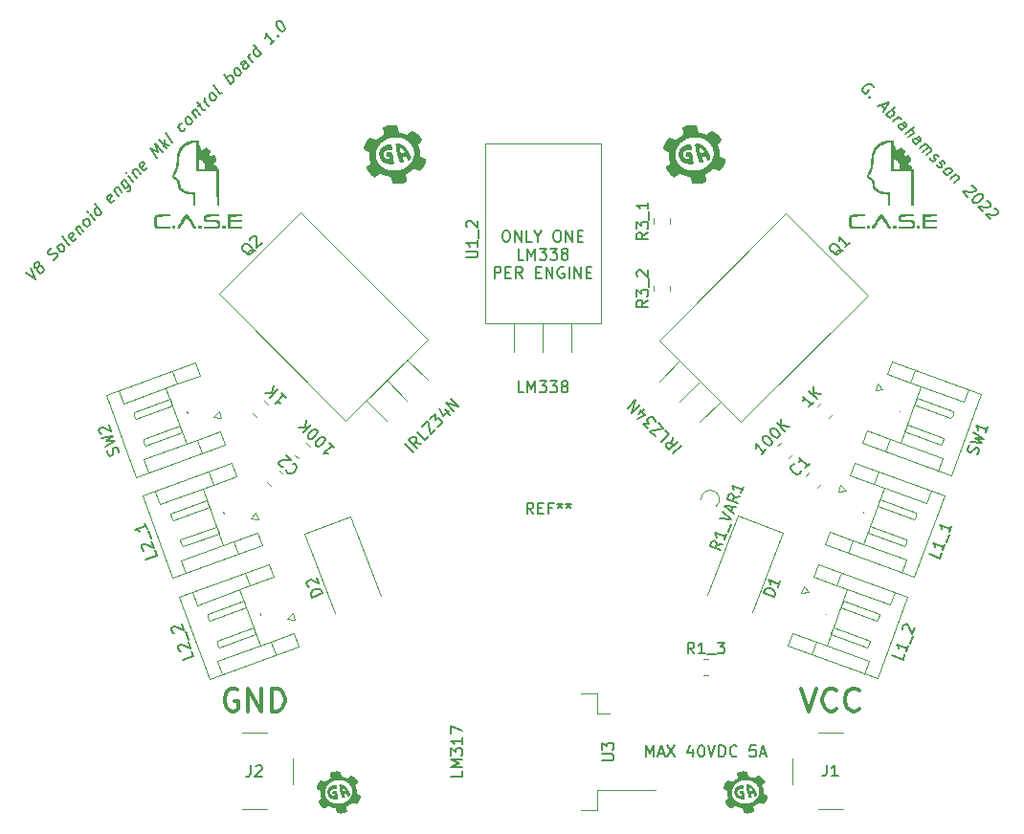
<source format=gbr>
%TF.GenerationSoftware,KiCad,Pcbnew,(6.0.4)*%
%TF.CreationDate,2022-10-09T11:32:06+02:00*%
%TF.ProjectId,V8_controller1.0,56385f63-6f6e-4747-926f-6c6c6572312e,rev?*%
%TF.SameCoordinates,Original*%
%TF.FileFunction,Legend,Top*%
%TF.FilePolarity,Positive*%
%FSLAX46Y46*%
G04 Gerber Fmt 4.6, Leading zero omitted, Abs format (unit mm)*
G04 Created by KiCad (PCBNEW (6.0.4)) date 2022-10-09 11:32:06*
%MOMM*%
%LPD*%
G01*
G04 APERTURE LIST*
%ADD10C,0.150000*%
%ADD11C,0.350000*%
%ADD12C,0.200000*%
%ADD13C,0.120000*%
G04 APERTURE END LIST*
D10*
X96666666Y-72842380D02*
X96857142Y-72842380D01*
X96952380Y-72890000D01*
X97047619Y-72985238D01*
X97095238Y-73175714D01*
X97095238Y-73509047D01*
X97047619Y-73699523D01*
X96952380Y-73794761D01*
X96857142Y-73842380D01*
X96666666Y-73842380D01*
X96571428Y-73794761D01*
X96476190Y-73699523D01*
X96428571Y-73509047D01*
X96428571Y-73175714D01*
X96476190Y-72985238D01*
X96571428Y-72890000D01*
X96666666Y-72842380D01*
X97523809Y-73842380D02*
X97523809Y-72842380D01*
X98095238Y-73842380D01*
X98095238Y-72842380D01*
X99047619Y-73842380D02*
X98571428Y-73842380D01*
X98571428Y-72842380D01*
X99571428Y-73366190D02*
X99571428Y-73842380D01*
X99238095Y-72842380D02*
X99571428Y-73366190D01*
X99904761Y-72842380D01*
X101190476Y-72842380D02*
X101380952Y-72842380D01*
X101476190Y-72890000D01*
X101571428Y-72985238D01*
X101619047Y-73175714D01*
X101619047Y-73509047D01*
X101571428Y-73699523D01*
X101476190Y-73794761D01*
X101380952Y-73842380D01*
X101190476Y-73842380D01*
X101095238Y-73794761D01*
X101000000Y-73699523D01*
X100952380Y-73509047D01*
X100952380Y-73175714D01*
X101000000Y-72985238D01*
X101095238Y-72890000D01*
X101190476Y-72842380D01*
X102047619Y-73842380D02*
X102047619Y-72842380D01*
X102619047Y-73842380D01*
X102619047Y-72842380D01*
X103095238Y-73318571D02*
X103428571Y-73318571D01*
X103571428Y-73842380D02*
X103095238Y-73842380D01*
X103095238Y-72842380D01*
X103571428Y-72842380D01*
X98309523Y-75452380D02*
X97833333Y-75452380D01*
X97833333Y-74452380D01*
X98642857Y-75452380D02*
X98642857Y-74452380D01*
X98976190Y-75166666D01*
X99309523Y-74452380D01*
X99309523Y-75452380D01*
X99690476Y-74452380D02*
X100309523Y-74452380D01*
X99976190Y-74833333D01*
X100119047Y-74833333D01*
X100214285Y-74880952D01*
X100261904Y-74928571D01*
X100309523Y-75023809D01*
X100309523Y-75261904D01*
X100261904Y-75357142D01*
X100214285Y-75404761D01*
X100119047Y-75452380D01*
X99833333Y-75452380D01*
X99738095Y-75404761D01*
X99690476Y-75357142D01*
X100642857Y-74452380D02*
X101261904Y-74452380D01*
X100928571Y-74833333D01*
X101071428Y-74833333D01*
X101166666Y-74880952D01*
X101214285Y-74928571D01*
X101261904Y-75023809D01*
X101261904Y-75261904D01*
X101214285Y-75357142D01*
X101166666Y-75404761D01*
X101071428Y-75452380D01*
X100785714Y-75452380D01*
X100690476Y-75404761D01*
X100642857Y-75357142D01*
X101833333Y-74880952D02*
X101738095Y-74833333D01*
X101690476Y-74785714D01*
X101642857Y-74690476D01*
X101642857Y-74642857D01*
X101690476Y-74547619D01*
X101738095Y-74500000D01*
X101833333Y-74452380D01*
X102023809Y-74452380D01*
X102119047Y-74500000D01*
X102166666Y-74547619D01*
X102214285Y-74642857D01*
X102214285Y-74690476D01*
X102166666Y-74785714D01*
X102119047Y-74833333D01*
X102023809Y-74880952D01*
X101833333Y-74880952D01*
X101738095Y-74928571D01*
X101690476Y-74976190D01*
X101642857Y-75071428D01*
X101642857Y-75261904D01*
X101690476Y-75357142D01*
X101738095Y-75404761D01*
X101833333Y-75452380D01*
X102023809Y-75452380D01*
X102119047Y-75404761D01*
X102166666Y-75357142D01*
X102214285Y-75261904D01*
X102214285Y-75071428D01*
X102166666Y-74976190D01*
X102119047Y-74928571D01*
X102023809Y-74880952D01*
X95714285Y-77062380D02*
X95714285Y-76062380D01*
X96095238Y-76062380D01*
X96190476Y-76110000D01*
X96238095Y-76157619D01*
X96285714Y-76252857D01*
X96285714Y-76395714D01*
X96238095Y-76490952D01*
X96190476Y-76538571D01*
X96095238Y-76586190D01*
X95714285Y-76586190D01*
X96714285Y-76538571D02*
X97047619Y-76538571D01*
X97190476Y-77062380D02*
X96714285Y-77062380D01*
X96714285Y-76062380D01*
X97190476Y-76062380D01*
X98190476Y-77062380D02*
X97857142Y-76586190D01*
X97619047Y-77062380D02*
X97619047Y-76062380D01*
X98000000Y-76062380D01*
X98095238Y-76110000D01*
X98142857Y-76157619D01*
X98190476Y-76252857D01*
X98190476Y-76395714D01*
X98142857Y-76490952D01*
X98095238Y-76538571D01*
X98000000Y-76586190D01*
X97619047Y-76586190D01*
X99380952Y-76538571D02*
X99714285Y-76538571D01*
X99857142Y-77062380D02*
X99380952Y-77062380D01*
X99380952Y-76062380D01*
X99857142Y-76062380D01*
X100285714Y-77062380D02*
X100285714Y-76062380D01*
X100857142Y-77062380D01*
X100857142Y-76062380D01*
X101857142Y-76110000D02*
X101761904Y-76062380D01*
X101619047Y-76062380D01*
X101476190Y-76110000D01*
X101380952Y-76205238D01*
X101333333Y-76300476D01*
X101285714Y-76490952D01*
X101285714Y-76633809D01*
X101333333Y-76824285D01*
X101380952Y-76919523D01*
X101476190Y-77014761D01*
X101619047Y-77062380D01*
X101714285Y-77062380D01*
X101857142Y-77014761D01*
X101904761Y-76967142D01*
X101904761Y-76633809D01*
X101714285Y-76633809D01*
X102333333Y-77062380D02*
X102333333Y-76062380D01*
X102809523Y-77062380D02*
X102809523Y-76062380D01*
X103380952Y-77062380D01*
X103380952Y-76062380D01*
X103857142Y-76538571D02*
X104190476Y-76538571D01*
X104333333Y-77062380D02*
X103857142Y-77062380D01*
X103857142Y-76062380D01*
X104333333Y-76062380D01*
D11*
X72976190Y-113500000D02*
X72785714Y-113404761D01*
X72500000Y-113404761D01*
X72214285Y-113500000D01*
X72023809Y-113690476D01*
X71928571Y-113880952D01*
X71833333Y-114261904D01*
X71833333Y-114547619D01*
X71928571Y-114928571D01*
X72023809Y-115119047D01*
X72214285Y-115309523D01*
X72500000Y-115404761D01*
X72690476Y-115404761D01*
X72976190Y-115309523D01*
X73071428Y-115214285D01*
X73071428Y-114547619D01*
X72690476Y-114547619D01*
X73928571Y-115404761D02*
X73928571Y-113404761D01*
X75071428Y-115404761D01*
X75071428Y-113404761D01*
X76023809Y-115404761D02*
X76023809Y-113404761D01*
X76500000Y-113404761D01*
X76785714Y-113500000D01*
X76976190Y-113690476D01*
X77071428Y-113880952D01*
X77166666Y-114261904D01*
X77166666Y-114547619D01*
X77071428Y-114928571D01*
X76976190Y-115119047D01*
X76785714Y-115309523D01*
X76500000Y-115404761D01*
X76023809Y-115404761D01*
D12*
X54231706Y-76616959D02*
X55086127Y-77176751D01*
X54703111Y-76145554D01*
X55304993Y-76149763D02*
X55208187Y-76179226D01*
X55145052Y-76175017D01*
X55052455Y-76132927D01*
X55022992Y-76095046D01*
X54997739Y-75985613D01*
X55001947Y-75914061D01*
X55039828Y-75808836D01*
X55174515Y-75674149D01*
X55271322Y-75644687D01*
X55334456Y-75648896D01*
X55427053Y-75690985D01*
X55456516Y-75728866D01*
X55481770Y-75838299D01*
X55477561Y-75909852D01*
X55439680Y-76015076D01*
X55304993Y-76149763D01*
X55267113Y-76254987D01*
X55262904Y-76326540D01*
X55288157Y-76435973D01*
X55406009Y-76587496D01*
X55498606Y-76629585D01*
X55561740Y-76633794D01*
X55658547Y-76604332D01*
X55793234Y-76469645D01*
X55831114Y-76364420D01*
X55835323Y-76292868D01*
X55810070Y-76183435D01*
X55692218Y-76031912D01*
X55599621Y-75989822D01*
X55536487Y-75985613D01*
X55439680Y-76015076D01*
X56706580Y-75488955D02*
X56837058Y-75425820D01*
X57005417Y-75257462D01*
X57043297Y-75152237D01*
X57047506Y-75080685D01*
X57022253Y-74971252D01*
X56963327Y-74895490D01*
X56870730Y-74853401D01*
X56807595Y-74849192D01*
X56710789Y-74878654D01*
X56546639Y-74975461D01*
X56449833Y-75004923D01*
X56386698Y-75000714D01*
X56294101Y-74958625D01*
X56235175Y-74882863D01*
X56209922Y-74773430D01*
X56214131Y-74701878D01*
X56252011Y-74596653D01*
X56420370Y-74428295D01*
X56550848Y-74365160D01*
X57544165Y-74718714D02*
X57447358Y-74748176D01*
X57384224Y-74743967D01*
X57291627Y-74701878D01*
X57114850Y-74474593D01*
X57089596Y-74365160D01*
X57093805Y-74293608D01*
X57131686Y-74188383D01*
X57232701Y-74087368D01*
X57329507Y-74057905D01*
X57392642Y-74062114D01*
X57485239Y-74104204D01*
X57662016Y-74331488D01*
X57687270Y-74440922D01*
X57683061Y-74512474D01*
X57645180Y-74617698D01*
X57544165Y-74718714D01*
X58183928Y-74078950D02*
X58087122Y-74108413D01*
X57994524Y-74066323D01*
X57464194Y-73384470D01*
X58693213Y-73502322D02*
X58655333Y-73607546D01*
X58520646Y-73742233D01*
X58423839Y-73771696D01*
X58331242Y-73729606D01*
X58095540Y-73426560D01*
X58070286Y-73317127D01*
X58108167Y-73211903D01*
X58242854Y-73077216D01*
X58339660Y-73047753D01*
X58432257Y-73089843D01*
X58491183Y-73165604D01*
X58213391Y-73578083D01*
X58646915Y-72673155D02*
X59059394Y-73203485D01*
X58705840Y-72748916D02*
X58710049Y-72677364D01*
X58747930Y-72572139D01*
X58848945Y-72471124D01*
X58945751Y-72441661D01*
X59038349Y-72483751D01*
X59362439Y-72900439D01*
X59800172Y-72462706D02*
X59703366Y-72492169D01*
X59640231Y-72487960D01*
X59547634Y-72445870D01*
X59370857Y-72218586D01*
X59345603Y-72109153D01*
X59349812Y-72037600D01*
X59387693Y-71932376D01*
X59488708Y-71831361D01*
X59585515Y-71801898D01*
X59648649Y-71806107D01*
X59741247Y-71848197D01*
X59918023Y-72075481D01*
X59943277Y-72184914D01*
X59939068Y-72256467D01*
X59901187Y-72361691D01*
X59800172Y-72462706D01*
X60338920Y-71923958D02*
X59926441Y-71393628D01*
X59720202Y-71128463D02*
X59715993Y-71200016D01*
X59779127Y-71204224D01*
X59783336Y-71132672D01*
X59720202Y-71128463D01*
X59779127Y-71204224D01*
X60978683Y-71284195D02*
X60359965Y-70488700D01*
X60949221Y-71246314D02*
X60911340Y-71351538D01*
X60776653Y-71486225D01*
X60679847Y-71515688D01*
X60616712Y-71511479D01*
X60524115Y-71469390D01*
X60347338Y-71242105D01*
X60322084Y-71132672D01*
X60326293Y-71061120D01*
X60364174Y-70955895D01*
X60498861Y-70821208D01*
X60595667Y-70791746D01*
X62094060Y-70101475D02*
X62056179Y-70206699D01*
X61921492Y-70341386D01*
X61824686Y-70370849D01*
X61732089Y-70328759D01*
X61496387Y-70025713D01*
X61471133Y-69916280D01*
X61509013Y-69811056D01*
X61643700Y-69676369D01*
X61740507Y-69646906D01*
X61833104Y-69688996D01*
X61892030Y-69764757D01*
X61614238Y-70177236D01*
X62047761Y-69272308D02*
X62460240Y-69802638D01*
X62106687Y-69348069D02*
X62110896Y-69276517D01*
X62148777Y-69171292D01*
X62249792Y-69070277D01*
X62346598Y-69040814D01*
X62439196Y-69082904D01*
X62763286Y-69499592D01*
X62990571Y-68329499D02*
X63491438Y-68973471D01*
X63516692Y-69082904D01*
X63512483Y-69154457D01*
X63474602Y-69259681D01*
X63373587Y-69360696D01*
X63276780Y-69390159D01*
X63373587Y-68821948D02*
X63335706Y-68927172D01*
X63201019Y-69061859D01*
X63104213Y-69091322D01*
X63041078Y-69087113D01*
X62948481Y-69045023D01*
X62771704Y-68817739D01*
X62746450Y-68708306D01*
X62750659Y-68636753D01*
X62788540Y-68531529D01*
X62923227Y-68396842D01*
X63020033Y-68367379D01*
X63739767Y-68523111D02*
X63327288Y-67992781D01*
X63121049Y-67727616D02*
X63116840Y-67799169D01*
X63179974Y-67803378D01*
X63184183Y-67731825D01*
X63121049Y-67727616D01*
X63179974Y-67803378D01*
X63664006Y-67656064D02*
X64076485Y-68186394D01*
X63722931Y-67731825D02*
X63727140Y-67660273D01*
X63765021Y-67555048D01*
X63866036Y-67454033D01*
X63962842Y-67424570D01*
X64055440Y-67466660D01*
X64379530Y-67883348D01*
X64956159Y-67239376D02*
X64918278Y-67344600D01*
X64783591Y-67479287D01*
X64686785Y-67508750D01*
X64594188Y-67466660D01*
X64358485Y-67163614D01*
X64333232Y-67054181D01*
X64371112Y-66948957D01*
X64505799Y-66814270D01*
X64602606Y-66784807D01*
X64695203Y-66826897D01*
X64754129Y-66902658D01*
X64476337Y-67315137D01*
X65861087Y-66401791D02*
X65242369Y-65606296D01*
X65920013Y-65938804D01*
X65713773Y-65134891D01*
X66332492Y-65930386D01*
X66669209Y-65593669D02*
X66050491Y-64798174D01*
X66500851Y-65223280D02*
X66938583Y-65324295D01*
X66526104Y-64793965D02*
X66492433Y-65366385D01*
X67241629Y-65021249D02*
X66622911Y-64225754D01*
X68390678Y-63804857D02*
X68352797Y-63910081D01*
X68218110Y-64044768D01*
X68121304Y-64074231D01*
X68058169Y-64070022D01*
X67965572Y-64027932D01*
X67788795Y-63800648D01*
X67763541Y-63691215D01*
X67767750Y-63619662D01*
X67805631Y-63514438D01*
X67940318Y-63379751D01*
X68037124Y-63350288D01*
X68824201Y-63438677D02*
X68727395Y-63468140D01*
X68664261Y-63463931D01*
X68571663Y-63421841D01*
X68394887Y-63194557D01*
X68369633Y-63085123D01*
X68373842Y-63013571D01*
X68411723Y-62908347D01*
X68512738Y-62807331D01*
X68609544Y-62777869D01*
X68672679Y-62782078D01*
X68765276Y-62824167D01*
X68942053Y-63051452D01*
X68967306Y-63160885D01*
X68963097Y-63232437D01*
X68925217Y-63337662D01*
X68824201Y-63438677D01*
X68950471Y-62369599D02*
X69362950Y-62899929D01*
X69009396Y-62445360D02*
X69013605Y-62373808D01*
X69051486Y-62268583D01*
X69152501Y-62167568D01*
X69249307Y-62138105D01*
X69341905Y-62180195D01*
X69665995Y-62596883D01*
X69489219Y-61830851D02*
X69758593Y-61561477D01*
X69383994Y-61464670D02*
X69914324Y-62146523D01*
X70006922Y-62188613D01*
X70103728Y-62159150D01*
X70171072Y-62091807D01*
X70406774Y-61856104D02*
X69994295Y-61325774D01*
X70112146Y-61477297D02*
X70086892Y-61367864D01*
X70091101Y-61296312D01*
X70128982Y-61191087D01*
X70196325Y-61123744D01*
X70945522Y-61317356D02*
X70848716Y-61346819D01*
X70785581Y-61342610D01*
X70692984Y-61300521D01*
X70516207Y-61073236D01*
X70490953Y-60963803D01*
X70495162Y-60892251D01*
X70533043Y-60787026D01*
X70634058Y-60686011D01*
X70730864Y-60656548D01*
X70793999Y-60660757D01*
X70886596Y-60702847D01*
X71063373Y-60930131D01*
X71088627Y-61039565D01*
X71084418Y-61111117D01*
X71046537Y-61216341D01*
X70945522Y-61317356D01*
X71585285Y-60677593D02*
X71488479Y-60707056D01*
X71395882Y-60664966D01*
X70865551Y-59983113D01*
X72393407Y-59869471D02*
X71774689Y-59073976D01*
X72010391Y-59377022D02*
X72048272Y-59271798D01*
X72182959Y-59137111D01*
X72279765Y-59107648D01*
X72342900Y-59111857D01*
X72435497Y-59153946D01*
X72612274Y-59381231D01*
X72637527Y-59490664D01*
X72633318Y-59562216D01*
X72595438Y-59667441D01*
X72460751Y-59802128D01*
X72363944Y-59831590D01*
X73134186Y-59128693D02*
X73037379Y-59158155D01*
X72974245Y-59153946D01*
X72881648Y-59111857D01*
X72704871Y-58884572D01*
X72679617Y-58775139D01*
X72683826Y-58703587D01*
X72721707Y-58598363D01*
X72822722Y-58497347D01*
X72919528Y-58467884D01*
X72982663Y-58472093D01*
X73075260Y-58514183D01*
X73252037Y-58741467D01*
X73277291Y-58850901D01*
X73273082Y-58922453D01*
X73235201Y-59027677D01*
X73134186Y-59128693D01*
X73975979Y-58286899D02*
X73651889Y-57870211D01*
X73559292Y-57828121D01*
X73462485Y-57857584D01*
X73327798Y-57992271D01*
X73289918Y-58097495D01*
X73946517Y-58249018D02*
X73908636Y-58354242D01*
X73740277Y-58522601D01*
X73643471Y-58552064D01*
X73550874Y-58509974D01*
X73491948Y-58434213D01*
X73466694Y-58324780D01*
X73504575Y-58219555D01*
X73672934Y-58051197D01*
X73710814Y-57945972D01*
X74312697Y-57950181D02*
X73900218Y-57419851D01*
X74018069Y-57571374D02*
X73992815Y-57461941D01*
X73997024Y-57390388D01*
X74034905Y-57285164D01*
X74102249Y-57217821D01*
X75053476Y-57209403D02*
X74434757Y-56413908D01*
X75024013Y-57171522D02*
X74986132Y-57276746D01*
X74851445Y-57411433D01*
X74754639Y-57440896D01*
X74691504Y-57436687D01*
X74598907Y-57394597D01*
X74422130Y-57167313D01*
X74396876Y-57057880D01*
X74401085Y-56986327D01*
X74438966Y-56881103D01*
X74573653Y-56746416D01*
X74670459Y-56716953D01*
X76299330Y-55963548D02*
X75895269Y-56367609D01*
X76097300Y-56165578D02*
X75478581Y-55370083D01*
X75499626Y-55551069D01*
X75491208Y-55694174D01*
X75453328Y-55799398D01*
X76543451Y-55584741D02*
X76606585Y-55588950D01*
X76602376Y-55660502D01*
X76539242Y-55656293D01*
X76543451Y-55584741D01*
X76602376Y-55660502D01*
X76455062Y-54393603D02*
X76522406Y-54326259D01*
X76619212Y-54296796D01*
X76682346Y-54301005D01*
X76774944Y-54343095D01*
X76926467Y-54460946D01*
X77073781Y-54650350D01*
X77157960Y-54835544D01*
X77183214Y-54944977D01*
X77179005Y-55016530D01*
X77141124Y-55121754D01*
X77073781Y-55189098D01*
X76976974Y-55218560D01*
X76913840Y-55214351D01*
X76821242Y-55172262D01*
X76669720Y-55054411D01*
X76522406Y-54865007D01*
X76438226Y-54679812D01*
X76412972Y-54570379D01*
X76417181Y-54498827D01*
X76455062Y-54393603D01*
D11*
X122833333Y-113404761D02*
X123500000Y-115404761D01*
X124166666Y-113404761D01*
X125976190Y-115214285D02*
X125880952Y-115309523D01*
X125595238Y-115404761D01*
X125404761Y-115404761D01*
X125119047Y-115309523D01*
X124928571Y-115119047D01*
X124833333Y-114928571D01*
X124738095Y-114547619D01*
X124738095Y-114261904D01*
X124833333Y-113880952D01*
X124928571Y-113690476D01*
X125119047Y-113500000D01*
X125404761Y-113404761D01*
X125595238Y-113404761D01*
X125880952Y-113500000D01*
X125976190Y-113595238D01*
X127976190Y-115214285D02*
X127880952Y-115309523D01*
X127595238Y-115404761D01*
X127404761Y-115404761D01*
X127119047Y-115309523D01*
X126928571Y-115119047D01*
X126833333Y-114928571D01*
X126738095Y-114547619D01*
X126738095Y-114261904D01*
X126833333Y-113880952D01*
X126928571Y-113690476D01*
X127119047Y-113500000D01*
X127404761Y-113404761D01*
X127595238Y-113404761D01*
X127880952Y-113500000D01*
X127976190Y-113595238D01*
D12*
X129273425Y-60167893D02*
X129243962Y-60071087D01*
X129142947Y-59970072D01*
X129004051Y-59898519D01*
X128860946Y-59890101D01*
X128751513Y-59915355D01*
X128566318Y-59999535D01*
X128452676Y-60087923D01*
X128334825Y-60239446D01*
X128292735Y-60332043D01*
X128284317Y-60458312D01*
X128347452Y-60588790D01*
X128414795Y-60656134D01*
X128553691Y-60727686D01*
X128625244Y-60731895D01*
X128890409Y-60525656D01*
X128755722Y-60390969D01*
X128928290Y-61034941D02*
X128924081Y-61098075D01*
X128852528Y-61093867D01*
X128856737Y-61030732D01*
X128928290Y-61034941D01*
X128852528Y-61093867D01*
X129921606Y-61758884D02*
X130258324Y-62095601D01*
X129626979Y-61868317D02*
X130658176Y-61485301D01*
X130098383Y-62339721D01*
X130334085Y-62575424D02*
X131129580Y-61956705D01*
X130826535Y-62192407D02*
X130931759Y-62230288D01*
X131066446Y-62364975D01*
X131095909Y-62461781D01*
X131091700Y-62524916D01*
X131049610Y-62617513D01*
X130822326Y-62794290D01*
X130712893Y-62819544D01*
X130641340Y-62815335D01*
X130536116Y-62777454D01*
X130401429Y-62642767D01*
X130371966Y-62545961D01*
X130973849Y-63215187D02*
X131504179Y-62802708D01*
X131352656Y-62920559D02*
X131462089Y-62895305D01*
X131533641Y-62899514D01*
X131638866Y-62937395D01*
X131706209Y-63004738D01*
X131714627Y-63955965D02*
X132131315Y-63631875D01*
X132173405Y-63539277D01*
X132143942Y-63442471D01*
X132009255Y-63307784D01*
X131904031Y-63269903D01*
X131752508Y-63926503D02*
X131647284Y-63888622D01*
X131478925Y-63720263D01*
X131449462Y-63623457D01*
X131491552Y-63530860D01*
X131567313Y-63471934D01*
X131676746Y-63446680D01*
X131781971Y-63484561D01*
X131950329Y-63652920D01*
X132055554Y-63690800D01*
X132051345Y-64292683D02*
X132846840Y-63673964D01*
X132354390Y-64595729D02*
X132771078Y-64271638D01*
X132813168Y-64179041D01*
X132783705Y-64082234D01*
X132682690Y-63981219D01*
X132577466Y-63943338D01*
X132505913Y-63939130D01*
X132994154Y-65235492D02*
X133410842Y-64911401D01*
X133452931Y-64818804D01*
X133423469Y-64721998D01*
X133288781Y-64587311D01*
X133183557Y-64549430D01*
X133032034Y-65206029D02*
X132926810Y-65168148D01*
X132758451Y-64999790D01*
X132728989Y-64902983D01*
X132771078Y-64810386D01*
X132846840Y-64751461D01*
X132956273Y-64726207D01*
X133061497Y-64764087D01*
X133229856Y-64932446D01*
X133335080Y-64970327D01*
X133330871Y-65572209D02*
X133861201Y-65159731D01*
X133785440Y-65218656D02*
X133856992Y-65222865D01*
X133962217Y-65260746D01*
X134063232Y-65361761D01*
X134092695Y-65458567D01*
X134050605Y-65551165D01*
X133633917Y-65875255D01*
X134050605Y-65551165D02*
X134160038Y-65525911D01*
X134265262Y-65563792D01*
X134366278Y-65664807D01*
X134395740Y-65761613D01*
X134353651Y-65854210D01*
X133936963Y-66178301D01*
X134277889Y-66451884D02*
X134307352Y-66548690D01*
X134442039Y-66683377D01*
X134547263Y-66721258D01*
X134656696Y-66696004D01*
X134694577Y-66666541D01*
X134736667Y-66573944D01*
X134707204Y-66477138D01*
X134606189Y-66376123D01*
X134576726Y-66279316D01*
X134618816Y-66186719D01*
X134656696Y-66157256D01*
X134766130Y-66132002D01*
X134871354Y-66169883D01*
X134972369Y-66270898D01*
X135001832Y-66367705D01*
X134850309Y-67024304D02*
X134879772Y-67121110D01*
X135014459Y-67255797D01*
X135119683Y-67293678D01*
X135229116Y-67268424D01*
X135266997Y-67238961D01*
X135309087Y-67146364D01*
X135279624Y-67049558D01*
X135178609Y-66948542D01*
X135149146Y-66851736D01*
X135191235Y-66759139D01*
X135229116Y-66729676D01*
X135338549Y-66704422D01*
X135443774Y-66742303D01*
X135544789Y-66843318D01*
X135574252Y-66940124D01*
X135519535Y-67760873D02*
X135490072Y-67664067D01*
X135494281Y-67600932D01*
X135536371Y-67508335D01*
X135763655Y-67331558D01*
X135873088Y-67306305D01*
X135944641Y-67310514D01*
X136049865Y-67348394D01*
X136150880Y-67449410D01*
X136180343Y-67546216D01*
X136176134Y-67609350D01*
X136134044Y-67701948D01*
X135906760Y-67878724D01*
X135797327Y-67903978D01*
X135725775Y-67899769D01*
X135620550Y-67861889D01*
X135519535Y-67760873D01*
X136588613Y-67887142D02*
X136058283Y-68299621D01*
X136512852Y-67946068D02*
X136584404Y-67950277D01*
X136689628Y-67988158D01*
X136790644Y-68089173D01*
X136820106Y-68185979D01*
X136778017Y-68278576D01*
X136361329Y-68602667D01*
X137922856Y-68884668D02*
X137994409Y-68888877D01*
X138099633Y-68926758D01*
X138267992Y-69095116D01*
X138297455Y-69191923D01*
X138293246Y-69255057D01*
X138251156Y-69347655D01*
X138175394Y-69406580D01*
X138028081Y-69461297D01*
X137169451Y-69410789D01*
X137607184Y-69848522D01*
X138840412Y-69667536D02*
X138907755Y-69734880D01*
X138937218Y-69831686D01*
X138933009Y-69894821D01*
X138890919Y-69987418D01*
X138773068Y-70138941D01*
X138583664Y-70286255D01*
X138398470Y-70370434D01*
X138289037Y-70395688D01*
X138217484Y-70391479D01*
X138112260Y-70353598D01*
X138044916Y-70286255D01*
X138015454Y-70189448D01*
X138019663Y-70126314D01*
X138061752Y-70033717D01*
X138179603Y-69882194D01*
X138369007Y-69734880D01*
X138554202Y-69650700D01*
X138663635Y-69625447D01*
X138735187Y-69629656D01*
X138840412Y-69667536D01*
X139269726Y-70231538D02*
X139341279Y-70235747D01*
X139446503Y-70273628D01*
X139614862Y-70441987D01*
X139644325Y-70538793D01*
X139640116Y-70601927D01*
X139598026Y-70694525D01*
X139522264Y-70753450D01*
X139374951Y-70808167D01*
X138516321Y-70757659D01*
X138954054Y-71195392D01*
X139943161Y-70904973D02*
X140014714Y-70909182D01*
X140119938Y-70947063D01*
X140288297Y-71115422D01*
X140317760Y-71212228D01*
X140313551Y-71275362D01*
X140271461Y-71367960D01*
X140195700Y-71426885D01*
X140048386Y-71481602D01*
X139189756Y-71431094D01*
X139627489Y-71868827D01*
D10*
X109109306Y-119423942D02*
X109109306Y-118423942D01*
X109442640Y-119138228D01*
X109775973Y-118423942D01*
X109775973Y-119423942D01*
X110204544Y-119138228D02*
X110680735Y-119138228D01*
X110109306Y-119423942D02*
X110442640Y-118423942D01*
X110775973Y-119423942D01*
X111014068Y-118423942D02*
X111680735Y-119423942D01*
X111680735Y-118423942D02*
X111014068Y-119423942D01*
X113252163Y-118757276D02*
X113252163Y-119423942D01*
X113014068Y-118376323D02*
X112775973Y-119090609D01*
X113395021Y-119090609D01*
X113966449Y-118423942D02*
X114061687Y-118423942D01*
X114156925Y-118471562D01*
X114204544Y-118519181D01*
X114252163Y-118614419D01*
X114299782Y-118804895D01*
X114299782Y-119042990D01*
X114252163Y-119233466D01*
X114204544Y-119328704D01*
X114156925Y-119376323D01*
X114061687Y-119423942D01*
X113966449Y-119423942D01*
X113871211Y-119376323D01*
X113823592Y-119328704D01*
X113775973Y-119233466D01*
X113728354Y-119042990D01*
X113728354Y-118804895D01*
X113775973Y-118614419D01*
X113823592Y-118519181D01*
X113871211Y-118471562D01*
X113966449Y-118423942D01*
X114585497Y-118423942D02*
X114918830Y-119423942D01*
X115252163Y-118423942D01*
X115585497Y-119423942D02*
X115585497Y-118423942D01*
X115823592Y-118423942D01*
X115966449Y-118471562D01*
X116061687Y-118566800D01*
X116109306Y-118662038D01*
X116156925Y-118852514D01*
X116156925Y-118995371D01*
X116109306Y-119185847D01*
X116061687Y-119281085D01*
X115966449Y-119376323D01*
X115823592Y-119423942D01*
X115585497Y-119423942D01*
X117156925Y-119328704D02*
X117109306Y-119376323D01*
X116966449Y-119423942D01*
X116871211Y-119423942D01*
X116728354Y-119376323D01*
X116633116Y-119281085D01*
X116585497Y-119185847D01*
X116537878Y-118995371D01*
X116537878Y-118852514D01*
X116585497Y-118662038D01*
X116633116Y-118566800D01*
X116728354Y-118471562D01*
X116871211Y-118423942D01*
X116966449Y-118423942D01*
X117109306Y-118471562D01*
X117156925Y-118519181D01*
X118823592Y-118423942D02*
X118347401Y-118423942D01*
X118299782Y-118900133D01*
X118347401Y-118852514D01*
X118442640Y-118804895D01*
X118680735Y-118804895D01*
X118775973Y-118852514D01*
X118823592Y-118900133D01*
X118871211Y-118995371D01*
X118871211Y-119233466D01*
X118823592Y-119328704D01*
X118775973Y-119376323D01*
X118680735Y-119423942D01*
X118442640Y-119423942D01*
X118347401Y-119376323D01*
X118299782Y-119328704D01*
X119252163Y-119138228D02*
X119728354Y-119138228D01*
X119156925Y-119423942D02*
X119490259Y-118423942D01*
X119823592Y-119423942D01*
%TO.C,J1*%
X125115350Y-120149464D02*
X125115350Y-120863750D01*
X125067731Y-121006607D01*
X124972493Y-121101845D01*
X124829636Y-121149464D01*
X124734398Y-121149464D01*
X126115350Y-121149464D02*
X125543922Y-121149464D01*
X125829636Y-121149464D02*
X125829636Y-120149464D01*
X125734398Y-120292322D01*
X125639160Y-120387560D01*
X125543922Y-120435179D01*
%TO.C,J2*%
X74155465Y-120206705D02*
X74155465Y-120920991D01*
X74107846Y-121063848D01*
X74012608Y-121159086D01*
X73869751Y-121206705D01*
X73774513Y-121206705D01*
X74584037Y-120301944D02*
X74631656Y-120254325D01*
X74726894Y-120206705D01*
X74964989Y-120206705D01*
X75060227Y-120254325D01*
X75107846Y-120301944D01*
X75155465Y-120397182D01*
X75155465Y-120492420D01*
X75107846Y-120635277D01*
X74536418Y-121206705D01*
X75155465Y-121206705D01*
%TO.C,R1_3*%
X113392388Y-110302809D02*
X113059055Y-109826619D01*
X112820959Y-110302809D02*
X112820959Y-109302809D01*
X113201912Y-109302809D01*
X113297150Y-109350429D01*
X113344769Y-109398048D01*
X113392388Y-109493286D01*
X113392388Y-109636143D01*
X113344769Y-109731381D01*
X113297150Y-109779000D01*
X113201912Y-109826619D01*
X112820959Y-109826619D01*
X114344769Y-110302809D02*
X113773340Y-110302809D01*
X114059055Y-110302809D02*
X114059055Y-109302809D01*
X113963817Y-109445667D01*
X113868578Y-109540905D01*
X113773340Y-109588524D01*
X114535245Y-110398048D02*
X115297150Y-110398048D01*
X115440007Y-109302809D02*
X116059055Y-109302809D01*
X115725721Y-109683762D01*
X115868578Y-109683762D01*
X115963817Y-109731381D01*
X116011436Y-109779000D01*
X116059055Y-109874238D01*
X116059055Y-110112333D01*
X116011436Y-110207571D01*
X115963817Y-110255190D01*
X115868578Y-110302809D01*
X115582864Y-110302809D01*
X115487626Y-110255190D01*
X115440007Y-110207571D01*
%TO.C,D2*%
X80512133Y-104966560D02*
X79578553Y-105324928D01*
X79493227Y-105102647D01*
X79486488Y-104952213D01*
X79541270Y-104829170D01*
X79613117Y-104750584D01*
X79773877Y-104637867D01*
X79907246Y-104586672D01*
X80102136Y-104562867D01*
X80208113Y-104573193D01*
X80331156Y-104627975D01*
X80426807Y-104744279D01*
X80512133Y-104966560D01*
X79326162Y-104401673D02*
X79264641Y-104374282D01*
X79186055Y-104302435D01*
X79100729Y-104080154D01*
X79111055Y-103974176D01*
X79138446Y-103912655D01*
X79210293Y-103834069D01*
X79299206Y-103799938D01*
X79449639Y-103793199D01*
X80187896Y-104121892D01*
X79966049Y-103543961D01*
%TO.C,Q2*%
X74563305Y-74631663D02*
X74462290Y-74665335D01*
X74327603Y-74665335D01*
X74125572Y-74665335D01*
X74024557Y-74699007D01*
X73957214Y-74766350D01*
X74159244Y-74901037D02*
X74058229Y-74934709D01*
X73923542Y-74934709D01*
X73755183Y-74833694D01*
X73519481Y-74597991D01*
X73418466Y-74429633D01*
X73418466Y-74294946D01*
X73452137Y-74193930D01*
X73586824Y-74059243D01*
X73687840Y-74025572D01*
X73822527Y-74025572D01*
X73990885Y-74126587D01*
X74226588Y-74362289D01*
X74327603Y-74530648D01*
X74327603Y-74665335D01*
X74293931Y-74766350D01*
X74159244Y-74901037D01*
X74091901Y-73688854D02*
X74091901Y-73621511D01*
X74125572Y-73520495D01*
X74293931Y-73352137D01*
X74394946Y-73318465D01*
X74462290Y-73318465D01*
X74563305Y-73352137D01*
X74630649Y-73419480D01*
X74697992Y-73554167D01*
X74697992Y-74362289D01*
X75135725Y-73924556D01*
X88509841Y-92458348D02*
X87802734Y-91751241D01*
X89250620Y-91717570D02*
X88678200Y-91616554D01*
X88846559Y-92121631D02*
X88139452Y-91414524D01*
X88408826Y-91145150D01*
X88509841Y-91111478D01*
X88577185Y-91111478D01*
X88678200Y-91145150D01*
X88779215Y-91246165D01*
X88812887Y-91347180D01*
X88812887Y-91414524D01*
X88779215Y-91515539D01*
X88509841Y-91784913D01*
X89890383Y-91077806D02*
X89553665Y-91414524D01*
X88846559Y-90707417D01*
X89351635Y-90202341D02*
X89823039Y-89730936D01*
X90058742Y-90909448D01*
X90530146Y-90438043D01*
X90025070Y-89528906D02*
X90462803Y-89091173D01*
X90496474Y-89596249D01*
X90597490Y-89495234D01*
X90698505Y-89461562D01*
X90765848Y-89461562D01*
X90866864Y-89495234D01*
X91035222Y-89663593D01*
X91068894Y-89764608D01*
X91068894Y-89831952D01*
X91035222Y-89932967D01*
X90833192Y-90134997D01*
X90732177Y-90168669D01*
X90664833Y-90168669D01*
X91304596Y-88720784D02*
X91776001Y-89192188D01*
X90866864Y-88619769D02*
X91203581Y-89293204D01*
X91641314Y-88855471D01*
X92146390Y-88821799D02*
X91439283Y-88114692D01*
X92550451Y-88417738D01*
X91843344Y-87710631D01*
%TO.C,D1*%
X120458565Y-105296294D02*
X119524984Y-104937926D01*
X119610310Y-104715645D01*
X119705962Y-104599341D01*
X119829004Y-104544559D01*
X119934982Y-104534233D01*
X120129872Y-104558037D01*
X120263241Y-104609233D01*
X120424000Y-104721950D01*
X120495848Y-104800536D01*
X120550630Y-104923579D01*
X120543891Y-105074013D01*
X120458565Y-105296294D01*
X121004649Y-103873695D02*
X120799868Y-104407169D01*
X120902258Y-104140432D02*
X119968678Y-103782064D01*
X120067916Y-103922172D01*
X120122699Y-104045215D01*
X120133024Y-104151192D01*
%TO.C,R2*%
X81137951Y-91671381D02*
X81542012Y-92075442D01*
X81339982Y-91873411D02*
X80632875Y-92580518D01*
X80801234Y-92546846D01*
X80935921Y-92546846D01*
X81036936Y-92580518D01*
X79993112Y-91940755D02*
X79925768Y-91873411D01*
X79892096Y-91772396D01*
X79892096Y-91705053D01*
X79925768Y-91604037D01*
X80026783Y-91435679D01*
X80195142Y-91267320D01*
X80363501Y-91166305D01*
X80464516Y-91132633D01*
X80531860Y-91132633D01*
X80632875Y-91166305D01*
X80700218Y-91233648D01*
X80733890Y-91334663D01*
X80733890Y-91402007D01*
X80700218Y-91503022D01*
X80599203Y-91671381D01*
X80430844Y-91839740D01*
X80262486Y-91940755D01*
X80161470Y-91974427D01*
X80094127Y-91974427D01*
X79993112Y-91940755D01*
X79319676Y-91267320D02*
X79252333Y-91199976D01*
X79218661Y-91098961D01*
X79218661Y-91031617D01*
X79252333Y-90930602D01*
X79353348Y-90762243D01*
X79521707Y-90593885D01*
X79690066Y-90492869D01*
X79791081Y-90459198D01*
X79858424Y-90459198D01*
X79959440Y-90492869D01*
X80026783Y-90560213D01*
X80060455Y-90661228D01*
X80060455Y-90728572D01*
X80026783Y-90829587D01*
X79925768Y-90997946D01*
X79757409Y-91166305D01*
X79589050Y-91267320D01*
X79488035Y-91300992D01*
X79420692Y-91300992D01*
X79319676Y-91267320D01*
X79488035Y-90021465D02*
X78780928Y-90728572D01*
X79083974Y-89617404D02*
X78982959Y-90324511D01*
X78376867Y-90324511D02*
X79184989Y-90324511D01*
%TO.C,REF\u002A\u002A*%
X99166666Y-97952380D02*
X98833333Y-97476190D01*
X98595238Y-97952380D02*
X98595238Y-96952380D01*
X98976190Y-96952380D01*
X99071428Y-97000000D01*
X99119047Y-97047619D01*
X99166666Y-97142857D01*
X99166666Y-97285714D01*
X99119047Y-97380952D01*
X99071428Y-97428571D01*
X98976190Y-97476190D01*
X98595238Y-97476190D01*
X99595238Y-97428571D02*
X99928571Y-97428571D01*
X100071428Y-97952380D02*
X99595238Y-97952380D01*
X99595238Y-96952380D01*
X100071428Y-96952380D01*
X100833333Y-97428571D02*
X100500000Y-97428571D01*
X100500000Y-97952380D02*
X100500000Y-96952380D01*
X100976190Y-96952380D01*
X101500000Y-96952380D02*
X101500000Y-97190476D01*
X101261904Y-97095238D02*
X101500000Y-97190476D01*
X101738095Y-97095238D01*
X101357142Y-97380952D02*
X101500000Y-97190476D01*
X101642857Y-97380952D01*
X102261904Y-96952380D02*
X102261904Y-97190476D01*
X102023809Y-97095238D02*
X102261904Y-97190476D01*
X102500000Y-97095238D01*
X102119047Y-97380952D02*
X102261904Y-97190476D01*
X102404761Y-97380952D01*
%TO.C,C1*%
X122854134Y-94082466D02*
X122854134Y-94149809D01*
X122786790Y-94284496D01*
X122719447Y-94351840D01*
X122584759Y-94419183D01*
X122450072Y-94419183D01*
X122349057Y-94385512D01*
X122180698Y-94284496D01*
X122079683Y-94183481D01*
X121978668Y-94015122D01*
X121944996Y-93914107D01*
X121944996Y-93779420D01*
X122012340Y-93644733D01*
X122079683Y-93577389D01*
X122214370Y-93510046D01*
X122281714Y-93510046D01*
X123594912Y-93476374D02*
X123190851Y-93880435D01*
X123392882Y-93678405D02*
X122685775Y-92971298D01*
X122719447Y-93139657D01*
X122719447Y-93274344D01*
X122685775Y-93375359D01*
%TO.C,R1_SW1*%
X123941632Y-88064678D02*
X123537571Y-88468739D01*
X123739602Y-88266709D02*
X123032495Y-87559602D01*
X123066167Y-87727961D01*
X123066167Y-87862648D01*
X123032495Y-87963663D01*
X124244678Y-87761632D02*
X123537571Y-87054525D01*
X124648739Y-87357571D02*
X123941632Y-87256556D01*
X123941632Y-86650464D02*
X123941632Y-87458586D01*
%TO.C,L2_2*%
X68904891Y-110080049D02*
X69067758Y-110527522D01*
X68128065Y-110869542D01*
X67956973Y-110121013D02*
X67895939Y-110092552D01*
X67818618Y-110019344D01*
X67737185Y-109795608D01*
X67749359Y-109689827D01*
X67777819Y-109628793D01*
X67851027Y-109551472D01*
X67940522Y-109518899D01*
X68091050Y-109514786D01*
X68823458Y-109856313D01*
X68611731Y-109274599D01*
X68636079Y-109063036D02*
X68375492Y-108347080D01*
X67370653Y-108510111D02*
X67309619Y-108481650D01*
X67232298Y-108408442D01*
X67150865Y-108184706D01*
X67163039Y-108078925D01*
X67191499Y-108017891D01*
X67264707Y-107940570D01*
X67354202Y-107907997D01*
X67504730Y-107903884D01*
X68237137Y-108245411D01*
X68025411Y-107663697D01*
%TO.C,L1_1*%
X135289015Y-101403562D02*
X135126148Y-101851035D01*
X134186456Y-101509015D01*
X135582175Y-100598111D02*
X135386735Y-101135079D01*
X135484455Y-100866595D02*
X134544763Y-100524575D01*
X134646431Y-100662929D01*
X134703352Y-100784997D01*
X134715526Y-100890778D01*
X135736816Y-100451696D02*
X135997403Y-99735739D01*
X136168495Y-98987210D02*
X135973055Y-99524177D01*
X136070775Y-99255693D02*
X135131083Y-98913673D01*
X135232751Y-99052028D01*
X135289672Y-99174096D01*
X135301846Y-99279877D01*
%TO.C,U1_2*%
X93230496Y-75248466D02*
X94040020Y-75248466D01*
X94135258Y-75200847D01*
X94182877Y-75153228D01*
X94230496Y-75057990D01*
X94230496Y-74867514D01*
X94182877Y-74772276D01*
X94135258Y-74724657D01*
X94040020Y-74677038D01*
X93230496Y-74677038D01*
X94230496Y-73677038D02*
X94230496Y-74248466D01*
X94230496Y-73962752D02*
X93230496Y-73962752D01*
X93373354Y-74057990D01*
X93468592Y-74153228D01*
X93516211Y-74248466D01*
X94325735Y-73486561D02*
X94325735Y-72724657D01*
X93325735Y-72534180D02*
X93278116Y-72486561D01*
X93230496Y-72391323D01*
X93230496Y-72153228D01*
X93278116Y-72057990D01*
X93325735Y-72010371D01*
X93420973Y-71962752D01*
X93516211Y-71962752D01*
X93659068Y-72010371D01*
X94230496Y-72581799D01*
X94230496Y-71962752D01*
X98309523Y-87182380D02*
X97833333Y-87182380D01*
X97833333Y-86182380D01*
X98642857Y-87182380D02*
X98642857Y-86182380D01*
X98976190Y-86896666D01*
X99309523Y-86182380D01*
X99309523Y-87182380D01*
X99690476Y-86182380D02*
X100309523Y-86182380D01*
X99976190Y-86563333D01*
X100119047Y-86563333D01*
X100214285Y-86610952D01*
X100261904Y-86658571D01*
X100309523Y-86753809D01*
X100309523Y-86991904D01*
X100261904Y-87087142D01*
X100214285Y-87134761D01*
X100119047Y-87182380D01*
X99833333Y-87182380D01*
X99738095Y-87134761D01*
X99690476Y-87087142D01*
X100642857Y-86182380D02*
X101261904Y-86182380D01*
X100928571Y-86563333D01*
X101071428Y-86563333D01*
X101166666Y-86610952D01*
X101214285Y-86658571D01*
X101261904Y-86753809D01*
X101261904Y-86991904D01*
X101214285Y-87087142D01*
X101166666Y-87134761D01*
X101071428Y-87182380D01*
X100785714Y-87182380D01*
X100690476Y-87134761D01*
X100642857Y-87087142D01*
X101833333Y-86610952D02*
X101738095Y-86563333D01*
X101690476Y-86515714D01*
X101642857Y-86420476D01*
X101642857Y-86372857D01*
X101690476Y-86277619D01*
X101738095Y-86230000D01*
X101833333Y-86182380D01*
X102023809Y-86182380D01*
X102119047Y-86230000D01*
X102166666Y-86277619D01*
X102214285Y-86372857D01*
X102214285Y-86420476D01*
X102166666Y-86515714D01*
X102119047Y-86563333D01*
X102023809Y-86610952D01*
X101833333Y-86610952D01*
X101738095Y-86658571D01*
X101690476Y-86706190D01*
X101642857Y-86801428D01*
X101642857Y-86991904D01*
X101690476Y-87087142D01*
X101738095Y-87134761D01*
X101833333Y-87182380D01*
X102023809Y-87182380D01*
X102119047Y-87134761D01*
X102166666Y-87087142D01*
X102214285Y-86991904D01*
X102214285Y-86801428D01*
X102166666Y-86706190D01*
X102119047Y-86658571D01*
X102023809Y-86610952D01*
%TO.C,R3_2*%
X109302380Y-79023809D02*
X108826190Y-79357142D01*
X109302380Y-79595238D02*
X108302380Y-79595238D01*
X108302380Y-79214285D01*
X108350000Y-79119047D01*
X108397619Y-79071428D01*
X108492857Y-79023809D01*
X108635714Y-79023809D01*
X108730952Y-79071428D01*
X108778571Y-79119047D01*
X108826190Y-79214285D01*
X108826190Y-79595238D01*
X108302380Y-78690476D02*
X108302380Y-78071428D01*
X108683333Y-78404761D01*
X108683333Y-78261904D01*
X108730952Y-78166666D01*
X108778571Y-78119047D01*
X108873809Y-78071428D01*
X109111904Y-78071428D01*
X109207142Y-78119047D01*
X109254761Y-78166666D01*
X109302380Y-78261904D01*
X109302380Y-78547619D01*
X109254761Y-78642857D01*
X109207142Y-78690476D01*
X109397619Y-77880952D02*
X109397619Y-77119047D01*
X108397619Y-76928571D02*
X108350000Y-76880952D01*
X108302380Y-76785714D01*
X108302380Y-76547619D01*
X108350000Y-76452380D01*
X108397619Y-76404761D01*
X108492857Y-76357142D01*
X108588095Y-76357142D01*
X108730952Y-76404761D01*
X109302380Y-76976190D01*
X109302380Y-76357142D01*
%TO.C,R1_VAR1*%
X115899584Y-100591051D02*
X115338104Y-100741415D01*
X115704144Y-101128018D02*
X114764451Y-100785998D01*
X114894745Y-100428020D01*
X114972065Y-100354812D01*
X115033099Y-100326352D01*
X115138880Y-100314178D01*
X115273122Y-100363038D01*
X115346330Y-100440358D01*
X115374791Y-100501392D01*
X115386964Y-100607174D01*
X115256671Y-100965152D01*
X116225317Y-99696106D02*
X116029877Y-100233073D01*
X116127597Y-99964590D02*
X115187905Y-99622569D01*
X115289573Y-99760924D01*
X115346494Y-99882992D01*
X115358668Y-99988773D01*
X116379959Y-99549690D02*
X116640545Y-98833734D01*
X115643932Y-98369646D02*
X116697631Y-98398435D01*
X115871945Y-97743184D01*
X116640874Y-97719001D02*
X116803741Y-97271528D01*
X116876784Y-97906215D02*
X116051098Y-97250964D01*
X117104798Y-97279753D01*
X117414245Y-96429555D02*
X116852765Y-96579920D01*
X117218804Y-96966523D02*
X116279112Y-96624502D01*
X116409405Y-96266524D01*
X116486726Y-96193316D01*
X116547760Y-96164856D01*
X116653541Y-96152682D01*
X116787783Y-96201542D01*
X116860991Y-96278863D01*
X116889451Y-96339897D01*
X116901625Y-96445678D01*
X116771332Y-96803656D01*
X117739978Y-95534610D02*
X117544538Y-96071577D01*
X117642258Y-95803094D02*
X116702565Y-95461073D01*
X116804234Y-95599428D01*
X116861155Y-95721496D01*
X116873329Y-95827277D01*
%TO.C,SW2*%
X62467624Y-92533033D02*
X62463511Y-92382505D01*
X62382078Y-92158768D01*
X62304757Y-92085561D01*
X62243723Y-92057100D01*
X62137942Y-92044926D01*
X62048448Y-92077499D01*
X61975240Y-92154820D01*
X61946779Y-92215854D01*
X61934605Y-92321635D01*
X61955005Y-92516911D01*
X61942831Y-92622692D01*
X61914370Y-92683726D01*
X61841162Y-92761047D01*
X61751668Y-92793620D01*
X61645887Y-92781446D01*
X61584853Y-92752986D01*
X61507532Y-92679778D01*
X61426099Y-92456041D01*
X61421986Y-92305513D01*
X61263232Y-92008569D02*
X62121491Y-91442812D01*
X61385136Y-91508123D01*
X61991198Y-91084834D01*
X60970072Y-91203118D01*
X60945560Y-90857314D02*
X60884526Y-90828853D01*
X60807205Y-90755645D01*
X60725772Y-90531909D01*
X60737946Y-90426128D01*
X60766406Y-90365094D01*
X60839614Y-90287773D01*
X60929109Y-90255200D01*
X61079637Y-90251087D01*
X61812044Y-90592614D01*
X61600318Y-90010900D01*
%TO.C,R2_SW1*%
X76857143Y-87239215D02*
X77261204Y-87643276D01*
X77059174Y-87441245D02*
X76352067Y-88148352D01*
X76520426Y-88114680D01*
X76655113Y-88114680D01*
X76756128Y-88148352D01*
X76554097Y-86936169D02*
X75846990Y-87643276D01*
X76150036Y-86532108D02*
X76049021Y-87239215D01*
X75442929Y-87239215D02*
X76251051Y-87239215D01*
%TO.C,Q1*%
X126544702Y-74624291D02*
X126443687Y-74657963D01*
X126309000Y-74657963D01*
X126106969Y-74657963D01*
X126005954Y-74691635D01*
X125938611Y-74758978D01*
X126140641Y-74893665D02*
X126039626Y-74927337D01*
X125904939Y-74927337D01*
X125736580Y-74826322D01*
X125500878Y-74590619D01*
X125399863Y-74422261D01*
X125399863Y-74287574D01*
X125433534Y-74186558D01*
X125568221Y-74051871D01*
X125669237Y-74018200D01*
X125803924Y-74018200D01*
X125972282Y-74119215D01*
X126207985Y-74354917D01*
X126309000Y-74523276D01*
X126309000Y-74657963D01*
X126275328Y-74758978D01*
X126140641Y-74893665D01*
X127117122Y-73917184D02*
X126713061Y-74321245D01*
X126915091Y-74119215D02*
X126207985Y-73412108D01*
X126241656Y-73580467D01*
X126241656Y-73715154D01*
X126207985Y-73816169D01*
X112222024Y-91910688D02*
X111514917Y-92617795D01*
X111481246Y-91169909D02*
X111380230Y-91742329D01*
X111885307Y-91573970D02*
X111178200Y-92281077D01*
X110908826Y-92011703D01*
X110875154Y-91910688D01*
X110875154Y-91843344D01*
X110908826Y-91742329D01*
X111009841Y-91641314D01*
X111110856Y-91607642D01*
X111178200Y-91607642D01*
X111279215Y-91641314D01*
X111548589Y-91910688D01*
X110841482Y-90530146D02*
X111178200Y-90866864D01*
X110471093Y-91573970D01*
X109966017Y-91068894D02*
X109494612Y-90597490D01*
X110673124Y-90361787D01*
X110201719Y-89890383D01*
X109292582Y-90395459D02*
X108854849Y-89957726D01*
X109359925Y-89924055D01*
X109258910Y-89823039D01*
X109225238Y-89722024D01*
X109225238Y-89654681D01*
X109258910Y-89553665D01*
X109427269Y-89385307D01*
X109528284Y-89351635D01*
X109595628Y-89351635D01*
X109696643Y-89385307D01*
X109898673Y-89587337D01*
X109932345Y-89688352D01*
X109932345Y-89755696D01*
X108484460Y-89115933D02*
X108955864Y-88644528D01*
X108383445Y-89553665D02*
X109056880Y-89216948D01*
X108619147Y-88779215D01*
X108585475Y-88274139D02*
X107878368Y-88981246D01*
X108181414Y-87870078D01*
X107474307Y-88577185D01*
%TO.C,C2*%
X77866089Y-93478578D02*
X77933432Y-93478578D01*
X78068119Y-93545922D01*
X78135463Y-93613266D01*
X78202806Y-93747953D01*
X78202806Y-93882640D01*
X78169135Y-93983655D01*
X78068119Y-94152014D01*
X77967104Y-94253029D01*
X77798745Y-94354044D01*
X77697730Y-94387716D01*
X77563043Y-94387716D01*
X77428356Y-94320372D01*
X77361012Y-94253029D01*
X77293669Y-94118342D01*
X77293669Y-94050998D01*
X77024295Y-93781624D02*
X76956951Y-93781624D01*
X76855936Y-93747953D01*
X76687577Y-93579594D01*
X76653906Y-93478578D01*
X76653906Y-93411235D01*
X76687577Y-93310220D01*
X76754921Y-93242876D01*
X76889608Y-93175533D01*
X77697730Y-93175533D01*
X77259997Y-92737800D01*
%TO.C,L2_1*%
X65655699Y-101152969D02*
X65818566Y-101600442D01*
X64878873Y-101942462D01*
X64707781Y-101193933D02*
X64646747Y-101165472D01*
X64569426Y-101092264D01*
X64487993Y-100868528D01*
X64500167Y-100762747D01*
X64528627Y-100701713D01*
X64601835Y-100624392D01*
X64691330Y-100591819D01*
X64841858Y-100587706D01*
X65574266Y-100929233D01*
X65362539Y-100347519D01*
X65386887Y-100135956D02*
X65126300Y-99420000D01*
X64776219Y-98736617D02*
X64971659Y-99273584D01*
X64873939Y-99005101D02*
X63934246Y-99347121D01*
X64101061Y-99387755D01*
X64223129Y-99444676D01*
X64300450Y-99517884D01*
%TO.C,U3*%
X105257380Y-119761904D02*
X106066904Y-119761904D01*
X106162142Y-119714285D01*
X106209761Y-119666666D01*
X106257380Y-119571428D01*
X106257380Y-119380952D01*
X106209761Y-119285714D01*
X106162142Y-119238095D01*
X106066904Y-119190476D01*
X105257380Y-119190476D01*
X105257380Y-118809523D02*
X105257380Y-118190476D01*
X105638333Y-118523809D01*
X105638333Y-118380952D01*
X105685952Y-118285714D01*
X105733571Y-118238095D01*
X105828809Y-118190476D01*
X106066904Y-118190476D01*
X106162142Y-118238095D01*
X106209761Y-118285714D01*
X106257380Y-118380952D01*
X106257380Y-118666666D01*
X106209761Y-118761904D01*
X106162142Y-118809523D01*
X92877380Y-120690476D02*
X92877380Y-121166666D01*
X91877380Y-121166666D01*
X92877380Y-120357142D02*
X91877380Y-120357142D01*
X92591666Y-120023809D01*
X91877380Y-119690476D01*
X92877380Y-119690476D01*
X91877380Y-119309523D02*
X91877380Y-118690476D01*
X92258333Y-119023809D01*
X92258333Y-118880952D01*
X92305952Y-118785714D01*
X92353571Y-118738095D01*
X92448809Y-118690476D01*
X92686904Y-118690476D01*
X92782142Y-118738095D01*
X92829761Y-118785714D01*
X92877380Y-118880952D01*
X92877380Y-119166666D01*
X92829761Y-119261904D01*
X92782142Y-119309523D01*
X92877380Y-117738095D02*
X92877380Y-118309523D01*
X92877380Y-118023809D02*
X91877380Y-118023809D01*
X92020238Y-118119047D01*
X92115476Y-118214285D01*
X92163095Y-118309523D01*
X91877380Y-117404761D02*
X91877380Y-116738095D01*
X92877380Y-117166666D01*
%TO.C,SW1*%
X138404696Y-92704067D02*
X138498304Y-92586112D01*
X138579737Y-92362375D01*
X138567563Y-92256594D01*
X138539103Y-92195560D01*
X138465895Y-92118239D01*
X138376400Y-92085666D01*
X138270619Y-92097840D01*
X138209585Y-92126301D01*
X138132264Y-92199509D01*
X138022370Y-92362211D01*
X137945050Y-92435419D01*
X137884016Y-92463879D01*
X137778235Y-92476053D01*
X137688740Y-92443480D01*
X137615532Y-92366159D01*
X137587072Y-92305125D01*
X137574898Y-92199344D01*
X137656331Y-91975608D01*
X137749938Y-91857653D01*
X137819198Y-91528135D02*
X138840324Y-91646419D01*
X138234262Y-91223130D01*
X138970617Y-91288441D01*
X138112358Y-90722684D01*
X139361497Y-90214506D02*
X139166057Y-90751474D01*
X139263777Y-90482990D02*
X138324085Y-90140970D01*
X138425753Y-90279324D01*
X138482674Y-90401392D01*
X138494848Y-90507174D01*
%TO.C,L1_2*%
X132022723Y-110377626D02*
X131859856Y-110825099D01*
X130920164Y-110483079D01*
X132315883Y-109572175D02*
X132120443Y-110109143D01*
X132218163Y-109840659D02*
X131278471Y-109498639D01*
X131380139Y-109636993D01*
X131437060Y-109759061D01*
X131449234Y-109864842D01*
X132470524Y-109425760D02*
X132731111Y-108709803D01*
X131856565Y-108188794D02*
X131828105Y-108127760D01*
X131815931Y-108021979D01*
X131897364Y-107798243D01*
X131974685Y-107725035D01*
X132035719Y-107696574D01*
X132141500Y-107684400D01*
X132230994Y-107716974D01*
X132348950Y-107810581D01*
X132690477Y-108542988D01*
X132902203Y-107961274D01*
%TO.C,R1*%
X119738197Y-92268113D02*
X119334136Y-92672174D01*
X119536167Y-92470144D02*
X118829060Y-91763037D01*
X118862732Y-91931396D01*
X118862732Y-92066083D01*
X118829060Y-92167098D01*
X119468823Y-91123274D02*
X119536167Y-91055930D01*
X119637182Y-91022258D01*
X119704525Y-91022258D01*
X119805541Y-91055930D01*
X119973899Y-91156945D01*
X120142258Y-91325304D01*
X120243274Y-91493663D01*
X120276945Y-91594678D01*
X120276945Y-91662022D01*
X120243274Y-91763037D01*
X120175930Y-91830380D01*
X120074915Y-91864052D01*
X120007571Y-91864052D01*
X119906556Y-91830380D01*
X119738197Y-91729365D01*
X119569838Y-91561006D01*
X119468823Y-91392648D01*
X119435151Y-91291632D01*
X119435151Y-91224289D01*
X119468823Y-91123274D01*
X120142258Y-90449838D02*
X120209602Y-90382495D01*
X120310617Y-90348823D01*
X120377961Y-90348823D01*
X120478976Y-90382495D01*
X120647335Y-90483510D01*
X120815693Y-90651869D01*
X120916709Y-90820228D01*
X120950380Y-90921243D01*
X120950380Y-90988586D01*
X120916709Y-91089602D01*
X120849365Y-91156945D01*
X120748350Y-91190617D01*
X120681006Y-91190617D01*
X120579991Y-91156945D01*
X120411632Y-91055930D01*
X120243273Y-90887571D01*
X120142258Y-90719212D01*
X120108586Y-90618197D01*
X120108586Y-90550854D01*
X120142258Y-90449838D01*
X121388113Y-90618197D02*
X120681006Y-89911090D01*
X121792174Y-90214136D02*
X121085067Y-90113121D01*
X121085067Y-89507029D02*
X121085067Y-90315151D01*
%TO.C,R3_1*%
X109302380Y-73023809D02*
X108826190Y-73357142D01*
X109302380Y-73595238D02*
X108302380Y-73595238D01*
X108302380Y-73214285D01*
X108350000Y-73119047D01*
X108397619Y-73071428D01*
X108492857Y-73023809D01*
X108635714Y-73023809D01*
X108730952Y-73071428D01*
X108778571Y-73119047D01*
X108826190Y-73214285D01*
X108826190Y-73595238D01*
X108302380Y-72690476D02*
X108302380Y-72071428D01*
X108683333Y-72404761D01*
X108683333Y-72261904D01*
X108730952Y-72166666D01*
X108778571Y-72119047D01*
X108873809Y-72071428D01*
X109111904Y-72071428D01*
X109207142Y-72119047D01*
X109254761Y-72166666D01*
X109302380Y-72261904D01*
X109302380Y-72547619D01*
X109254761Y-72642857D01*
X109207142Y-72690476D01*
X109397619Y-71880952D02*
X109397619Y-71119047D01*
X109302380Y-70357142D02*
X109302380Y-70928571D01*
X109302380Y-70642857D02*
X108302380Y-70642857D01*
X108445238Y-70738095D01*
X108540476Y-70833333D01*
X108588095Y-70928571D01*
D13*
%TO.C,J1*%
X122080000Y-121834485D02*
X122080000Y-119603485D01*
X124347000Y-117339485D02*
X126583000Y-117339485D01*
X126583000Y-124099485D02*
X124348000Y-124099485D01*
%TO.C,J2*%
X77874299Y-119604485D02*
X77874299Y-121835485D01*
X75607299Y-124099485D02*
X73371299Y-124099485D01*
X73371299Y-117339485D02*
X75606299Y-117339485D01*
%TO.C,R1_3*%
X114189134Y-110765429D02*
X114643262Y-110765429D01*
X114189134Y-112235429D02*
X114643262Y-112235429D01*
%TO.C,D2*%
X82929113Y-98131644D02*
X85634791Y-105180176D01*
X82929113Y-98131644D02*
X78914718Y-99672626D01*
X78914718Y-99672626D02*
X81620396Y-106721158D01*
%TO.C,Q2*%
X71330514Y-78479185D02*
X82566440Y-89715111D01*
X86186827Y-86094725D02*
X87982878Y-87890776D01*
X87982878Y-84298674D02*
X89778930Y-86094725D01*
X82566440Y-89715111D02*
X89807214Y-82474338D01*
X78571287Y-71238411D02*
X89807214Y-82474338D01*
X84390776Y-87890776D02*
X86186827Y-89686827D01*
X71330514Y-78479185D02*
X78571287Y-71238411D01*
%TO.C,D1*%
X117230887Y-98071644D02*
X114525209Y-105120176D01*
X121245282Y-99612626D02*
X117230887Y-98071644D01*
X121245282Y-99612626D02*
X118539604Y-106661158D01*
%TO.C,R2*%
X78044756Y-92710373D02*
X78365873Y-93031490D01*
X79084203Y-91670926D02*
X79405320Y-91992043D01*
%TO.C,G\u002A\u002A\u002A*%
G36*
X69808360Y-72677606D02*
G01*
X69514152Y-72677606D01*
X69514152Y-72456950D01*
X69808360Y-72456950D01*
X69808360Y-72677606D01*
G37*
G36*
X71401989Y-71623359D02*
G01*
X70850348Y-71623359D01*
X70671344Y-71623595D01*
X70534859Y-71624657D01*
X70434378Y-71627079D01*
X70363386Y-71631390D01*
X70315370Y-71638123D01*
X70283814Y-71647810D01*
X70262203Y-71660983D01*
X70249673Y-71672394D01*
X70212940Y-71725766D01*
X70200638Y-71770463D01*
X70217278Y-71823836D01*
X70249673Y-71868533D01*
X70270687Y-71886203D01*
X70298071Y-71899068D01*
X70339331Y-71907895D01*
X70401969Y-71913454D01*
X70493492Y-71916514D01*
X70621403Y-71917843D01*
X70733891Y-71918152D01*
X70927802Y-71919760D01*
X71079233Y-71924692D01*
X71194686Y-71933988D01*
X71280663Y-71948690D01*
X71343666Y-71969836D01*
X71390196Y-71998467D01*
X71420377Y-72027979D01*
X71449096Y-72068397D01*
X71465862Y-72116236D01*
X71473676Y-72185510D01*
X71475541Y-72285542D01*
X71474027Y-72389504D01*
X71466297Y-72473259D01*
X71447575Y-72538988D01*
X71413084Y-72588872D01*
X71358047Y-72625094D01*
X71277687Y-72649834D01*
X71167225Y-72665273D01*
X71021885Y-72673594D01*
X70836890Y-72676978D01*
X70616937Y-72677606D01*
X70004499Y-72677606D01*
X70004499Y-72509935D01*
X70582855Y-72501830D01*
X70765707Y-72499152D01*
X70905835Y-72496456D01*
X71009543Y-72493076D01*
X71083138Y-72488347D01*
X71132925Y-72481604D01*
X71165210Y-72472180D01*
X71186298Y-72459411D01*
X71202496Y-72442631D01*
X71208048Y-72435845D01*
X71246286Y-72356699D01*
X71251973Y-72267285D01*
X71225268Y-72187345D01*
X71205850Y-72162741D01*
X71184836Y-72145070D01*
X71157452Y-72132206D01*
X71116192Y-72123379D01*
X71053554Y-72117820D01*
X70962031Y-72114760D01*
X70834121Y-72113431D01*
X70721632Y-72113121D01*
X70527721Y-72111514D01*
X70376290Y-72106582D01*
X70260837Y-72097285D01*
X70174860Y-72082584D01*
X70111857Y-72061438D01*
X70065327Y-72032806D01*
X70035146Y-72003295D01*
X70004049Y-71958055D01*
X69987121Y-71903187D01*
X69980562Y-71822793D01*
X69979982Y-71772402D01*
X69983080Y-71681057D01*
X69995501Y-71607313D01*
X70021935Y-71549308D01*
X70067073Y-71505177D01*
X70135604Y-71473059D01*
X70232220Y-71451090D01*
X70361609Y-71437406D01*
X70528463Y-71430145D01*
X70737471Y-71427444D01*
X70848947Y-71427220D01*
X71401989Y-71427220D01*
X71401989Y-71623359D01*
G37*
G36*
X67013379Y-71623359D02*
G01*
X66491711Y-71623359D01*
X66312209Y-71623909D01*
X66175290Y-71625844D01*
X66074508Y-71629591D01*
X66003421Y-71635576D01*
X65955584Y-71644227D01*
X65924555Y-71655970D01*
X65915553Y-71661525D01*
X65894126Y-71679035D01*
X65879199Y-71702011D01*
X65869600Y-71738798D01*
X65864160Y-71797739D01*
X65861708Y-71887176D01*
X65861074Y-72015453D01*
X65861063Y-72050003D01*
X65860415Y-72184986D01*
X65862166Y-72289430D01*
X65871861Y-72367326D01*
X65895043Y-72422661D01*
X65937256Y-72459422D01*
X66004043Y-72481600D01*
X66100949Y-72493182D01*
X66233516Y-72498155D01*
X66407288Y-72500510D01*
X66488775Y-72501599D01*
X67013379Y-72509473D01*
X67013379Y-72677606D01*
X66443350Y-72676222D01*
X66218826Y-72674242D01*
X66038469Y-72669539D01*
X65903630Y-72662176D01*
X65815659Y-72652216D01*
X65787511Y-72645575D01*
X65729435Y-72619426D01*
X65685792Y-72581551D01*
X65654641Y-72525351D01*
X65634040Y-72444229D01*
X65622050Y-72331587D01*
X65616729Y-72180826D01*
X65615927Y-72062201D01*
X65616054Y-71892844D01*
X65619763Y-71757460D01*
X65631991Y-71652171D01*
X65657673Y-71573099D01*
X65701745Y-71516367D01*
X65769145Y-71478096D01*
X65864808Y-71454409D01*
X65993670Y-71441427D01*
X66160668Y-71435273D01*
X66370737Y-71432069D01*
X66418833Y-71431434D01*
X67013379Y-71423390D01*
X67013379Y-71623359D01*
G37*
G36*
X68975991Y-72017467D02*
G01*
X69077403Y-72169888D01*
X69170069Y-72310116D01*
X69250426Y-72432683D01*
X69314910Y-72532119D01*
X69359958Y-72602957D01*
X69382007Y-72639728D01*
X69383401Y-72642660D01*
X69381406Y-72662652D01*
X69350189Y-72673302D01*
X69281165Y-72676869D01*
X69253213Y-72676903D01*
X69109615Y-72676199D01*
X68806401Y-72198198D01*
X68700849Y-72033673D01*
X68617869Y-71908768D01*
X68555421Y-71820692D01*
X68511461Y-71766656D01*
X68483947Y-71743871D01*
X68474111Y-71744329D01*
X68452764Y-71771294D01*
X68409291Y-71833260D01*
X68347953Y-71923898D01*
X68273011Y-72036880D01*
X68188727Y-72165880D01*
X68152131Y-72222439D01*
X67859229Y-72676417D01*
X67718254Y-72677011D01*
X67642505Y-72675385D01*
X67591332Y-72670562D01*
X67577279Y-72665267D01*
X67590363Y-72642544D01*
X67627390Y-72584182D01*
X67685022Y-72495289D01*
X67759924Y-72380972D01*
X67848758Y-72246340D01*
X67948187Y-72096498D01*
X67985760Y-72040074D01*
X68394242Y-71427220D01*
X68581991Y-71427220D01*
X68975991Y-72017467D01*
G37*
G36*
X67479209Y-72677606D02*
G01*
X67185001Y-72677606D01*
X67185001Y-72456950D01*
X67479209Y-72456950D01*
X67479209Y-72677606D01*
G37*
G36*
X71916854Y-72677606D02*
G01*
X71622646Y-72677606D01*
X71622646Y-72456950D01*
X71916854Y-72456950D01*
X71916854Y-72677606D01*
G37*
G36*
X73412414Y-71622384D02*
G01*
X72370426Y-71635618D01*
X72362800Y-71755832D01*
X72364565Y-71847119D01*
X72384056Y-71894011D01*
X72387317Y-71896432D01*
X72420954Y-71902805D01*
X72495449Y-71908403D01*
X72602626Y-71912889D01*
X72734310Y-71915928D01*
X72882326Y-71917181D01*
X72891420Y-71917192D01*
X73363379Y-71917567D01*
X73363379Y-72112691D01*
X72866902Y-72119328D01*
X72370426Y-72125965D01*
X72363071Y-72281339D01*
X72363457Y-72378913D01*
X72373849Y-72448289D01*
X72384461Y-72471349D01*
X72403718Y-72483528D01*
X72442436Y-72492629D01*
X72506509Y-72499038D01*
X72601831Y-72503143D01*
X72734298Y-72505330D01*
X72909803Y-72505984D01*
X73412414Y-72505984D01*
X73412414Y-72677606D01*
X72137511Y-72677606D01*
X72137511Y-71427220D01*
X73412414Y-71427220D01*
X73412414Y-71622384D01*
G37*
G36*
X69354789Y-65089479D02*
G01*
X69254796Y-65082145D01*
X69089829Y-65089013D01*
X68905091Y-65128610D01*
X68712413Y-65196170D01*
X68523628Y-65286931D01*
X68350565Y-65396126D01*
X68230022Y-65494829D01*
X68116643Y-65613309D01*
X68024415Y-65739870D01*
X67950965Y-65881270D01*
X67893921Y-66044272D01*
X67850908Y-66235633D01*
X67819554Y-66462115D01*
X67797757Y-66726150D01*
X67783511Y-66926119D01*
X67766990Y-67088591D01*
X67745467Y-67225100D01*
X67716212Y-67347182D01*
X67676497Y-67466371D01*
X67623593Y-67594203D01*
X67559927Y-67731446D01*
X67422042Y-68019746D01*
X67479560Y-68080971D01*
X67533733Y-68127668D01*
X67610900Y-68181655D01*
X67663827Y-68213729D01*
X67741882Y-68264919D01*
X67798464Y-68323104D01*
X67838944Y-68398574D01*
X67868693Y-68501615D01*
X67893081Y-68642514D01*
X67895106Y-68656757D01*
X67935279Y-68857486D01*
X67996000Y-69018722D01*
X68081416Y-69147182D01*
X68195676Y-69249583D01*
X68299517Y-69311656D01*
X68407293Y-69354952D01*
X68552380Y-69396073D01*
X68723056Y-69432465D01*
X68907598Y-69461577D01*
X69066709Y-69478700D01*
X69268978Y-69495451D01*
X69268978Y-70618146D01*
X69072839Y-70618146D01*
X69072839Y-70169479D01*
X69071591Y-69988614D01*
X69067714Y-69853415D01*
X69061001Y-69760569D01*
X69051251Y-69706767D01*
X69043418Y-69691390D01*
X69002313Y-69673415D01*
X68933493Y-69662818D01*
X68902443Y-69661647D01*
X68780568Y-69652314D01*
X68631544Y-69627660D01*
X68473229Y-69591820D01*
X68323487Y-69548925D01*
X68200176Y-69503110D01*
X68182573Y-69495065D01*
X68034340Y-69410188D01*
X67917820Y-69308221D01*
X67828774Y-69182405D01*
X67762962Y-69025980D01*
X67716145Y-68832187D01*
X67699262Y-68724556D01*
X67678450Y-68602488D01*
X67649020Y-68515479D01*
X67601621Y-68449558D01*
X67526903Y-68390756D01*
X67441696Y-68339745D01*
X67332366Y-68260731D01*
X67274491Y-68182959D01*
X67246226Y-68109173D01*
X67235355Y-68035472D01*
X67243484Y-67953046D01*
X67272218Y-67853088D01*
X67323163Y-67726790D01*
X67380389Y-67602139D01*
X67442736Y-67467723D01*
X67490192Y-67355368D01*
X67525400Y-67253846D01*
X67551004Y-67151934D01*
X67569647Y-67038405D01*
X67583973Y-66902035D01*
X67596627Y-66731597D01*
X67600889Y-66665910D01*
X67619241Y-66429003D01*
X67642490Y-66231683D01*
X67672551Y-66064593D01*
X67711335Y-65918375D01*
X67760754Y-65783673D01*
X67798200Y-65700532D01*
X67923142Y-65496210D01*
X68089025Y-65315370D01*
X68291842Y-65161887D01*
X68439833Y-65079485D01*
X68598468Y-65007654D01*
X68744670Y-64956187D01*
X68893968Y-64921411D01*
X69061887Y-64899649D01*
X69249627Y-64887816D01*
X69561261Y-64874642D01*
X69568353Y-65103599D01*
X69572346Y-65210764D01*
X69578073Y-65278746D01*
X69588245Y-65317389D01*
X69605570Y-65336534D01*
X69632757Y-65346024D01*
X69635237Y-65346613D01*
X69670161Y-65362099D01*
X69695845Y-65396512D01*
X69718776Y-65461201D01*
X69733915Y-65519283D01*
X69756685Y-65605302D01*
X69777927Y-65674039D01*
X69792028Y-65708542D01*
X69827297Y-65736236D01*
X69878293Y-65726873D01*
X69948803Y-65678879D01*
X70019327Y-65614065D01*
X70091706Y-65546706D01*
X70142472Y-65511381D01*
X70181212Y-65502293D01*
X70198641Y-65505640D01*
X70243660Y-65526750D01*
X70311480Y-65566206D01*
X70391379Y-65616803D01*
X70472639Y-65671337D01*
X70544540Y-65722605D01*
X70596361Y-65763403D01*
X70617383Y-65786525D01*
X70617433Y-65787078D01*
X70609333Y-65818320D01*
X70587997Y-65882073D01*
X70557874Y-65965114D01*
X70554803Y-65973296D01*
X70523038Y-66059550D01*
X70507778Y-66112652D01*
X70508178Y-66145316D01*
X70523391Y-66170253D01*
X70540517Y-66188034D01*
X70575932Y-66216639D01*
X70615182Y-66224489D01*
X70677139Y-66214002D01*
X70699815Y-66208440D01*
X70786245Y-66190936D01*
X70867118Y-66181208D01*
X70886931Y-66180502D01*
X70926673Y-66184002D01*
X70957262Y-66200586D01*
X70986931Y-66239382D01*
X71023913Y-66309515D01*
X71047278Y-66358253D01*
X71089723Y-66453326D01*
X71124457Y-66541061D01*
X71144832Y-66604494D01*
X71146245Y-66610891D01*
X71150534Y-66660118D01*
X71133336Y-66697147D01*
X71085458Y-66737881D01*
X71064122Y-66752934D01*
X70957164Y-66833578D01*
X70895132Y-66899169D01*
X70878012Y-66954269D01*
X70905792Y-67003443D01*
X70978459Y-67051255D01*
X71063140Y-67089264D01*
X71218109Y-67152176D01*
X71230368Y-67285403D01*
X71240281Y-67363766D01*
X71255438Y-67405554D01*
X71281791Y-67423219D01*
X71297791Y-67426464D01*
X71352955Y-67434298D01*
X71352955Y-70618146D01*
X71157195Y-70618146D01*
X71150876Y-69128716D01*
X71144557Y-67639285D01*
X70256023Y-67632851D01*
X69367488Y-67626416D01*
X69364142Y-66958054D01*
X69563503Y-66958054D01*
X69564195Y-67086783D01*
X69566086Y-67206384D01*
X69569163Y-67307166D01*
X69573415Y-67379437D01*
X69578829Y-67413507D01*
X69579531Y-67414543D01*
X69609930Y-67421905D01*
X69677073Y-67427545D01*
X69768681Y-67430591D01*
X69809444Y-67430888D01*
X69920373Y-67428831D01*
X69992517Y-67421554D01*
X70035996Y-67407397D01*
X70056661Y-67390344D01*
X70077664Y-67336413D01*
X70088772Y-67240567D01*
X70090310Y-67175817D01*
X70073096Y-67006787D01*
X70018087Y-66860137D01*
X69920229Y-66723339D01*
X69898160Y-66699307D01*
X69840817Y-66648401D01*
X69768864Y-66597430D01*
X69694428Y-66553320D01*
X69629634Y-66523000D01*
X69586609Y-66513393D01*
X69578431Y-66516673D01*
X69572954Y-66545677D01*
X69568734Y-66614008D01*
X69565761Y-66711975D01*
X69564021Y-66829887D01*
X69563503Y-66958054D01*
X69364142Y-66958054D01*
X69361138Y-66357947D01*
X69354789Y-65089479D01*
G37*
%TO.C,C1*%
X124590282Y-95299165D02*
X124269165Y-95620282D01*
X123550835Y-94259718D02*
X123229718Y-94580835D01*
%TO.C,R1_SW1*%
X125620282Y-89119165D02*
X125299165Y-89440282D01*
X124580835Y-88079718D02*
X124259718Y-88400835D01*
%TO.C,L2_2*%
X77851474Y-106745214D02*
X77390265Y-107232334D01*
X74095849Y-104291752D02*
X73678584Y-103145327D01*
X73522118Y-105639243D02*
X73631564Y-105939944D01*
X70342640Y-107137015D02*
X70308369Y-106808952D01*
X71203252Y-110963429D02*
X75901715Y-109253329D01*
X70527262Y-107410355D02*
X70342640Y-107137015D01*
X71620517Y-112109854D02*
X71203252Y-110963429D01*
X71197691Y-109486247D02*
X71163420Y-109158183D01*
X74596061Y-108589878D02*
X71382312Y-109759587D01*
X76163173Y-103539307D02*
X74095849Y-104291752D01*
X73741011Y-106240646D02*
X70527262Y-107410355D01*
X68980121Y-104855427D02*
X69397386Y-106001852D01*
X71382312Y-109759587D02*
X71197691Y-109486247D01*
X74962023Y-109595349D02*
X73156156Y-104633772D01*
X75026144Y-106847716D02*
X74971421Y-106697365D01*
X78386304Y-109647309D02*
X70474092Y-112527119D01*
X74377168Y-107988474D02*
X74486615Y-108289176D01*
X77390265Y-107232334D02*
X78056687Y-107309029D01*
X75901715Y-109253329D02*
X76318980Y-110399754D01*
X77969039Y-108500884D02*
X78386304Y-109647309D01*
X75745908Y-102392882D02*
X76163173Y-103539307D01*
X71163420Y-109158183D02*
X74377168Y-107988474D01*
X73631564Y-105939944D02*
X73741011Y-106240646D01*
X70308369Y-106808952D02*
X73522118Y-105639243D01*
X67833696Y-105272692D02*
X75745908Y-102392882D01*
X69397386Y-106001852D02*
X74095849Y-104291752D01*
X70474092Y-112527119D02*
X67833696Y-105272692D01*
X75901715Y-109253329D02*
X77969039Y-108500884D01*
X78056687Y-107309029D02*
X77851474Y-106745214D01*
X74486615Y-108289176D02*
X74596061Y-108589878D01*
%TO.C,L1_1*%
X129712144Y-96954010D02*
X129821591Y-96653308D01*
X129602698Y-97254712D02*
X129712144Y-96954010D01*
X133001068Y-98151081D02*
X132816447Y-98424421D01*
X132180289Y-100172249D02*
X132146018Y-100500312D01*
X129821591Y-96653308D02*
X133035339Y-97823017D01*
X129247860Y-95305817D02*
X127180536Y-94553373D01*
X128372288Y-97711430D02*
X128317565Y-97861781D01*
X128857094Y-99303242D02*
X128966540Y-99002540D01*
X132816447Y-98424421D02*
X129602698Y-97254712D01*
X135510012Y-96286757D02*
X132869617Y-103541184D01*
X128966540Y-99002540D02*
X132180289Y-100172249D01*
X124957405Y-100661375D02*
X125374670Y-99514950D01*
X130187552Y-95647837D02*
X128381686Y-100609414D01*
X126142072Y-95973863D02*
X126808494Y-95897168D01*
X131961396Y-100773652D02*
X128747647Y-99603943D01*
X132869617Y-103541184D02*
X124957405Y-100661375D01*
X133035339Y-97823017D02*
X133001068Y-98151081D01*
X126808494Y-95897168D02*
X126347285Y-95410048D01*
X131723192Y-103123920D02*
X132140456Y-101977495D01*
X132140456Y-101977495D02*
X127441993Y-100267394D01*
X127597800Y-93406948D02*
X135510012Y-96286757D01*
X126347285Y-95410048D02*
X126142072Y-95973863D01*
X129247860Y-95305817D02*
X129665124Y-94159392D01*
X128747647Y-99603943D02*
X128857094Y-99303242D01*
X132146018Y-100500312D02*
X131961396Y-100773652D01*
X127180536Y-94553373D02*
X127597800Y-93406948D01*
X134363587Y-95869493D02*
X133946323Y-97015918D01*
X125374670Y-99514950D02*
X127441993Y-100267394D01*
X127441993Y-100267394D02*
X127024729Y-101413819D01*
X133946323Y-97015918D02*
X129247860Y-95305817D01*
%TO.C,G\u002A\u002A\u002A*%
G36*
X118150060Y-122798054D02*
G01*
X118149372Y-122798743D01*
X118148683Y-122798054D01*
X118149372Y-122797366D01*
X118150060Y-122798054D01*
G37*
G36*
X117812770Y-122639735D02*
G01*
X117812082Y-122640423D01*
X117811393Y-122639735D01*
X117812082Y-122639046D01*
X117812770Y-122639735D01*
G37*
G36*
X119164251Y-123512759D02*
G01*
X119163995Y-123513247D01*
X119162698Y-123514562D01*
X119162456Y-123514623D01*
X119162362Y-123513734D01*
X119162618Y-123513247D01*
X119163915Y-123511932D01*
X119164157Y-123511870D01*
X119164251Y-123512759D01*
G37*
G36*
X118125280Y-122718206D02*
G01*
X118124591Y-122718894D01*
X118123903Y-122718206D01*
X118124591Y-122717518D01*
X118125280Y-122718206D01*
G37*
G36*
X118088109Y-122577783D02*
G01*
X118087420Y-122578472D01*
X118086732Y-122577783D01*
X118087420Y-122577095D01*
X118088109Y-122577783D01*
G37*
G36*
X118145930Y-122784287D02*
G01*
X118145242Y-122784976D01*
X118144553Y-122784287D01*
X118145242Y-122783599D01*
X118145930Y-122784287D01*
G37*
G36*
X119822743Y-123242726D02*
G01*
X119822055Y-123243415D01*
X119821366Y-123242726D01*
X119822055Y-123242038D01*
X119822743Y-123242726D01*
G37*
G36*
X119435892Y-123596537D02*
G01*
X119435204Y-123597225D01*
X119434515Y-123596537D01*
X119435204Y-123595848D01*
X119435892Y-123596537D01*
G37*
G36*
X118166580Y-122850369D02*
G01*
X118165892Y-122851057D01*
X118165204Y-122850369D01*
X118165892Y-122849680D01*
X118166580Y-122850369D01*
G37*
G36*
X118172087Y-122869642D02*
G01*
X118171399Y-122870331D01*
X118170710Y-122869642D01*
X118171399Y-122868954D01*
X118172087Y-122869642D01*
G37*
G36*
X117666840Y-122317588D02*
G01*
X117666152Y-122318277D01*
X117665464Y-122317588D01*
X117666152Y-122316900D01*
X117666840Y-122317588D01*
G37*
G36*
X117606266Y-122324472D02*
G01*
X117605578Y-122325160D01*
X117604889Y-122324472D01*
X117605578Y-122323783D01*
X117606266Y-122324472D01*
G37*
G36*
X119623122Y-123542846D02*
G01*
X119622434Y-123543534D01*
X119621746Y-123542846D01*
X119622434Y-123542157D01*
X119623122Y-123542846D01*
G37*
G36*
X118202374Y-122960504D02*
G01*
X118201686Y-122961193D01*
X118200998Y-122960504D01*
X118201686Y-122959816D01*
X118202374Y-122960504D01*
G37*
G36*
X118137211Y-122756524D02*
G01*
X118137376Y-122758158D01*
X118137211Y-122758360D01*
X118136392Y-122758171D01*
X118136293Y-122757442D01*
X118136797Y-122756309D01*
X118137211Y-122756524D01*
G37*
G36*
X118115968Y-122680023D02*
G01*
X118116975Y-122681640D01*
X118117663Y-122684124D01*
X118116679Y-122685303D01*
X118115679Y-122685619D01*
X118115938Y-122685205D01*
X118116166Y-122683267D01*
X118115546Y-122681543D01*
X118114725Y-122679507D01*
X118114857Y-122678970D01*
X118115968Y-122680023D01*
G37*
G36*
X118213388Y-122996298D02*
G01*
X118212700Y-122996987D01*
X118212011Y-122996298D01*
X118212700Y-122995610D01*
X118213388Y-122996298D01*
G37*
G36*
X118094992Y-122602564D02*
G01*
X118094304Y-122603252D01*
X118093616Y-122602564D01*
X118094304Y-122601875D01*
X118094992Y-122602564D01*
G37*
G36*
X118213569Y-121911152D02*
G01*
X118215754Y-121910176D01*
X118217275Y-121911083D01*
X118218646Y-121911843D01*
X118218916Y-121911395D01*
X118219504Y-121911207D01*
X118220271Y-121912152D01*
X118221369Y-121913314D01*
X118221627Y-121912448D01*
X118222294Y-121911376D01*
X118224220Y-121912055D01*
X118226645Y-121912808D01*
X118227662Y-121912562D01*
X118228495Y-121912666D01*
X118228532Y-121913004D01*
X118229691Y-121914182D01*
X118231285Y-121914578D01*
X118235411Y-121915040D01*
X118237469Y-121915536D01*
X118238137Y-121916262D01*
X118238168Y-121916593D01*
X118239025Y-121917200D01*
X118239545Y-121916970D01*
X118240791Y-121917213D01*
X118240943Y-121917922D01*
X118241240Y-121918965D01*
X118242159Y-121917838D01*
X118243344Y-121916818D01*
X118244649Y-121918189D01*
X118244849Y-121918526D01*
X118246010Y-121920077D01*
X118246403Y-121919163D01*
X118246408Y-121919035D01*
X118246916Y-121917889D01*
X118247482Y-121918347D01*
X118249691Y-121919767D01*
X118250214Y-121919861D01*
X118253912Y-121920241D01*
X118255453Y-121920764D01*
X118255433Y-121921702D01*
X118255194Y-121922133D01*
X118255012Y-121922964D01*
X118256490Y-121921964D01*
X118258355Y-121920899D01*
X118258819Y-121921701D01*
X118259650Y-121922680D01*
X118260196Y-121922477D01*
X118261441Y-121922720D01*
X118261593Y-121923428D01*
X118261890Y-121924471D01*
X118262809Y-121923344D01*
X118263995Y-121922325D01*
X118265299Y-121923696D01*
X118265500Y-121924033D01*
X118266661Y-121925584D01*
X118267053Y-121924670D01*
X118267058Y-121924542D01*
X118267296Y-121923172D01*
X118268233Y-121924202D01*
X118268456Y-121924542D01*
X118269565Y-121925644D01*
X118269832Y-121925231D01*
X118270436Y-121924985D01*
X118271209Y-121925919D01*
X118272319Y-121927006D01*
X118272565Y-121926306D01*
X118273579Y-121925253D01*
X118274643Y-121925418D01*
X118275948Y-121926876D01*
X118275755Y-121927784D01*
X118275852Y-121928319D01*
X118277140Y-121927471D01*
X118279006Y-121926405D01*
X118279469Y-121927208D01*
X118280323Y-121928138D01*
X118281000Y-121927889D01*
X118282924Y-121928019D01*
X118283732Y-121928840D01*
X118284727Y-121929985D01*
X118284999Y-121928672D01*
X118285406Y-121927603D01*
X118286729Y-121928820D01*
X118287085Y-121929280D01*
X118288619Y-121930867D01*
X118289125Y-121930070D01*
X118289127Y-121929968D01*
X118289372Y-121928728D01*
X118290380Y-121929891D01*
X118290483Y-121930049D01*
X118291588Y-121931227D01*
X118291838Y-121930913D01*
X118292717Y-121930681D01*
X118294189Y-121931601D01*
X118295802Y-121932778D01*
X118295671Y-121932073D01*
X118295301Y-121931426D01*
X118294655Y-121930097D01*
X118295598Y-121930606D01*
X118296553Y-121931365D01*
X118299446Y-121933123D01*
X118301153Y-121933683D01*
X118303661Y-121934892D01*
X118304266Y-121935582D01*
X118305714Y-121936974D01*
X118306124Y-121937050D01*
X118308893Y-121937059D01*
X118309171Y-121938142D01*
X118309164Y-121938154D01*
X118309477Y-121939229D01*
X118310115Y-121939313D01*
X118314197Y-121939478D01*
X118316054Y-121940279D01*
X118315996Y-121940991D01*
X118316421Y-121941812D01*
X118317951Y-121941763D01*
X118320558Y-121941890D01*
X118321525Y-121942546D01*
X118323180Y-121943249D01*
X118323619Y-121943069D01*
X118324817Y-121943272D01*
X118324900Y-121943735D01*
X118325640Y-121945016D01*
X118325933Y-121945030D01*
X118328873Y-121945078D01*
X118329820Y-121946256D01*
X118329579Y-121946913D01*
X118329282Y-121947892D01*
X118329715Y-121947614D01*
X118331550Y-121947512D01*
X118332954Y-121948302D01*
X118334423Y-121949299D01*
X118334190Y-121948304D01*
X118334011Y-121947946D01*
X118333839Y-121947159D01*
X118334931Y-121948290D01*
X118337138Y-121950216D01*
X118338475Y-121950699D01*
X118339962Y-121951693D01*
X118340044Y-121952157D01*
X118340873Y-121953008D01*
X118341325Y-121952823D01*
X118343091Y-121953001D01*
X118343485Y-121953453D01*
X118345134Y-121954270D01*
X118345646Y-121954082D01*
X118346838Y-121954322D01*
X118346927Y-121954829D01*
X118347759Y-121955743D01*
X118348254Y-121955549D01*
X118350065Y-121955818D01*
X118352384Y-121957533D01*
X118354433Y-121959099D01*
X118355231Y-121958615D01*
X118355922Y-121958233D01*
X118357355Y-121959648D01*
X118359004Y-121961497D01*
X118359721Y-121961789D01*
X118361009Y-121961807D01*
X118363599Y-121962773D01*
X118366451Y-121964191D01*
X118368521Y-121965566D01*
X118368954Y-121966179D01*
X118370074Y-121967103D01*
X118371019Y-121967220D01*
X118372851Y-121967963D01*
X118373084Y-121968596D01*
X118373860Y-121969807D01*
X118374117Y-121969810D01*
X118376950Y-121969831D01*
X118378079Y-121970787D01*
X118377903Y-121971350D01*
X118378335Y-121972423D01*
X118379968Y-121972726D01*
X118381960Y-121973193D01*
X118382122Y-121973959D01*
X118382500Y-121975408D01*
X118383489Y-121976008D01*
X118384955Y-121976077D01*
X118384756Y-121975120D01*
X118384776Y-121974657D01*
X118385868Y-121975824D01*
X118388113Y-121977752D01*
X118389494Y-121978233D01*
X118390548Y-121978977D01*
X118390382Y-121979466D01*
X118390760Y-121980915D01*
X118391749Y-121981515D01*
X118393215Y-121981583D01*
X118393016Y-121980627D01*
X118393073Y-121980240D01*
X118394380Y-121981675D01*
X118396400Y-121983755D01*
X118397580Y-121984428D01*
X118398186Y-121985403D01*
X118398094Y-121985805D01*
X118398314Y-121986439D01*
X118398656Y-121986161D01*
X118400397Y-121986057D01*
X118401788Y-121986849D01*
X118403258Y-121987846D01*
X118403025Y-121986852D01*
X118402845Y-121986493D01*
X118402646Y-121985669D01*
X118403750Y-121986816D01*
X118405612Y-121988340D01*
X118406605Y-121988308D01*
X118407422Y-121988483D01*
X118407502Y-121989099D01*
X118408309Y-121990135D01*
X118408878Y-121989935D01*
X118410145Y-121990090D01*
X118410255Y-121990623D01*
X118411094Y-121991521D01*
X118411632Y-121991312D01*
X118412898Y-121991467D01*
X118413009Y-121992000D01*
X118413847Y-121992898D01*
X118414385Y-121992688D01*
X118415652Y-121992843D01*
X118415762Y-121993377D01*
X118416601Y-121994275D01*
X118417139Y-121994065D01*
X118418405Y-121994220D01*
X118418515Y-121994754D01*
X118419354Y-121995651D01*
X118419892Y-121995442D01*
X118421159Y-121995597D01*
X118421269Y-121996130D01*
X118422107Y-121997028D01*
X118422645Y-121996819D01*
X118423912Y-121996973D01*
X118424022Y-121997507D01*
X118424861Y-121998405D01*
X118425399Y-121998195D01*
X118426667Y-121998304D01*
X118426775Y-121998802D01*
X118427895Y-122000081D01*
X118428922Y-122000260D01*
X118430347Y-122000928D01*
X118430217Y-122001637D01*
X118430529Y-122002816D01*
X118431513Y-122003014D01*
X118433396Y-122003774D01*
X118433659Y-122004472D01*
X118434531Y-122005227D01*
X118435270Y-122004934D01*
X118436297Y-122004866D01*
X118435974Y-122006301D01*
X118435732Y-122007913D01*
X118436250Y-122007932D01*
X118437961Y-122008131D01*
X118440165Y-122009607D01*
X118441936Y-122011538D01*
X118442348Y-122013101D01*
X118442238Y-122013249D01*
X118442189Y-122014012D01*
X118442607Y-122013979D01*
X118445607Y-122013855D01*
X118446841Y-122014807D01*
X118446606Y-122015617D01*
X118446444Y-122016567D01*
X118447102Y-122016292D01*
X118449172Y-122016360D01*
X118450412Y-122017210D01*
X118452681Y-122019087D01*
X118453621Y-122019632D01*
X118454670Y-122021018D01*
X118454619Y-122021357D01*
X118455113Y-122021875D01*
X118455652Y-122021620D01*
X118456927Y-122021842D01*
X118457084Y-122022550D01*
X118457464Y-122023453D01*
X118458439Y-122022287D01*
X118459509Y-122020997D01*
X118459790Y-122022237D01*
X118459795Y-122022550D01*
X118460655Y-122025122D01*
X118461406Y-122025861D01*
X118462345Y-122026016D01*
X118461882Y-122024909D01*
X118461883Y-122024337D01*
X118463391Y-122025566D01*
X118463559Y-122025729D01*
X118465380Y-122028045D01*
X118465733Y-122029549D01*
X118466000Y-122030435D01*
X118466253Y-122030419D01*
X118469110Y-122030389D01*
X118470315Y-122031307D01*
X118470141Y-122031924D01*
X118470348Y-122033183D01*
X118470941Y-122033301D01*
X118473056Y-122034270D01*
X118474566Y-122035710D01*
X118475822Y-122036983D01*
X118475648Y-122036054D01*
X118475499Y-122035133D01*
X118476730Y-122036399D01*
X118478974Y-122038327D01*
X118480355Y-122038808D01*
X118481357Y-122039629D01*
X118481155Y-122040184D01*
X118481001Y-122041263D01*
X118482835Y-122041559D01*
X118483935Y-122041532D01*
X118485720Y-122042426D01*
X118487319Y-122044391D01*
X118487726Y-122046159D01*
X118487681Y-122046248D01*
X118487787Y-122046894D01*
X118488261Y-122046667D01*
X118489928Y-122046876D01*
X118492767Y-122048179D01*
X118495980Y-122050079D01*
X118498771Y-122052078D01*
X118500342Y-122053679D01*
X118500377Y-122054233D01*
X118500763Y-122055264D01*
X118501817Y-122055831D01*
X118503324Y-122055954D01*
X118503094Y-122054968D01*
X118503363Y-122054857D01*
X118505055Y-122056432D01*
X118506624Y-122058081D01*
X118508947Y-122060439D01*
X118510076Y-122061256D01*
X118509998Y-122060835D01*
X118510171Y-122060417D01*
X118511834Y-122061709D01*
X118513085Y-122062900D01*
X118516394Y-122066055D01*
X118519351Y-122068672D01*
X118519873Y-122069095D01*
X118523397Y-122071917D01*
X118527855Y-122075553D01*
X118532533Y-122079415D01*
X118536717Y-122082911D01*
X118539696Y-122085453D01*
X118540268Y-122085960D01*
X118542702Y-122087781D01*
X118544135Y-122088369D01*
X118544714Y-122089228D01*
X118544483Y-122089745D01*
X118544810Y-122090912D01*
X118545859Y-122091122D01*
X118547346Y-122091770D01*
X118547236Y-122092499D01*
X118547589Y-122093643D01*
X118548761Y-122093875D01*
X118550338Y-122094274D01*
X118550244Y-122094768D01*
X118550499Y-122096185D01*
X118552290Y-122098210D01*
X118554089Y-122100015D01*
X118554276Y-122100759D01*
X118554246Y-122101565D01*
X118555098Y-122102680D01*
X118557144Y-122103934D01*
X118558139Y-122103830D01*
X118558800Y-122104176D01*
X118558527Y-122105352D01*
X118558560Y-122107285D01*
X118559751Y-122107642D01*
X118561142Y-122108321D01*
X118561003Y-122109019D01*
X118561330Y-122110185D01*
X118562380Y-122110396D01*
X118563867Y-122111043D01*
X118563756Y-122111773D01*
X118564083Y-122112939D01*
X118565133Y-122113149D01*
X118566620Y-122113797D01*
X118566510Y-122114526D01*
X118566837Y-122115692D01*
X118567887Y-122115903D01*
X118569374Y-122116550D01*
X118569263Y-122117279D01*
X118569590Y-122118446D01*
X118570640Y-122118656D01*
X118572127Y-122119304D01*
X118572017Y-122120033D01*
X118572202Y-122121298D01*
X118572760Y-122121409D01*
X118574640Y-122122341D01*
X118577356Y-122124660D01*
X118578167Y-122125491D01*
X118580729Y-122127841D01*
X118582539Y-122128793D01*
X118582849Y-122128703D01*
X118583573Y-122129042D01*
X118583719Y-122130210D01*
X118584369Y-122131804D01*
X118585329Y-122131590D01*
X118586356Y-122131522D01*
X118586033Y-122132957D01*
X118585822Y-122134562D01*
X118586497Y-122134472D01*
X118588059Y-122134776D01*
X118588691Y-122135769D01*
X118590091Y-122137163D01*
X118590980Y-122137008D01*
X118591865Y-122137112D01*
X118591574Y-122138376D01*
X118591289Y-122140208D01*
X118591684Y-122140504D01*
X118594508Y-122140551D01*
X118595597Y-122141526D01*
X118595420Y-122142060D01*
X118595747Y-122143226D01*
X118596797Y-122143436D01*
X118598284Y-122144084D01*
X118598174Y-122144813D01*
X118598526Y-122145958D01*
X118599699Y-122146190D01*
X118601268Y-122146595D01*
X118601165Y-122147099D01*
X118601513Y-122148308D01*
X118603345Y-122149621D01*
X118605560Y-122151398D01*
X118606090Y-122152842D01*
X118606638Y-122154339D01*
X118607112Y-122154450D01*
X118609158Y-122155284D01*
X118611664Y-122157243D01*
X118613775Y-122159514D01*
X118614637Y-122161285D01*
X118614566Y-122161541D01*
X118615012Y-122162536D01*
X118616071Y-122162710D01*
X118617672Y-122163207D01*
X118617673Y-122163743D01*
X118617936Y-122165387D01*
X118619565Y-122166909D01*
X118621348Y-122167284D01*
X118621650Y-122167102D01*
X118622148Y-122167320D01*
X118621847Y-122168545D01*
X118621785Y-122170418D01*
X118622660Y-122170610D01*
X118623975Y-122171308D01*
X118623987Y-122172003D01*
X118624575Y-122173580D01*
X118625146Y-122173724D01*
X118627537Y-122174854D01*
X118631238Y-122178102D01*
X118636093Y-122183255D01*
X118641945Y-122190101D01*
X118648639Y-122198426D01*
X118656019Y-122208019D01*
X118663928Y-122218665D01*
X118672212Y-122230153D01*
X118680712Y-122242270D01*
X118689275Y-122254802D01*
X118697743Y-122267537D01*
X118705961Y-122280263D01*
X118713773Y-122292766D01*
X118720020Y-122303133D01*
X118724377Y-122310484D01*
X118729836Y-122319664D01*
X118736080Y-122330144D01*
X118742792Y-122341393D01*
X118749657Y-122352880D01*
X118756359Y-122364076D01*
X118758613Y-122367838D01*
X118765131Y-122378763D01*
X118771859Y-122390140D01*
X118778494Y-122401446D01*
X118784730Y-122412159D01*
X118790261Y-122421754D01*
X118794783Y-122429709D01*
X118796128Y-122432113D01*
X118800980Y-122440792D01*
X118805056Y-122447947D01*
X118808722Y-122454168D01*
X118812346Y-122460042D01*
X118816295Y-122466160D01*
X118820935Y-122473109D01*
X118826634Y-122481479D01*
X118829421Y-122485545D01*
X118834640Y-122493776D01*
X118840648Y-122504364D01*
X118847329Y-122517067D01*
X118854566Y-122531642D01*
X118862243Y-122547848D01*
X118870241Y-122565441D01*
X118878444Y-122584179D01*
X118886736Y-122603820D01*
X118888191Y-122607342D01*
X118892395Y-122617257D01*
X118897012Y-122627658D01*
X118901703Y-122637813D01*
X118906129Y-122646992D01*
X118909952Y-122654463D01*
X118910527Y-122655527D01*
X118915624Y-122664910D01*
X118919662Y-122672493D01*
X118922915Y-122678887D01*
X118925660Y-122684700D01*
X118928173Y-122690539D01*
X118930729Y-122697015D01*
X118933605Y-122704736D01*
X118936743Y-122713388D01*
X118939965Y-122722259D01*
X118943239Y-122731170D01*
X118946313Y-122739442D01*
X118948934Y-122746394D01*
X118950654Y-122750851D01*
X118952882Y-122756859D01*
X118954765Y-122762573D01*
X118956002Y-122767054D01*
X118956242Y-122768258D01*
X118956359Y-122773924D01*
X118955357Y-122781563D01*
X118953374Y-122790698D01*
X118950548Y-122800852D01*
X118947019Y-122811548D01*
X118942926Y-122822310D01*
X118938405Y-122832662D01*
X118936191Y-122837213D01*
X118932839Y-122843020D01*
X118927960Y-122850354D01*
X118921921Y-122858742D01*
X118915091Y-122867712D01*
X118907836Y-122876793D01*
X118900524Y-122885511D01*
X118893521Y-122893396D01*
X118887945Y-122899231D01*
X118876428Y-122910597D01*
X118864783Y-122921826D01*
X118853234Y-122932718D01*
X118842010Y-122943072D01*
X118831335Y-122952686D01*
X118821437Y-122961360D01*
X118812541Y-122968893D01*
X118804874Y-122975085D01*
X118798661Y-122979733D01*
X118794130Y-122982638D01*
X118793785Y-122982822D01*
X118789450Y-122984773D01*
X118783646Y-122986992D01*
X118777083Y-122989253D01*
X118770471Y-122991328D01*
X118764522Y-122992991D01*
X118759945Y-122994016D01*
X118758000Y-122994233D01*
X118754107Y-122993701D01*
X118750999Y-122991854D01*
X118748368Y-122988312D01*
X118745909Y-122982697D01*
X118744030Y-122977025D01*
X118742062Y-122970922D01*
X118740062Y-122965257D01*
X118738363Y-122960950D01*
X118737842Y-122959816D01*
X118736478Y-122956211D01*
X118734957Y-122950871D01*
X118733552Y-122944782D01*
X118733194Y-122942955D01*
X118731792Y-122936124D01*
X118730148Y-122929059D01*
X118728580Y-122923119D01*
X118728339Y-122922304D01*
X118726594Y-122916027D01*
X118724923Y-122909215D01*
X118724108Y-122905436D01*
X118722797Y-122900336D01*
X118720708Y-122893863D01*
X118718216Y-122887143D01*
X118717253Y-122884786D01*
X118714810Y-122878823D01*
X118712653Y-122873257D01*
X118711111Y-122868947D01*
X118710686Y-122867577D01*
X118709108Y-122862827D01*
X118706580Y-122856261D01*
X118703377Y-122848530D01*
X118699775Y-122840285D01*
X118696050Y-122832175D01*
X118693193Y-122826277D01*
X118690246Y-122820063D01*
X118687494Y-122813734D01*
X118685405Y-122808382D01*
X118684937Y-122807003D01*
X118683251Y-122802458D01*
X118680545Y-122796008D01*
X118677070Y-122788191D01*
X118673075Y-122779543D01*
X118668812Y-122770603D01*
X118664532Y-122761907D01*
X118660485Y-122753993D01*
X118658286Y-122749870D01*
X118650611Y-122737937D01*
X118641930Y-122728543D01*
X118632192Y-122721645D01*
X118621349Y-122717199D01*
X118620242Y-122716898D01*
X118613663Y-122715729D01*
X118604877Y-122714972D01*
X118594401Y-122714610D01*
X118582746Y-122714623D01*
X118570428Y-122714994D01*
X118557960Y-122715703D01*
X118545857Y-122716733D01*
X118534631Y-122718065D01*
X118524797Y-122719679D01*
X118521079Y-122720467D01*
X118512527Y-122722584D01*
X118503205Y-122725140D01*
X118493580Y-122727982D01*
X118484118Y-122730956D01*
X118475288Y-122733911D01*
X118467557Y-122736692D01*
X118461392Y-122739146D01*
X118457261Y-122741120D01*
X118456374Y-122741674D01*
X118452632Y-122744149D01*
X118447961Y-122747013D01*
X118445953Y-122748181D01*
X118439274Y-122753413D01*
X118433692Y-122760616D01*
X118430140Y-122768040D01*
X118429199Y-122772406D01*
X118428559Y-122779242D01*
X118428242Y-122788280D01*
X118428213Y-122791616D01*
X118428335Y-122800258D01*
X118428873Y-122807646D01*
X118429990Y-122814457D01*
X118431846Y-122821371D01*
X118434604Y-122829066D01*
X118438426Y-122838218D01*
X118440449Y-122842797D01*
X118443227Y-122849685D01*
X118445838Y-122857299D01*
X118447793Y-122864189D01*
X118448056Y-122865328D01*
X118450391Y-122874543D01*
X118453696Y-122885641D01*
X118457755Y-122898023D01*
X118462348Y-122911087D01*
X118467257Y-122924235D01*
X118472264Y-122936867D01*
X118477150Y-122948381D01*
X118481697Y-122958180D01*
X118482321Y-122959434D01*
X118485720Y-122966495D01*
X118489664Y-122975166D01*
X118493725Y-122984479D01*
X118497475Y-122993467D01*
X118498460Y-122995916D01*
X118502349Y-123005246D01*
X118507026Y-123015791D01*
X118511945Y-123026356D01*
X118516562Y-123035746D01*
X118517272Y-123037129D01*
X118521122Y-123044609D01*
X118523841Y-123050077D01*
X118525580Y-123053959D01*
X118526487Y-123056682D01*
X118526711Y-123058671D01*
X118526400Y-123060353D01*
X118525874Y-123061748D01*
X118522023Y-123068566D01*
X118516787Y-123073236D01*
X118509643Y-123076224D01*
X118509602Y-123076235D01*
X118503717Y-123077999D01*
X118497570Y-123080039D01*
X118494922Y-123080997D01*
X118487827Y-123083383D01*
X118478720Y-123086008D01*
X118468313Y-123088699D01*
X118457318Y-123091285D01*
X118446445Y-123093595D01*
X118436407Y-123095458D01*
X118431985Y-123096159D01*
X118425772Y-123097003D01*
X118419731Y-123097649D01*
X118413379Y-123098119D01*
X118406231Y-123098431D01*
X118397806Y-123098608D01*
X118387620Y-123098671D01*
X118375190Y-123098639D01*
X118374461Y-123098635D01*
X118364087Y-123098564D01*
X118354398Y-123098469D01*
X118345799Y-123098358D01*
X118338693Y-123098235D01*
X118333485Y-123098107D01*
X118330579Y-123097981D01*
X118330407Y-123097967D01*
X118318852Y-123096853D01*
X118309603Y-123095899D01*
X118302221Y-123095048D01*
X118296268Y-123094243D01*
X118291304Y-123093425D01*
X118286892Y-123092539D01*
X118284288Y-123091941D01*
X118278000Y-123090463D01*
X118271731Y-123089034D01*
X118266748Y-123087943D01*
X118266391Y-123087868D01*
X118259351Y-123085903D01*
X118253094Y-123083246D01*
X118248248Y-123080224D01*
X118245440Y-123077163D01*
X118245280Y-123076835D01*
X118243779Y-123073393D01*
X118244481Y-123076835D01*
X118244819Y-123079045D01*
X118244295Y-123078813D01*
X118243693Y-123077905D01*
X118242703Y-123075202D01*
X118242050Y-123072016D01*
X118243675Y-123072016D01*
X118244364Y-123072705D01*
X118245052Y-123072016D01*
X118244364Y-123071328D01*
X118243675Y-123072016D01*
X118242050Y-123072016D01*
X118241831Y-123070947D01*
X118241617Y-123069263D01*
X118242298Y-123069263D01*
X118242987Y-123069951D01*
X118243675Y-123069263D01*
X118242987Y-123068575D01*
X118242298Y-123069263D01*
X118241617Y-123069263D01*
X118241496Y-123068316D01*
X118240955Y-123064116D01*
X118240334Y-123061167D01*
X118239979Y-123060363D01*
X118239610Y-123060965D01*
X118239861Y-123063445D01*
X118239920Y-123066501D01*
X118239148Y-123068132D01*
X118238342Y-123068168D01*
X118238553Y-123067689D01*
X118238637Y-123065513D01*
X118238174Y-123064453D01*
X118237817Y-123061618D01*
X118238490Y-123059700D01*
X118239363Y-123057806D01*
X118238687Y-123057972D01*
X118238022Y-123058499D01*
X118236803Y-123059120D01*
X118236304Y-123057962D01*
X118236328Y-123055496D01*
X118238168Y-123055496D01*
X118238857Y-123056184D01*
X118239545Y-123055496D01*
X118238857Y-123054808D01*
X118238168Y-123055496D01*
X118236328Y-123055496D01*
X118236337Y-123054557D01*
X118236346Y-123054369D01*
X118236471Y-123051080D01*
X118236316Y-123050363D01*
X118235806Y-123052046D01*
X118235632Y-123052743D01*
X118234881Y-123055356D01*
X118234332Y-123055489D01*
X118233821Y-123053971D01*
X118233715Y-123050581D01*
X118234287Y-123048808D01*
X118234763Y-123046959D01*
X118233556Y-123046548D01*
X118232071Y-123045432D01*
X118231997Y-123044483D01*
X118234038Y-123044483D01*
X118234727Y-123045171D01*
X118235415Y-123044483D01*
X118234727Y-123043794D01*
X118234038Y-123044483D01*
X118231997Y-123044483D01*
X118231841Y-123042472D01*
X118231840Y-123041729D01*
X118232662Y-123041729D01*
X118233350Y-123042417D01*
X118234038Y-123041729D01*
X118233350Y-123041041D01*
X118232662Y-123041729D01*
X118231840Y-123041729D01*
X118231838Y-123039788D01*
X118231062Y-123039379D01*
X118230063Y-123040063D01*
X118228647Y-123041038D01*
X118228974Y-123040113D01*
X118229034Y-123040013D01*
X118230149Y-123037421D01*
X118230635Y-123034921D01*
X118230371Y-123033484D01*
X118229836Y-123033513D01*
X118228857Y-123032941D01*
X118228344Y-123030453D01*
X118228160Y-123028030D01*
X118227874Y-123028228D01*
X118227550Y-123029759D01*
X118227685Y-123033038D01*
X118228493Y-123034799D01*
X118229275Y-123036678D01*
X118228254Y-123037697D01*
X118227160Y-123038092D01*
X118227367Y-123037722D01*
X118227448Y-123035915D01*
X118226411Y-123033138D01*
X118225283Y-123029638D01*
X118226080Y-123026696D01*
X118226987Y-123024761D01*
X118226321Y-123024919D01*
X118225424Y-123025632D01*
X118223856Y-123026650D01*
X118223770Y-123025469D01*
X118223982Y-123024599D01*
X118223918Y-123022455D01*
X118225778Y-123022455D01*
X118226467Y-123023144D01*
X118227155Y-123022455D01*
X118226467Y-123021767D01*
X118225778Y-123022455D01*
X118223918Y-123022455D01*
X118223911Y-123022234D01*
X118222841Y-123021746D01*
X118221781Y-123021435D01*
X118223025Y-123020390D01*
X118224276Y-123019325D01*
X118222939Y-123019039D01*
X118222632Y-123019035D01*
X118221004Y-123018677D01*
X118221214Y-123017139D01*
X118221309Y-123016949D01*
X118223025Y-123016949D01*
X118223713Y-123017637D01*
X118224401Y-123016949D01*
X118223713Y-123016260D01*
X118223025Y-123016949D01*
X118221309Y-123016949D01*
X118221825Y-123015916D01*
X118222813Y-123013845D01*
X118222305Y-123013821D01*
X118221428Y-123014506D01*
X118220034Y-123015315D01*
X118219738Y-123014098D01*
X118219940Y-123012385D01*
X118219936Y-123011442D01*
X118221648Y-123011442D01*
X118222336Y-123012130D01*
X118223025Y-123011442D01*
X118222336Y-123010754D01*
X118221648Y-123011442D01*
X118219936Y-123011442D01*
X118219921Y-123008372D01*
X118219103Y-123003942D01*
X118219065Y-123003814D01*
X118218263Y-123001294D01*
X118217966Y-123000992D01*
X118218117Y-123003100D01*
X118218439Y-123005935D01*
X118218740Y-123010050D01*
X118218519Y-123011898D01*
X118217926Y-123011324D01*
X118217109Y-123008174D01*
X118216974Y-123007456D01*
X118216239Y-123004392D01*
X118215562Y-123002832D01*
X118215586Y-123001236D01*
X118216415Y-122999215D01*
X118217348Y-122997242D01*
X118216713Y-122997365D01*
X118215741Y-122998136D01*
X118214321Y-122999094D01*
X118214089Y-122998265D01*
X118214765Y-122995610D01*
X118214936Y-122994922D01*
X118216141Y-122994922D01*
X118216830Y-122995610D01*
X118217518Y-122994922D01*
X118216830Y-122994233D01*
X118216141Y-122994922D01*
X118214936Y-122994922D01*
X118215465Y-122992789D01*
X118215128Y-122992147D01*
X118213788Y-122993084D01*
X118212353Y-122994127D01*
X118212428Y-122993367D01*
X118213388Y-122991480D01*
X118214512Y-122989190D01*
X118214187Y-122988951D01*
X118212988Y-122989876D01*
X118211567Y-122990834D01*
X118211335Y-122990005D01*
X118212011Y-122987350D01*
X118212174Y-122986661D01*
X118213388Y-122986661D01*
X118214076Y-122987350D01*
X118214765Y-122986661D01*
X118214076Y-122985973D01*
X118213388Y-122986661D01*
X118212174Y-122986661D01*
X118212671Y-122984552D01*
X118212290Y-122983928D01*
X118211442Y-122984498D01*
X118210367Y-122984996D01*
X118210155Y-122983652D01*
X118210529Y-122981155D01*
X118212011Y-122981155D01*
X118212700Y-122981843D01*
X118213388Y-122981155D01*
X118212700Y-122980466D01*
X118212011Y-122981155D01*
X118210529Y-122981155D01*
X118210624Y-122980521D01*
X118211009Y-122977293D01*
X118210781Y-122975718D01*
X118210537Y-122975708D01*
X118209487Y-122975107D01*
X118208846Y-122973262D01*
X118208575Y-122972494D01*
X118208579Y-122974135D01*
X118208683Y-122975648D01*
X118209120Y-122981155D01*
X118207305Y-122976336D01*
X118206258Y-122971678D01*
X118206735Y-122969109D01*
X118207204Y-122967176D01*
X118205783Y-122966699D01*
X118204328Y-122966034D01*
X118204453Y-122965300D01*
X118206093Y-122964500D01*
X118206584Y-122964683D01*
X118207230Y-122964338D01*
X118206924Y-122963055D01*
X118205968Y-122961698D01*
X118205449Y-122962295D01*
X118204071Y-122963845D01*
X118203588Y-122963946D01*
X118203077Y-122962960D01*
X118203751Y-122961193D01*
X118204517Y-122959081D01*
X118203398Y-122958449D01*
X118203030Y-122958439D01*
X118201568Y-122957784D01*
X118201686Y-122957062D01*
X118201602Y-122956374D01*
X118203751Y-122956374D01*
X118204439Y-122957062D01*
X118205128Y-122956374D01*
X118204439Y-122955686D01*
X118203751Y-122956374D01*
X118201602Y-122956374D01*
X118201531Y-122955796D01*
X118200998Y-122955686D01*
X118200107Y-122954844D01*
X118200323Y-122954287D01*
X118201963Y-122953486D01*
X118202454Y-122953670D01*
X118203100Y-122953324D01*
X118202794Y-122952041D01*
X118201838Y-122950684D01*
X118201319Y-122951281D01*
X118199919Y-122952832D01*
X118199425Y-122952932D01*
X118198708Y-122952083D01*
X118198929Y-122951561D01*
X118199943Y-122949141D01*
X118200343Y-122946731D01*
X118200027Y-122945363D01*
X118199549Y-122945405D01*
X118198569Y-122944832D01*
X118198057Y-122942344D01*
X118197873Y-122939922D01*
X118197587Y-122940120D01*
X118197263Y-122941650D01*
X118197398Y-122944929D01*
X118198205Y-122946690D01*
X118198988Y-122948569D01*
X118197967Y-122949589D01*
X118196873Y-122949984D01*
X118197080Y-122949614D01*
X118197161Y-122947807D01*
X118196124Y-122945030D01*
X118194996Y-122941529D01*
X118195793Y-122938588D01*
X118196725Y-122936625D01*
X118196017Y-122936822D01*
X118194803Y-122937789D01*
X118193048Y-122939096D01*
X118193048Y-122938395D01*
X118193673Y-122937100D01*
X118194351Y-122933366D01*
X118193924Y-122930905D01*
X118193134Y-122928623D01*
X118192991Y-122928903D01*
X118193267Y-122931282D01*
X118193167Y-122934356D01*
X118192340Y-122935969D01*
X118191535Y-122936005D01*
X118191746Y-122935527D01*
X118191830Y-122933350D01*
X118191366Y-122932290D01*
X118190878Y-122929483D01*
X118191241Y-122928226D01*
X118191648Y-122925345D01*
X118191170Y-122922645D01*
X118190381Y-122920363D01*
X118190238Y-122920643D01*
X118190513Y-122923022D01*
X118190557Y-122925995D01*
X118190029Y-122927436D01*
X118189234Y-122927243D01*
X118188738Y-122925114D01*
X118188497Y-122922301D01*
X118188704Y-122919638D01*
X118189113Y-122917446D01*
X118189228Y-122915317D01*
X118188513Y-122915132D01*
X118187756Y-122916724D01*
X118187919Y-122917138D01*
X118187705Y-122918827D01*
X118187325Y-122919145D01*
X118186485Y-122918736D01*
X118186535Y-122917175D01*
X118186342Y-122914950D01*
X118185512Y-122914385D01*
X118185237Y-122913740D01*
X118186621Y-122912432D01*
X118188286Y-122910591D01*
X118188261Y-122909450D01*
X118187317Y-122909471D01*
X118187231Y-122910025D01*
X118186401Y-122911542D01*
X118185995Y-122911632D01*
X118185268Y-122910412D01*
X118184948Y-122907364D01*
X118184954Y-122906813D01*
X118185854Y-122906813D01*
X118186542Y-122907502D01*
X118187231Y-122906813D01*
X118186542Y-122906125D01*
X118185854Y-122906813D01*
X118184954Y-122906813D01*
X118184962Y-122906098D01*
X118184980Y-122904060D01*
X118185854Y-122904060D01*
X118186542Y-122904748D01*
X118187231Y-122904060D01*
X118186542Y-122903371D01*
X118185854Y-122904060D01*
X118184980Y-122904060D01*
X118184991Y-122902733D01*
X118184588Y-122901716D01*
X118183535Y-122902654D01*
X118183260Y-122903000D01*
X118181906Y-122904611D01*
X118181934Y-122903922D01*
X118182383Y-122902683D01*
X118183549Y-122898965D01*
X118183984Y-122897176D01*
X118184217Y-122895594D01*
X118183654Y-122896484D01*
X118183184Y-122897520D01*
X118181908Y-122899880D01*
X118181159Y-122900618D01*
X118180838Y-122899524D01*
X118181238Y-122897032D01*
X118182125Y-122894325D01*
X118182599Y-122893385D01*
X118182847Y-122892503D01*
X118181363Y-122893507D01*
X118179913Y-122894474D01*
X118179666Y-122893664D01*
X118180347Y-122890981D01*
X118180518Y-122890293D01*
X118181724Y-122890293D01*
X118182412Y-122890981D01*
X118183101Y-122890293D01*
X118182412Y-122889604D01*
X118181724Y-122890293D01*
X118180518Y-122890293D01*
X118181050Y-122888155D01*
X118180711Y-122887507D01*
X118179332Y-122888455D01*
X118177828Y-122889461D01*
X118178096Y-122888577D01*
X118179219Y-122885970D01*
X118179698Y-122883473D01*
X118179418Y-122882052D01*
X118178876Y-122882091D01*
X118178119Y-122883683D01*
X118178282Y-122884098D01*
X118178068Y-122885786D01*
X118177688Y-122886104D01*
X118176848Y-122885695D01*
X118176898Y-122884134D01*
X118176776Y-122881906D01*
X118176057Y-122881344D01*
X118175217Y-122880574D01*
X118175357Y-122880246D01*
X118175328Y-122878267D01*
X118174846Y-122877223D01*
X118174751Y-122876470D01*
X118176449Y-122876470D01*
X118177084Y-122878889D01*
X118178048Y-122879968D01*
X118178214Y-122878803D01*
X118177864Y-122876182D01*
X118177190Y-122874046D01*
X118176565Y-122874114D01*
X118176548Y-122874162D01*
X118176449Y-122876470D01*
X118174751Y-122876470D01*
X118174489Y-122874388D01*
X118175162Y-122872470D01*
X118176048Y-122870565D01*
X118175363Y-122870742D01*
X118174559Y-122871381D01*
X118173292Y-122872159D01*
X118172932Y-122871268D01*
X118173341Y-122868266D01*
X118174840Y-122868266D01*
X118175529Y-122868954D01*
X118176217Y-122868266D01*
X118175529Y-122867577D01*
X118174840Y-122868266D01*
X118173341Y-122868266D01*
X118173345Y-122868238D01*
X118173471Y-122867541D01*
X118173918Y-122864315D01*
X118173840Y-122862778D01*
X118173654Y-122862798D01*
X118172880Y-122862095D01*
X118171811Y-122859381D01*
X118171132Y-122857002D01*
X118170186Y-122853371D01*
X118169804Y-122852315D01*
X118169901Y-122853734D01*
X118170173Y-122855875D01*
X118170813Y-122860403D01*
X118171442Y-122864357D01*
X118171524Y-122864824D01*
X118171921Y-122867220D01*
X118171605Y-122866979D01*
X118170752Y-122865076D01*
X118169362Y-122861056D01*
X118168716Y-122858367D01*
X118167990Y-122855463D01*
X118167378Y-122854149D01*
X118167375Y-122852540D01*
X118168054Y-122850876D01*
X118168711Y-122848822D01*
X118167616Y-122848304D01*
X118166270Y-122847095D01*
X118166171Y-122846239D01*
X118167957Y-122846239D01*
X118168645Y-122846927D01*
X118169334Y-122846239D01*
X118168645Y-122845550D01*
X118167957Y-122846239D01*
X118166171Y-122846239D01*
X118165971Y-122844518D01*
X118165822Y-122843485D01*
X118167957Y-122843485D01*
X118168645Y-122844174D01*
X118169334Y-122843485D01*
X118168645Y-122842797D01*
X118167957Y-122843485D01*
X118165822Y-122843485D01*
X118165498Y-122841230D01*
X118164355Y-122839355D01*
X118162402Y-122836411D01*
X118161274Y-122831813D01*
X118161193Y-122828291D01*
X118162785Y-122828291D01*
X118163069Y-122831593D01*
X118163276Y-122833022D01*
X118163967Y-122836376D01*
X118164627Y-122838076D01*
X118164835Y-122838117D01*
X118164851Y-122837978D01*
X118166580Y-122837978D01*
X118167269Y-122838667D01*
X118167957Y-122837978D01*
X118167269Y-122837290D01*
X118166580Y-122837978D01*
X118164851Y-122837978D01*
X118165025Y-122836487D01*
X118164728Y-122833174D01*
X118164515Y-122831783D01*
X118163804Y-122828438D01*
X118163150Y-122826735D01*
X118162956Y-122826688D01*
X118162785Y-122828291D01*
X118161193Y-122828291D01*
X118161154Y-122826584D01*
X118161579Y-122823831D01*
X118161694Y-122821702D01*
X118160979Y-122821517D01*
X118160222Y-122823109D01*
X118160385Y-122823523D01*
X118160171Y-122825212D01*
X118159791Y-122825530D01*
X118158951Y-122825121D01*
X118159001Y-122823560D01*
X118158879Y-122821332D01*
X118158160Y-122820770D01*
X118157320Y-122819999D01*
X118157460Y-122819672D01*
X118157431Y-122817693D01*
X118156949Y-122816648D01*
X118156854Y-122815896D01*
X118158552Y-122815896D01*
X118159187Y-122818314D01*
X118160151Y-122819393D01*
X118160317Y-122818228D01*
X118159966Y-122815607D01*
X118159293Y-122813471D01*
X118158668Y-122813540D01*
X118158651Y-122813588D01*
X118158552Y-122815896D01*
X118156854Y-122815896D01*
X118156592Y-122813813D01*
X118157265Y-122811895D01*
X118158138Y-122810000D01*
X118157463Y-122810168D01*
X118156789Y-122810701D01*
X118155528Y-122811337D01*
X118154970Y-122810147D01*
X118154904Y-122807691D01*
X118156943Y-122807691D01*
X118157632Y-122808380D01*
X118158320Y-122807691D01*
X118157632Y-122807003D01*
X118156943Y-122807691D01*
X118154904Y-122807691D01*
X118154881Y-122806845D01*
X118154766Y-122804938D01*
X118155567Y-122804938D01*
X118156255Y-122805626D01*
X118156943Y-122804938D01*
X118156255Y-122804249D01*
X118155567Y-122804938D01*
X118154766Y-122804938D01*
X118154643Y-122802914D01*
X118153963Y-122800079D01*
X118153754Y-122799705D01*
X118153026Y-122799114D01*
X118153312Y-122800419D01*
X118153469Y-122802724D01*
X118153039Y-122803422D01*
X118152235Y-122802701D01*
X118151706Y-122800083D01*
X118151693Y-122799925D01*
X118151840Y-122797168D01*
X118152750Y-122796639D01*
X118152768Y-122796650D01*
X118153571Y-122796457D01*
X118153294Y-122795257D01*
X118152213Y-122793984D01*
X118151589Y-122794345D01*
X118150130Y-122794666D01*
X118148973Y-122793772D01*
X118147992Y-122792259D01*
X118149392Y-122791843D01*
X118149662Y-122791838D01*
X118151239Y-122791580D01*
X118150239Y-122790623D01*
X118150204Y-122790600D01*
X118148969Y-122788417D01*
X118150060Y-122788417D01*
X118150748Y-122789106D01*
X118151437Y-122788417D01*
X118150748Y-122787729D01*
X118150060Y-122788417D01*
X118148969Y-122788417D01*
X118148967Y-122788414D01*
X118149203Y-122786985D01*
X118149636Y-122785386D01*
X118148608Y-122785854D01*
X118147801Y-122786502D01*
X118146248Y-122787644D01*
X118146335Y-122786870D01*
X118147130Y-122785320D01*
X118148079Y-122783027D01*
X118147331Y-122782263D01*
X118146618Y-122782222D01*
X118145226Y-122781832D01*
X118145575Y-122780177D01*
X118145585Y-122780157D01*
X118147307Y-122780157D01*
X118147995Y-122780846D01*
X118148683Y-122780157D01*
X118147995Y-122779469D01*
X118147307Y-122780157D01*
X118145585Y-122780157D01*
X118146107Y-122779125D01*
X118147111Y-122777038D01*
X118146593Y-122777029D01*
X118145530Y-122777865D01*
X118144109Y-122778823D01*
X118143877Y-122777994D01*
X118144553Y-122775339D01*
X118144724Y-122774651D01*
X118145930Y-122774651D01*
X118146618Y-122775339D01*
X118147307Y-122774651D01*
X118146618Y-122773962D01*
X118145930Y-122774651D01*
X118144724Y-122774651D01*
X118145255Y-122772513D01*
X118144917Y-122771865D01*
X118143538Y-122772813D01*
X118142032Y-122773825D01*
X118142305Y-122772930D01*
X118142338Y-122771376D01*
X118141537Y-122771112D01*
X118141135Y-122770623D01*
X118142488Y-122769832D01*
X118143918Y-122768901D01*
X118143360Y-122768552D01*
X118142067Y-122767417D01*
X118142154Y-122766390D01*
X118143177Y-122766390D01*
X118143865Y-122767079D01*
X118144553Y-122766390D01*
X118143865Y-122765702D01*
X118143177Y-122766390D01*
X118142154Y-122766390D01*
X118142219Y-122765623D01*
X118142512Y-122763692D01*
X118141454Y-122764053D01*
X118140778Y-122764591D01*
X118139345Y-122765617D01*
X118139499Y-122764749D01*
X118140246Y-122763293D01*
X118141178Y-122760918D01*
X118140394Y-122760197D01*
X118140311Y-122760195D01*
X118139313Y-122759107D01*
X118139390Y-122758130D01*
X118140423Y-122758130D01*
X118141111Y-122758819D01*
X118141800Y-122758130D01*
X118141111Y-122757442D01*
X118140423Y-122758130D01*
X118139390Y-122758130D01*
X118139445Y-122757442D01*
X118139329Y-122755141D01*
X118138148Y-122754688D01*
X118136825Y-122753987D01*
X118136981Y-122753312D01*
X118136897Y-122752623D01*
X118139046Y-122752623D01*
X118139735Y-122753312D01*
X118140423Y-122752623D01*
X118139735Y-122751935D01*
X118139046Y-122752623D01*
X118136897Y-122752623D01*
X118136827Y-122752045D01*
X118136293Y-122751935D01*
X118135402Y-122751093D01*
X118135619Y-122750536D01*
X118137340Y-122749814D01*
X118137978Y-122750060D01*
X118138811Y-122750135D01*
X118138423Y-122749287D01*
X118137212Y-122746748D01*
X118136144Y-122743911D01*
X118135353Y-122741683D01*
X118135194Y-122741898D01*
X118135567Y-122744694D01*
X118135569Y-122744707D01*
X118135647Y-122747840D01*
X118134875Y-122749176D01*
X118134801Y-122749182D01*
X118133915Y-122748430D01*
X118134056Y-122748083D01*
X118134027Y-122746105D01*
X118133545Y-122745060D01*
X118133057Y-122742253D01*
X118133420Y-122740996D01*
X118133827Y-122738115D01*
X118133349Y-122735415D01*
X118132560Y-122733133D01*
X118132416Y-122733412D01*
X118132692Y-122735792D01*
X118132592Y-122738866D01*
X118131766Y-122740479D01*
X118130960Y-122740515D01*
X118131171Y-122740036D01*
X118131255Y-122737860D01*
X118130792Y-122736800D01*
X118130304Y-122733994D01*
X118130668Y-122732736D01*
X118130962Y-122730185D01*
X118130461Y-122726242D01*
X118130019Y-122724401D01*
X118129014Y-122721236D01*
X118128331Y-122719951D01*
X118128168Y-122720280D01*
X118128439Y-122723002D01*
X118129279Y-122726700D01*
X118129308Y-122726801D01*
X118129893Y-122729979D01*
X118129625Y-122731819D01*
X118129538Y-122731894D01*
X118128501Y-122731471D01*
X118128373Y-122730880D01*
X118127891Y-122727704D01*
X118127053Y-122724356D01*
X118126201Y-122722155D01*
X118126059Y-122721969D01*
X118126070Y-122720374D01*
X118126753Y-122718713D01*
X118127400Y-122716696D01*
X118126055Y-122716142D01*
X118125968Y-122716141D01*
X118124557Y-122715676D01*
X118124984Y-122714076D01*
X118126656Y-122714076D01*
X118127345Y-122714764D01*
X118128033Y-122714076D01*
X118127345Y-122713388D01*
X118126656Y-122714076D01*
X118124984Y-122714076D01*
X118125049Y-122713832D01*
X118125280Y-122713388D01*
X118126046Y-122711274D01*
X118124935Y-122710643D01*
X118124591Y-122710634D01*
X118123199Y-122710244D01*
X118123548Y-122708589D01*
X118123558Y-122708569D01*
X118125280Y-122708569D01*
X118125968Y-122709258D01*
X118126656Y-122708569D01*
X118125968Y-122707881D01*
X118125280Y-122708569D01*
X118123558Y-122708569D01*
X118124080Y-122707537D01*
X118125084Y-122705450D01*
X118124566Y-122705441D01*
X118123503Y-122706277D01*
X118122082Y-122707235D01*
X118121850Y-122706406D01*
X118122526Y-122703751D01*
X118122692Y-122703062D01*
X118123903Y-122703062D01*
X118124591Y-122703751D01*
X118125280Y-122703062D01*
X118124591Y-122702374D01*
X118123903Y-122703062D01*
X118122692Y-122703062D01*
X118123199Y-122700950D01*
X118122838Y-122700317D01*
X118121838Y-122700997D01*
X118120640Y-122701699D01*
X118120555Y-122700548D01*
X118121149Y-122698244D01*
X118121314Y-122697556D01*
X118122526Y-122697556D01*
X118123214Y-122698244D01*
X118123903Y-122697556D01*
X118123214Y-122696867D01*
X118122526Y-122697556D01*
X118121314Y-122697556D01*
X118121822Y-122695443D01*
X118121461Y-122694810D01*
X118120461Y-122695491D01*
X118119263Y-122696192D01*
X118119178Y-122695041D01*
X118119773Y-122692737D01*
X118119937Y-122692049D01*
X118121149Y-122692049D01*
X118121838Y-122692737D01*
X118122526Y-122692049D01*
X118121838Y-122691361D01*
X118121149Y-122692049D01*
X118119937Y-122692049D01*
X118120442Y-122689938D01*
X118120076Y-122689307D01*
X118119117Y-122689957D01*
X118117897Y-122690648D01*
X118117847Y-122689375D01*
X118118274Y-122687664D01*
X118118366Y-122686542D01*
X118119773Y-122686542D01*
X118120461Y-122687231D01*
X118121149Y-122686542D01*
X118120461Y-122685854D01*
X118119773Y-122686542D01*
X118118366Y-122686542D01*
X118118580Y-122683938D01*
X118117793Y-122680393D01*
X118116398Y-122678282D01*
X118118396Y-122678282D01*
X118119084Y-122678970D01*
X118119773Y-122678282D01*
X118119084Y-122677594D01*
X118118396Y-122678282D01*
X118116398Y-122678282D01*
X118116225Y-122678021D01*
X118115078Y-122677573D01*
X118114727Y-122676991D01*
X118115643Y-122676217D01*
X118116812Y-122675179D01*
X118115470Y-122674853D01*
X118114954Y-122674840D01*
X118113220Y-122674547D01*
X118114039Y-122673633D01*
X118114673Y-122672775D01*
X118117019Y-122672775D01*
X118117708Y-122673464D01*
X118118396Y-122672775D01*
X118117708Y-122672087D01*
X118117019Y-122672775D01*
X118114673Y-122672775D01*
X118115499Y-122671656D01*
X118114238Y-122669330D01*
X118113429Y-122668645D01*
X118111883Y-122666348D01*
X118110944Y-122663314D01*
X118110229Y-122660236D01*
X118109557Y-122658658D01*
X118109554Y-122657581D01*
X118111847Y-122657581D01*
X118112131Y-122660883D01*
X118112339Y-122662312D01*
X118113029Y-122665665D01*
X118113689Y-122667366D01*
X118113898Y-122667407D01*
X118113914Y-122667268D01*
X118115643Y-122667268D01*
X118116331Y-122667957D01*
X118117019Y-122667268D01*
X118116331Y-122666580D01*
X118115643Y-122667268D01*
X118113914Y-122667268D01*
X118114087Y-122665777D01*
X118113790Y-122662464D01*
X118113578Y-122661073D01*
X118112867Y-122657728D01*
X118112212Y-122656025D01*
X118112019Y-122655978D01*
X118111847Y-122657581D01*
X118109554Y-122657581D01*
X118109553Y-122657049D01*
X118110233Y-122655386D01*
X118110880Y-122653369D01*
X118109535Y-122652814D01*
X118109448Y-122652813D01*
X118108055Y-122652423D01*
X118108404Y-122650768D01*
X118108414Y-122650748D01*
X118110136Y-122650748D01*
X118110824Y-122651436D01*
X118111513Y-122650748D01*
X118110824Y-122650060D01*
X118110136Y-122650748D01*
X118108414Y-122650748D01*
X118108936Y-122649716D01*
X118109940Y-122647629D01*
X118109422Y-122647620D01*
X118108359Y-122648455D01*
X118106938Y-122649414D01*
X118106707Y-122648584D01*
X118107382Y-122645930D01*
X118107553Y-122645241D01*
X118108759Y-122645241D01*
X118109448Y-122645930D01*
X118110136Y-122645241D01*
X118109448Y-122644553D01*
X118108759Y-122645241D01*
X118107553Y-122645241D01*
X118108085Y-122643104D01*
X118107746Y-122642455D01*
X118106367Y-122643404D01*
X118104863Y-122644410D01*
X118105131Y-122643526D01*
X118106254Y-122640918D01*
X118106734Y-122638422D01*
X118106453Y-122637001D01*
X118105911Y-122637040D01*
X118105155Y-122638632D01*
X118105317Y-122639046D01*
X118105103Y-122640735D01*
X118104724Y-122641053D01*
X118103910Y-122640658D01*
X118104013Y-122639083D01*
X118104865Y-122635227D01*
X118105245Y-122633503D01*
X118105235Y-122631614D01*
X118104535Y-122631533D01*
X118103778Y-122633125D01*
X118103941Y-122633539D01*
X118103727Y-122635228D01*
X118103347Y-122635546D01*
X118102533Y-122635151D01*
X118102636Y-122633576D01*
X118103488Y-122629720D01*
X118103869Y-122627996D01*
X118103859Y-122626107D01*
X118103158Y-122626026D01*
X118102401Y-122627618D01*
X118102564Y-122628033D01*
X118102374Y-122629731D01*
X118102080Y-122629971D01*
X118101212Y-122629606D01*
X118101047Y-122627697D01*
X118101503Y-122625341D01*
X118102497Y-122623632D01*
X118102564Y-122623579D01*
X118102597Y-122622740D01*
X118101187Y-122622450D01*
X118098434Y-122622332D01*
X118101187Y-122621149D01*
X118102945Y-122620241D01*
X118102203Y-122619906D01*
X118101566Y-122619869D01*
X118100010Y-122619383D01*
X118100061Y-122617707D01*
X118101876Y-122617707D01*
X118102564Y-122618396D01*
X118103252Y-122617707D01*
X118102564Y-122617019D01*
X118101876Y-122617707D01*
X118100061Y-122617707D01*
X118100064Y-122617605D01*
X118100572Y-122616140D01*
X118101346Y-122613276D01*
X118101226Y-122611780D01*
X118100553Y-122612108D01*
X118100499Y-122612660D01*
X118099640Y-122614176D01*
X118099218Y-122614266D01*
X118098619Y-122613107D01*
X118099156Y-122610019D01*
X118099291Y-122609447D01*
X118100499Y-122609447D01*
X118101187Y-122610136D01*
X118101876Y-122609447D01*
X118101187Y-122608759D01*
X118100499Y-122609447D01*
X118099291Y-122609447D01*
X118099802Y-122607281D01*
X118099397Y-122606713D01*
X118098482Y-122607343D01*
X118097064Y-122608093D01*
X118096975Y-122606499D01*
X118096986Y-122606427D01*
X118096739Y-122603941D01*
X118099122Y-122603941D01*
X118099811Y-122604629D01*
X118100499Y-122603941D01*
X118099811Y-122603252D01*
X118099122Y-122603941D01*
X118096739Y-122603941D01*
X118096682Y-122603371D01*
X118095620Y-122600456D01*
X118095092Y-122598378D01*
X118096601Y-122598378D01*
X118097236Y-122600797D01*
X118098200Y-122601875D01*
X118098366Y-122600710D01*
X118098015Y-122598090D01*
X118097342Y-122595954D01*
X118096716Y-122596022D01*
X118096700Y-122596070D01*
X118096601Y-122598378D01*
X118095092Y-122598378D01*
X118094615Y-122596499D01*
X118095181Y-122594605D01*
X118095739Y-122592714D01*
X118094324Y-122592239D01*
X118092896Y-122591778D01*
X118093317Y-122590174D01*
X118094992Y-122590174D01*
X118095681Y-122590862D01*
X118096369Y-122590174D01*
X118095681Y-122589485D01*
X118094992Y-122590174D01*
X118093317Y-122590174D01*
X118093377Y-122589944D01*
X118093616Y-122589485D01*
X118094314Y-122587303D01*
X118093779Y-122586732D01*
X118092187Y-122587816D01*
X118091918Y-122588383D01*
X118091129Y-122588841D01*
X118090442Y-122587623D01*
X118090195Y-122585989D01*
X118090734Y-122585964D01*
X118092033Y-122585569D01*
X118093075Y-122583769D01*
X118093203Y-122581879D01*
X118092960Y-122581487D01*
X118092292Y-122581821D01*
X118092239Y-122582372D01*
X118091286Y-122583887D01*
X118090814Y-122583978D01*
X118090207Y-122582993D01*
X118091039Y-122580881D01*
X118092043Y-122578794D01*
X118091525Y-122578785D01*
X118090462Y-122579621D01*
X118089041Y-122580579D01*
X118088810Y-122579750D01*
X118089485Y-122577095D01*
X118089654Y-122576407D01*
X118090862Y-122576407D01*
X118091551Y-122577095D01*
X118092239Y-122576407D01*
X118091551Y-122575718D01*
X118090862Y-122576407D01*
X118089654Y-122576407D01*
X118090173Y-122574286D01*
X118089827Y-122573648D01*
X118088657Y-122574458D01*
X118087097Y-122575471D01*
X118086958Y-122574428D01*
X118086999Y-122574230D01*
X118088268Y-122571767D01*
X118088797Y-122571265D01*
X118089019Y-122570398D01*
X118088046Y-122570233D01*
X118086394Y-122569083D01*
X118085605Y-122565526D01*
X118085591Y-122565337D01*
X118086964Y-122565337D01*
X118087599Y-122567756D01*
X118088563Y-122568835D01*
X118088729Y-122567670D01*
X118088378Y-122565049D01*
X118087705Y-122562913D01*
X118087079Y-122562982D01*
X118087063Y-122563029D01*
X118086964Y-122565337D01*
X118085591Y-122565337D01*
X118085578Y-122565167D01*
X118085193Y-122561571D01*
X118084822Y-122559886D01*
X118086732Y-122559886D01*
X118087420Y-122560575D01*
X118088109Y-122559886D01*
X118087420Y-122559198D01*
X118086732Y-122559886D01*
X118084822Y-122559886D01*
X118084686Y-122559266D01*
X118084600Y-122559090D01*
X118085023Y-122557749D01*
X118085691Y-122557359D01*
X118086139Y-122556756D01*
X118084930Y-122556553D01*
X118083172Y-122555984D01*
X118083118Y-122555346D01*
X118083100Y-122553358D01*
X118082660Y-122552409D01*
X118082509Y-122551570D01*
X118084210Y-122551570D01*
X118084845Y-122553989D01*
X118085810Y-122555068D01*
X118085976Y-122553903D01*
X118085625Y-122551282D01*
X118084951Y-122549146D01*
X118084326Y-122549215D01*
X118084309Y-122549262D01*
X118084210Y-122551570D01*
X118082509Y-122551570D01*
X118082205Y-122549873D01*
X118082693Y-122546330D01*
X118082707Y-122546279D01*
X118082746Y-122546119D01*
X118083979Y-122546119D01*
X118084667Y-122546808D01*
X118085355Y-122546119D01*
X118084667Y-122545431D01*
X118083979Y-122546119D01*
X118082746Y-122546119D01*
X118083360Y-122543582D01*
X118083070Y-122543200D01*
X118082081Y-122544373D01*
X118080990Y-122545489D01*
X118080501Y-122544762D01*
X118080444Y-122541794D01*
X118080479Y-122540613D01*
X118082602Y-122540613D01*
X118083290Y-122541301D01*
X118083979Y-122540613D01*
X118083290Y-122539924D01*
X118082602Y-122540613D01*
X118080479Y-122540613D01*
X118080480Y-122540587D01*
X118080364Y-122537859D01*
X118081225Y-122537859D01*
X118081914Y-122538548D01*
X118082602Y-122537859D01*
X118081914Y-122537171D01*
X118081225Y-122537859D01*
X118080364Y-122537859D01*
X118080299Y-122536333D01*
X118079346Y-122534519D01*
X118078892Y-122534417D01*
X118077383Y-122533800D01*
X118077321Y-122533385D01*
X118077231Y-122532352D01*
X118079849Y-122532352D01*
X118080537Y-122533041D01*
X118081225Y-122532352D01*
X118080537Y-122531664D01*
X118079849Y-122532352D01*
X118077231Y-122532352D01*
X118077149Y-122531403D01*
X118076729Y-122529599D01*
X118078472Y-122529599D01*
X118079160Y-122530287D01*
X118079849Y-122529599D01*
X118079160Y-122528911D01*
X118078472Y-122529599D01*
X118076729Y-122529599D01*
X118076550Y-122528830D01*
X118076043Y-122526846D01*
X118077095Y-122526846D01*
X118077784Y-122527534D01*
X118078472Y-122526846D01*
X118077784Y-122526157D01*
X118077095Y-122526846D01*
X118076043Y-122526846D01*
X118075671Y-122525388D01*
X118075408Y-122524092D01*
X118077095Y-122524092D01*
X118077784Y-122524781D01*
X118078472Y-122524092D01*
X118077784Y-122523404D01*
X118077095Y-122524092D01*
X118075408Y-122524092D01*
X118075252Y-122523323D01*
X118074474Y-122520564D01*
X118074191Y-122519962D01*
X118073848Y-122518586D01*
X118074342Y-122518586D01*
X118075030Y-122519274D01*
X118075719Y-122518586D01*
X118075030Y-122517897D01*
X118074342Y-122518586D01*
X118073848Y-122518586D01*
X118073649Y-122517789D01*
X118073256Y-122514117D01*
X118073201Y-122513079D01*
X118072754Y-122508732D01*
X118071827Y-122503107D01*
X118070890Y-122498623D01*
X118069807Y-122493536D01*
X118068493Y-122486704D01*
X118067130Y-122479105D01*
X118066131Y-122473155D01*
X118064746Y-122465723D01*
X118062780Y-122456651D01*
X118060461Y-122446929D01*
X118058019Y-122437545D01*
X118057201Y-122434607D01*
X118053620Y-122421521D01*
X118050673Y-122409559D01*
X118048189Y-122397877D01*
X118045998Y-122385629D01*
X118043928Y-122371969D01*
X118042709Y-122363019D01*
X118040866Y-122349426D01*
X118039162Y-122337793D01*
X118037460Y-122327338D01*
X118035628Y-122317281D01*
X118033530Y-122306842D01*
X118031031Y-122295240D01*
X118030950Y-122294873D01*
X118027360Y-122277053D01*
X118239913Y-122277053D01*
X118240155Y-122285236D01*
X118240679Y-122291888D01*
X118241322Y-122299984D01*
X118241978Y-122308223D01*
X118242286Y-122312081D01*
X118243032Y-122318926D01*
X118244265Y-122327526D01*
X118245836Y-122336959D01*
X118247597Y-122346301D01*
X118248351Y-122349941D01*
X118250252Y-122358834D01*
X118252223Y-122368047D01*
X118254077Y-122376703D01*
X118255625Y-122383927D01*
X118256161Y-122386423D01*
X118257617Y-122392840D01*
X118259098Y-122398769D01*
X118260381Y-122403348D01*
X118260934Y-122405008D01*
X118262409Y-122409369D01*
X118263505Y-122413355D01*
X118263543Y-122413531D01*
X118264938Y-122417049D01*
X118267751Y-122422062D01*
X118271580Y-122427997D01*
X118276025Y-122434281D01*
X118280685Y-122440342D01*
X118285159Y-122445607D01*
X118288125Y-122448664D01*
X118299731Y-122458199D01*
X118313199Y-122466839D01*
X118327672Y-122474115D01*
X118342290Y-122479555D01*
X118346802Y-122480818D01*
X118361950Y-122483987D01*
X118377846Y-122486043D01*
X118393804Y-122486962D01*
X118409142Y-122486723D01*
X118423173Y-122485303D01*
X118431834Y-122483598D01*
X118437496Y-122482012D01*
X118444805Y-122479695D01*
X118452854Y-122476947D01*
X118460737Y-122474068D01*
X118461428Y-122473805D01*
X118469048Y-122470972D01*
X118476717Y-122468262D01*
X118483601Y-122465961D01*
X118488870Y-122464353D01*
X118489410Y-122464205D01*
X118494589Y-122462548D01*
X118501312Y-122460018D01*
X118508661Y-122456976D01*
X118514908Y-122454167D01*
X118524490Y-122449307D01*
X118531681Y-122444654D01*
X118536764Y-122439767D01*
X118540024Y-122434205D01*
X118541744Y-122427528D01*
X118542209Y-122419294D01*
X118541933Y-122412240D01*
X118541464Y-122406247D01*
X118540773Y-122401674D01*
X118539581Y-122397583D01*
X118537610Y-122393036D01*
X118534582Y-122387097D01*
X118534320Y-122386598D01*
X118529666Y-122377919D01*
X118525923Y-122371360D01*
X118522840Y-122366544D01*
X118520166Y-122363095D01*
X118517651Y-122360636D01*
X118516455Y-122359716D01*
X118513655Y-122357239D01*
X118509932Y-122353310D01*
X118506001Y-122348691D01*
X118505214Y-122347703D01*
X118498508Y-122339522D01*
X118490224Y-122329974D01*
X118480769Y-122319487D01*
X118470554Y-122308488D01*
X118459986Y-122297406D01*
X118449473Y-122286668D01*
X118439425Y-122276700D01*
X118430250Y-122267931D01*
X118422355Y-122260789D01*
X118421243Y-122259829D01*
X118407669Y-122249116D01*
X118393089Y-122239240D01*
X118377816Y-122230317D01*
X118362165Y-122222462D01*
X118346448Y-122215790D01*
X118330981Y-122210418D01*
X118316076Y-122206462D01*
X118302049Y-122204036D01*
X118289212Y-122203257D01*
X118277881Y-122204240D01*
X118273274Y-122205311D01*
X118265811Y-122208821D01*
X118258866Y-122214709D01*
X118252794Y-122222604D01*
X118248190Y-122231545D01*
X118244900Y-122241405D01*
X118242323Y-122252951D01*
X118240610Y-122265170D01*
X118239913Y-122277053D01*
X118027360Y-122277053D01*
X118025036Y-122265517D01*
X118020328Y-122236202D01*
X118018611Y-122223285D01*
X118016189Y-122204599D01*
X118013785Y-122187508D01*
X118011979Y-122175789D01*
X118626396Y-122175789D01*
X118627084Y-122176477D01*
X118627773Y-122175789D01*
X118627084Y-122175100D01*
X118626396Y-122175789D01*
X118011979Y-122175789D01*
X118011245Y-122171024D01*
X118009271Y-122159268D01*
X118611252Y-122159268D01*
X118611941Y-122159957D01*
X118612629Y-122159268D01*
X118611941Y-122158580D01*
X118611252Y-122159268D01*
X118009271Y-122159268D01*
X118008413Y-122154156D01*
X118007847Y-122151008D01*
X118602992Y-122151008D01*
X118603681Y-122151697D01*
X118604369Y-122151008D01*
X118603681Y-122150320D01*
X118602992Y-122151008D01*
X118007847Y-122151008D01*
X118005136Y-122135916D01*
X118003976Y-122129670D01*
X117999156Y-122103351D01*
X117995007Y-122079515D01*
X117991502Y-122057985D01*
X117990593Y-122051886D01*
X118495610Y-122051886D01*
X118496298Y-122052575D01*
X118496987Y-122051886D01*
X118496298Y-122051198D01*
X118495610Y-122051886D01*
X117990593Y-122051886D01*
X117990183Y-122049133D01*
X118491480Y-122049133D01*
X118492168Y-122049821D01*
X118492857Y-122049133D01*
X118492168Y-122048445D01*
X118491480Y-122049133D01*
X117990183Y-122049133D01*
X117988611Y-122038580D01*
X117986306Y-122021120D01*
X117985115Y-122010586D01*
X118437789Y-122010586D01*
X118438477Y-122011274D01*
X118439166Y-122010586D01*
X118438477Y-122009897D01*
X118437789Y-122010586D01*
X117985115Y-122010586D01*
X117984804Y-122007832D01*
X117983792Y-121998331D01*
X117982699Y-121988552D01*
X117981618Y-121979301D01*
X117980642Y-121971384D01*
X117980038Y-121966828D01*
X117980002Y-121966531D01*
X118366201Y-121966531D01*
X118366889Y-121967220D01*
X118367578Y-121966531D01*
X118366889Y-121965843D01*
X118366201Y-121966531D01*
X117980002Y-121966531D01*
X117979665Y-121963778D01*
X118362071Y-121963778D01*
X118362759Y-121964466D01*
X118363448Y-121963778D01*
X118362759Y-121963090D01*
X118362071Y-121963778D01*
X117979665Y-121963778D01*
X117979150Y-121959570D01*
X117979027Y-121958271D01*
X118351057Y-121958271D01*
X118351746Y-121958960D01*
X118352434Y-121958271D01*
X118351746Y-121957583D01*
X118351057Y-121958271D01*
X117979027Y-121958271D01*
X117978453Y-121952225D01*
X117978043Y-121945882D01*
X117977973Y-121943108D01*
X117978354Y-121937031D01*
X117978499Y-121936244D01*
X118301496Y-121936244D01*
X118302185Y-121936932D01*
X118302873Y-121936244D01*
X118302185Y-121935556D01*
X118301496Y-121936244D01*
X117978499Y-121936244D01*
X117979375Y-121931508D01*
X117980853Y-121927088D01*
X117982602Y-121924325D01*
X117984421Y-121923760D01*
X117985730Y-121923813D01*
X117985625Y-121923294D01*
X117986000Y-121921849D01*
X117986930Y-121921288D01*
X117988700Y-121921425D01*
X117989008Y-121922176D01*
X117989432Y-121922941D01*
X117990231Y-121921957D01*
X117992035Y-121920788D01*
X117992963Y-121921005D01*
X117994342Y-121920856D01*
X117994515Y-121920149D01*
X117994895Y-121919246D01*
X117995870Y-121920412D01*
X117996966Y-121921436D01*
X117997134Y-121921100D01*
X117998624Y-121921100D01*
X117999312Y-121921789D01*
X118000000Y-121921100D01*
X117999312Y-121920412D01*
X117998624Y-121921100D01*
X117997134Y-121921100D01*
X117997226Y-121920917D01*
X117998205Y-121919453D01*
X118000271Y-121918596D01*
X118002185Y-121918659D01*
X118002775Y-121919508D01*
X118003284Y-121920075D01*
X118003998Y-121919203D01*
X118005802Y-121918035D01*
X118006730Y-121918252D01*
X118008102Y-121918193D01*
X118008261Y-121917571D01*
X118008902Y-121916789D01*
X118010590Y-121917834D01*
X118012024Y-121918715D01*
X118011974Y-121918147D01*
X118012159Y-121916385D01*
X118012998Y-121915815D01*
X118015086Y-121916019D01*
X118015635Y-121916704D01*
X118016246Y-121917487D01*
X118016412Y-121916545D01*
X118017281Y-121915404D01*
X118017897Y-121915594D01*
X118019161Y-121915393D01*
X118019274Y-121914818D01*
X118019915Y-121914035D01*
X118021603Y-121915081D01*
X118023133Y-121916087D01*
X118022899Y-121915249D01*
X118022538Y-121914217D01*
X118022916Y-121913923D01*
X118026379Y-121913923D01*
X118026714Y-121914693D01*
X118028101Y-121916171D01*
X118028898Y-121915867D01*
X118028911Y-121915675D01*
X118027933Y-121914510D01*
X118027322Y-121914085D01*
X118026379Y-121913923D01*
X118022916Y-121913923D01*
X118023336Y-121913597D01*
X118025799Y-121913257D01*
X118030435Y-121913063D01*
X118031320Y-121913040D01*
X118034368Y-121912625D01*
X118035782Y-121911773D01*
X118035794Y-121911681D01*
X118036655Y-121911416D01*
X118038124Y-121912328D01*
X118039561Y-121913212D01*
X118039530Y-121912840D01*
X118041301Y-121912840D01*
X118041990Y-121913529D01*
X118042678Y-121912840D01*
X118041990Y-121912152D01*
X118041301Y-121912840D01*
X118039530Y-121912840D01*
X118039514Y-121912650D01*
X118039699Y-121912062D01*
X118056782Y-121912062D01*
X118056971Y-121912152D01*
X118057863Y-121911464D01*
X118209258Y-121911464D01*
X118209946Y-121912152D01*
X118210635Y-121911464D01*
X118209946Y-121910775D01*
X118209258Y-121911464D01*
X118057863Y-121911464D01*
X118058227Y-121911183D01*
X118058510Y-121910775D01*
X118058861Y-121909488D01*
X118058672Y-121909399D01*
X118057416Y-121910368D01*
X118057133Y-121910775D01*
X118056782Y-121912062D01*
X118039699Y-121912062D01*
X118039933Y-121911316D01*
X118042692Y-121910479D01*
X118045678Y-121910470D01*
X118046829Y-121911358D01*
X118047325Y-121912035D01*
X118047862Y-121911464D01*
X118049960Y-121910212D01*
X118051626Y-121909869D01*
X118055218Y-121909436D01*
X118057822Y-121909010D01*
X118061232Y-121909087D01*
X118063248Y-121909916D01*
X118064609Y-121910772D01*
X118064296Y-121909899D01*
X118064608Y-121908355D01*
X118066097Y-121907619D01*
X118068322Y-121907672D01*
X118068856Y-121908495D01*
X118069216Y-121909346D01*
X118069742Y-121908710D01*
X118075719Y-121908710D01*
X118076407Y-121909399D01*
X118077095Y-121908710D01*
X118079849Y-121908710D01*
X118080537Y-121909399D01*
X118081225Y-121908710D01*
X118183101Y-121908710D01*
X118183789Y-121909399D01*
X118184477Y-121908710D01*
X118189984Y-121908710D01*
X118190672Y-121909399D01*
X118191361Y-121908710D01*
X118190672Y-121908022D01*
X118189984Y-121908710D01*
X118184477Y-121908710D01*
X118183789Y-121908022D01*
X118183101Y-121908710D01*
X118081225Y-121908710D01*
X118080537Y-121908022D01*
X118079849Y-121908710D01*
X118077095Y-121908710D01*
X118076407Y-121908022D01*
X118075719Y-121908710D01*
X118069742Y-121908710D01*
X118069889Y-121908532D01*
X118071760Y-121907648D01*
X118075351Y-121907178D01*
X118077440Y-121907155D01*
X118081251Y-121907033D01*
X118083608Y-121906521D01*
X118083980Y-121906132D01*
X118084819Y-121905864D01*
X118086044Y-121906645D01*
X118087690Y-121907648D01*
X118088129Y-121906541D01*
X118088130Y-121906470D01*
X118088435Y-121905395D01*
X118089485Y-121906645D01*
X118090565Y-121908016D01*
X118090853Y-121906987D01*
X118090862Y-121906645D01*
X118091083Y-121905275D01*
X118092016Y-121906303D01*
X118092239Y-121906645D01*
X118093317Y-121907899D01*
X118093594Y-121906821D01*
X118093940Y-121905632D01*
X118095391Y-121906382D01*
X118095945Y-121906821D01*
X118097381Y-121907704D01*
X118097349Y-121907333D01*
X118099122Y-121907333D01*
X118099811Y-121908022D01*
X118100499Y-121907333D01*
X118101876Y-121907333D01*
X118102564Y-121908022D01*
X118103252Y-121907333D01*
X118174840Y-121907333D01*
X118175529Y-121908022D01*
X118176217Y-121907333D01*
X118175529Y-121906645D01*
X118174840Y-121907333D01*
X118103252Y-121907333D01*
X118102564Y-121906645D01*
X118101876Y-121907333D01*
X118100499Y-121907333D01*
X118099811Y-121906645D01*
X118099122Y-121907333D01*
X118097349Y-121907333D01*
X118097333Y-121907139D01*
X118097789Y-121905865D01*
X118100859Y-121905048D01*
X118101198Y-121905006D01*
X118104362Y-121904952D01*
X118105959Y-121905542D01*
X118106006Y-121905713D01*
X118106843Y-121906037D01*
X118108071Y-121905268D01*
X118109720Y-121904243D01*
X118110136Y-121905264D01*
X118110136Y-121905268D01*
X118110550Y-121906294D01*
X118112196Y-121905272D01*
X118112201Y-121905268D01*
X118113850Y-121904243D01*
X118114266Y-121905264D01*
X118114266Y-121905268D01*
X118114680Y-121906294D01*
X118116326Y-121905272D01*
X118116331Y-121905268D01*
X118117980Y-121904243D01*
X118118396Y-121905264D01*
X118118396Y-121905268D01*
X118118810Y-121906294D01*
X118120456Y-121905272D01*
X118120461Y-121905268D01*
X118122111Y-121904243D01*
X118122526Y-121905264D01*
X118122526Y-121905268D01*
X118122940Y-121906294D01*
X118124586Y-121905272D01*
X118124591Y-121905268D01*
X118126241Y-121904243D01*
X118126656Y-121905264D01*
X118126656Y-121905268D01*
X118127070Y-121906294D01*
X118128716Y-121905272D01*
X118128721Y-121905268D01*
X118130371Y-121904243D01*
X118130786Y-121905264D01*
X118130786Y-121905268D01*
X118131200Y-121906294D01*
X118132847Y-121905272D01*
X118132851Y-121905268D01*
X118134501Y-121904243D01*
X118134916Y-121905264D01*
X118134916Y-121905268D01*
X118135330Y-121906294D01*
X118136977Y-121905272D01*
X118136981Y-121905268D01*
X118138631Y-121904243D01*
X118139046Y-121905264D01*
X118139046Y-121905268D01*
X118139460Y-121906294D01*
X118141107Y-121905272D01*
X118141111Y-121905268D01*
X118142761Y-121904243D01*
X118143177Y-121905264D01*
X118143177Y-121905268D01*
X118143590Y-121906294D01*
X118145237Y-121905272D01*
X118145242Y-121905268D01*
X118146891Y-121904243D01*
X118147307Y-121905264D01*
X118147307Y-121905268D01*
X118147720Y-121906294D01*
X118149367Y-121905272D01*
X118149372Y-121905268D01*
X118151021Y-121904243D01*
X118151437Y-121905264D01*
X118151437Y-121905268D01*
X118151851Y-121906294D01*
X118153497Y-121905272D01*
X118153502Y-121905268D01*
X118155151Y-121904243D01*
X118155567Y-121905264D01*
X118155567Y-121905268D01*
X118155981Y-121906294D01*
X118157627Y-121905272D01*
X118157632Y-121905268D01*
X118159281Y-121904243D01*
X118159697Y-121905264D01*
X118159697Y-121905268D01*
X118160111Y-121906294D01*
X118161757Y-121905272D01*
X118161762Y-121905268D01*
X118163411Y-121904243D01*
X118163827Y-121905264D01*
X118163827Y-121905268D01*
X118164241Y-121906294D01*
X118165887Y-121905272D01*
X118165892Y-121905268D01*
X118167541Y-121904243D01*
X118167957Y-121905264D01*
X118167957Y-121905268D01*
X118168371Y-121906294D01*
X118170017Y-121905272D01*
X118170022Y-121905268D01*
X118171682Y-121904380D01*
X118172087Y-121904756D01*
X118173312Y-121905465D01*
X118176394Y-121905829D01*
X118177938Y-121905841D01*
X118181994Y-121906063D01*
X118184987Y-121906755D01*
X118185510Y-121907043D01*
X118187018Y-121907577D01*
X118187231Y-121906943D01*
X118188259Y-121906160D01*
X118190590Y-121906405D01*
X118193091Y-121907421D01*
X118194437Y-121908589D01*
X118195332Y-121909338D01*
X118195470Y-121908595D01*
X118196604Y-121907272D01*
X118197556Y-121907104D01*
X118199391Y-121907582D01*
X118199621Y-121907984D01*
X118200792Y-121908699D01*
X118202719Y-121908936D01*
X118208160Y-121909120D01*
X118211319Y-121909429D01*
X118212665Y-121909968D01*
X118212668Y-121910840D01*
X118212517Y-121911119D01*
X118212099Y-121912148D01*
X118213134Y-121911464D01*
X118214765Y-121911464D01*
X118215453Y-121912152D01*
X118216141Y-121911464D01*
X118215453Y-121910775D01*
X118214765Y-121911464D01*
X118213134Y-121911464D01*
X118213402Y-121911287D01*
X118213569Y-121911152D01*
G37*
G36*
X118078013Y-122536253D02*
G01*
X118078178Y-122537887D01*
X118078013Y-122538089D01*
X118077195Y-122537900D01*
X118077095Y-122537171D01*
X118077599Y-122536038D01*
X118078013Y-122536253D01*
G37*
G36*
X119635513Y-123529079D02*
G01*
X119634824Y-123529767D01*
X119634136Y-123529079D01*
X119634824Y-123528390D01*
X119635513Y-123529079D01*
G37*
G36*
X118147307Y-122789794D02*
G01*
X118146618Y-122790483D01*
X118145930Y-122789794D01*
X118146618Y-122789106D01*
X118147307Y-122789794D01*
G37*
G36*
X118112889Y-122671399D02*
G01*
X118112201Y-122672087D01*
X118111513Y-122671399D01*
X118112201Y-122670710D01*
X118112889Y-122671399D01*
G37*
G36*
X118223025Y-123023832D02*
G01*
X118222336Y-123024520D01*
X118221648Y-123023832D01*
X118222336Y-123023144D01*
X118223025Y-123023832D01*
G37*
G36*
X118117019Y-122687919D02*
G01*
X118116331Y-122688607D01*
X118115643Y-122687919D01*
X118116331Y-122687231D01*
X118117019Y-122687919D01*
G37*
G36*
X117654450Y-122320342D02*
G01*
X117653762Y-122321030D01*
X117653074Y-122320342D01*
X117653762Y-122319653D01*
X117654450Y-122320342D01*
G37*
G36*
X118232662Y-123048613D02*
G01*
X118231973Y-123049301D01*
X118231285Y-123048613D01*
X118231973Y-123047924D01*
X118232662Y-123048613D01*
G37*
G36*
X119145410Y-123508428D02*
G01*
X119144721Y-123509117D01*
X119144033Y-123508428D01*
X119144721Y-123507740D01*
X119145410Y-123508428D01*
G37*
G36*
X118139046Y-122762260D02*
G01*
X118138358Y-122762949D01*
X118137670Y-122762260D01*
X118138358Y-122761572D01*
X118139046Y-122762260D01*
G37*
G36*
X118118396Y-122693426D02*
G01*
X118117708Y-122694114D01*
X118117019Y-122693426D01*
X118117708Y-122692737D01*
X118118396Y-122693426D01*
G37*
G36*
X117816900Y-122675529D02*
G01*
X117816212Y-122676217D01*
X117815523Y-122675529D01*
X117816212Y-122674840D01*
X117816900Y-122675529D01*
G37*
G36*
X118123903Y-122712699D02*
G01*
X118123214Y-122713388D01*
X118122526Y-122712699D01*
X118123214Y-122712011D01*
X118123903Y-122712699D01*
G37*
G36*
X118099122Y-122616331D02*
G01*
X118098434Y-122617019D01*
X118097746Y-122616331D01*
X118098434Y-122615642D01*
X118099122Y-122616331D01*
G37*
G36*
X119372564Y-123577263D02*
G01*
X119371876Y-123577951D01*
X119371187Y-123577263D01*
X119371876Y-123576575D01*
X119372564Y-123577263D01*
G37*
G36*
X118152813Y-122806315D02*
G01*
X118152125Y-122807003D01*
X118151437Y-122806315D01*
X118152125Y-122805626D01*
X118152813Y-122806315D01*
G37*
G36*
X119335393Y-123566249D02*
G01*
X119334705Y-123566938D01*
X119334017Y-123566249D01*
X119334705Y-123565561D01*
X119335393Y-123566249D01*
G37*
G36*
X119810353Y-123267507D02*
G01*
X119809664Y-123268195D01*
X119808976Y-123267507D01*
X119809664Y-123266819D01*
X119810353Y-123267507D01*
G37*
G36*
X119127513Y-123501545D02*
G01*
X119126824Y-123502233D01*
X119126136Y-123501545D01*
X119126824Y-123500857D01*
X119127513Y-123501545D01*
G37*
G36*
X118093616Y-122594304D02*
G01*
X118092927Y-122594992D01*
X118092239Y-122594304D01*
X118092927Y-122593615D01*
X118093616Y-122594304D01*
G37*
G36*
X119380824Y-123580016D02*
G01*
X119380136Y-123580705D01*
X119379448Y-123580016D01*
X119380136Y-123579328D01*
X119380824Y-123580016D01*
G37*
G36*
X118121149Y-122704439D02*
G01*
X118120461Y-122705128D01*
X118119773Y-122704439D01*
X118120461Y-122703751D01*
X118121149Y-122704439D01*
G37*
G36*
X118119773Y-122698932D02*
G01*
X118119084Y-122699621D01*
X118118396Y-122698932D01*
X118119084Y-122698244D01*
X118119773Y-122698932D01*
G37*
G36*
X118163827Y-122842109D02*
G01*
X118163139Y-122842797D01*
X118162450Y-122842109D01*
X118163139Y-122841420D01*
X118163827Y-122842109D01*
G37*
G36*
X117637930Y-122323095D02*
G01*
X117637242Y-122323783D01*
X117636553Y-122323095D01*
X117637242Y-122322407D01*
X117637930Y-122323095D01*
G37*
G36*
X118209258Y-122982531D02*
G01*
X118208569Y-122983220D01*
X118207881Y-122982531D01*
X118208569Y-122981843D01*
X118209258Y-122982531D01*
G37*
G36*
X117819262Y-122700517D02*
G01*
X117819009Y-122702622D01*
X117819427Y-122706132D01*
X117819593Y-122706924D01*
X117820140Y-122710147D01*
X117820137Y-122711965D01*
X117819662Y-122711897D01*
X117819037Y-122710290D01*
X117817680Y-122704607D01*
X117817778Y-122701137D01*
X117818484Y-122700181D01*
X117819457Y-122700002D01*
X117819262Y-122700517D01*
G37*
G36*
X118178971Y-122891670D02*
G01*
X118178282Y-122892358D01*
X118177594Y-122891670D01*
X118178282Y-122890981D01*
X118178971Y-122891670D01*
G37*
G36*
X118108759Y-122654878D02*
G01*
X118108071Y-122655567D01*
X118107382Y-122654878D01*
X118108071Y-122654190D01*
X118108759Y-122654878D01*
G37*
G36*
X118210635Y-122988038D02*
G01*
X118209946Y-122988726D01*
X118209258Y-122988038D01*
X118209946Y-122987350D01*
X118210635Y-122988038D01*
G37*
G36*
X118079849Y-122541989D02*
G01*
X118079160Y-122542678D01*
X118078472Y-122541989D01*
X118079160Y-122541301D01*
X118079849Y-122541989D01*
G37*
G36*
X117705388Y-122303821D02*
G01*
X117704700Y-122304510D01*
X117704011Y-122303821D01*
X117704700Y-122303133D01*
X117705388Y-122303821D01*
G37*
G36*
X117022562Y-122877493D02*
G01*
X117021849Y-122875838D01*
X117020034Y-122871573D01*
X117017377Y-122865418D01*
X117014150Y-122858000D01*
X117010626Y-122849945D01*
X117007962Y-122843885D01*
X117003377Y-122833346D01*
X116998564Y-122822046D01*
X116993684Y-122810385D01*
X116988900Y-122798761D01*
X116984372Y-122787575D01*
X116980262Y-122777227D01*
X116976733Y-122768116D01*
X116973944Y-122760643D01*
X116972059Y-122755207D01*
X116971784Y-122754332D01*
X116970630Y-122750135D01*
X116969057Y-122743811D01*
X116967199Y-122735931D01*
X116965189Y-122727065D01*
X116963163Y-122717785D01*
X116962737Y-122715785D01*
X116960529Y-122705642D01*
X116958114Y-122694998D01*
X116955680Y-122684650D01*
X116953414Y-122675396D01*
X116951503Y-122668033D01*
X116951483Y-122667957D01*
X116946430Y-122649371D01*
X116945816Y-122610616D01*
X116945652Y-122596684D01*
X116945650Y-122584981D01*
X116945825Y-122574987D01*
X116946192Y-122566183D01*
X116946763Y-122558049D01*
X116947404Y-122551418D01*
X116948352Y-122541956D01*
X116949334Y-122531055D01*
X116950236Y-122520023D01*
X116950947Y-122510172D01*
X116950982Y-122509637D01*
X116951663Y-122500899D01*
X116952676Y-122490300D01*
X116953949Y-122478426D01*
X116955408Y-122465861D01*
X116956983Y-122453191D01*
X116958600Y-122441001D01*
X116960186Y-122429875D01*
X116961671Y-122420399D01*
X116962821Y-122413957D01*
X116964205Y-122407624D01*
X116966174Y-122399636D01*
X116968583Y-122390493D01*
X116971288Y-122380692D01*
X116974142Y-122370735D01*
X116977003Y-122361119D01*
X116979723Y-122352345D01*
X116982160Y-122344910D01*
X116984167Y-122339316D01*
X116985192Y-122336862D01*
X116988326Y-122330346D01*
X116992285Y-122322392D01*
X116996879Y-122313357D01*
X117001917Y-122303602D01*
X117007208Y-122293486D01*
X117012561Y-122283367D01*
X117017785Y-122273606D01*
X117022689Y-122264561D01*
X117027082Y-122256591D01*
X117030773Y-122250057D01*
X117033572Y-122245316D01*
X117035096Y-122242979D01*
X117041956Y-122233789D01*
X117049197Y-122224367D01*
X117056514Y-122215089D01*
X117063599Y-122206331D01*
X117070147Y-122198469D01*
X117075851Y-122191880D01*
X117080403Y-122186941D01*
X117082254Y-122185111D01*
X117086338Y-122181467D01*
X117092016Y-122176643D01*
X117098693Y-122171134D01*
X117105774Y-122165432D01*
X117110068Y-122162045D01*
X117116353Y-122157080D01*
X117124226Y-122150777D01*
X117133327Y-122143429D01*
X117143297Y-122135331D01*
X117153778Y-122126778D01*
X117164409Y-122118066D01*
X117174832Y-122109487D01*
X117184687Y-122101338D01*
X117193615Y-122093912D01*
X117201257Y-122087505D01*
X117207254Y-122082411D01*
X117209090Y-122080825D01*
X117213442Y-122077096D01*
X117217441Y-122073837D01*
X117221438Y-122070829D01*
X117225786Y-122067850D01*
X117230833Y-122064678D01*
X117236933Y-122061093D01*
X117244436Y-122056873D01*
X117253693Y-122051798D01*
X117264303Y-122046052D01*
X117295392Y-122029862D01*
X117325050Y-122015669D01*
X117353603Y-122003351D01*
X117381374Y-121992783D01*
X117408690Y-121983844D01*
X117435876Y-121976410D01*
X117463256Y-121970358D01*
X117465237Y-121969973D01*
X117472572Y-121968554D01*
X117479780Y-121967136D01*
X117487253Y-121965640D01*
X117495382Y-121963987D01*
X117504557Y-121962094D01*
X117515169Y-121959884D01*
X117527609Y-121957274D01*
X117542267Y-121954186D01*
X117545691Y-121953463D01*
X117554002Y-121951809D01*
X117562783Y-121950229D01*
X117570972Y-121948906D01*
X117577355Y-121948037D01*
X117586413Y-121947167D01*
X117597711Y-121946353D01*
X117610736Y-121945617D01*
X117624976Y-121944980D01*
X117639917Y-121944464D01*
X117655048Y-121944090D01*
X117669854Y-121943879D01*
X117678093Y-121943841D01*
X117709307Y-121943816D01*
X117713497Y-121947342D01*
X117716871Y-121950934D01*
X117720895Y-121956366D01*
X117725136Y-121962946D01*
X117729157Y-121969985D01*
X117732523Y-121976792D01*
X117733496Y-121979063D01*
X117736086Y-121986469D01*
X117738381Y-121995328D01*
X117740460Y-122006020D01*
X117742404Y-122018927D01*
X117743187Y-122025001D01*
X117744065Y-122031427D01*
X117745344Y-122039905D01*
X117746920Y-122049779D01*
X117748686Y-122060395D01*
X117750537Y-122071098D01*
X117751401Y-122075939D01*
X117753627Y-122088906D01*
X117755509Y-122101119D01*
X117756975Y-122112052D01*
X117757953Y-122121179D01*
X117758298Y-122126028D01*
X117758911Y-122134599D01*
X117759892Y-122144192D01*
X117761078Y-122153333D01*
X117761770Y-122157692D01*
X117763045Y-122165735D01*
X117764195Y-122174558D01*
X117765253Y-122184529D01*
X117766254Y-122196013D01*
X117767230Y-122209378D01*
X117768217Y-122224990D01*
X117768599Y-122231545D01*
X117769167Y-122241902D01*
X117769533Y-122249813D01*
X117769698Y-122255578D01*
X117769659Y-122259497D01*
X117769417Y-122261871D01*
X117768971Y-122262999D01*
X117768520Y-122263209D01*
X117767913Y-122264331D01*
X117768027Y-122265962D01*
X117767959Y-122268173D01*
X117767339Y-122268716D01*
X117766576Y-122269833D01*
X117766651Y-122271469D01*
X117766326Y-122273767D01*
X117765195Y-122274222D01*
X117763621Y-122275148D01*
X117763553Y-122275943D01*
X117762873Y-122277303D01*
X117762177Y-122277320D01*
X117760597Y-122277835D01*
X117760456Y-122278352D01*
X117759335Y-122279561D01*
X117758309Y-122279729D01*
X117756912Y-122280445D01*
X117757159Y-122281340D01*
X117757225Y-122282374D01*
X117755863Y-122282071D01*
X117753957Y-122282104D01*
X117753551Y-122283558D01*
X117753326Y-122285124D01*
X117752372Y-122284130D01*
X117752196Y-122283859D01*
X117751096Y-122282763D01*
X117750840Y-122283184D01*
X117749777Y-122284905D01*
X117747921Y-122286383D01*
X117745930Y-122287479D01*
X117745771Y-122286963D01*
X117746093Y-122286370D01*
X117746042Y-122285790D01*
X117744423Y-122286944D01*
X117744404Y-122286960D01*
X117742075Y-122288436D01*
X117740726Y-122288451D01*
X117739888Y-122288602D01*
X117739805Y-122289218D01*
X117739048Y-122290289D01*
X117738524Y-122290113D01*
X117736758Y-122290291D01*
X117736364Y-122290743D01*
X117734715Y-122291560D01*
X117734203Y-122291372D01*
X117733011Y-122291612D01*
X117732922Y-122292119D01*
X117732109Y-122293049D01*
X117731640Y-122292867D01*
X117729875Y-122293044D01*
X117729480Y-122293496D01*
X117727831Y-122294314D01*
X117727320Y-122294126D01*
X117726127Y-122294365D01*
X117726038Y-122294873D01*
X117725219Y-122295798D01*
X117724746Y-122295613D01*
X117723127Y-122295966D01*
X117722035Y-122297253D01*
X117720923Y-122298750D01*
X117720559Y-122297804D01*
X117720552Y-122297626D01*
X117720244Y-122296334D01*
X117719324Y-122297400D01*
X117717591Y-122299178D01*
X117716936Y-122299465D01*
X117716070Y-122300655D01*
X117716135Y-122300957D01*
X117715642Y-122301268D01*
X117714414Y-122300444D01*
X117712639Y-122299490D01*
X117712271Y-122300211D01*
X117711566Y-122301565D01*
X117711239Y-122301593D01*
X117708298Y-122301635D01*
X117707374Y-122302803D01*
X117707636Y-122303477D01*
X117707956Y-122304419D01*
X117706509Y-122303447D01*
X117706452Y-122303401D01*
X117704473Y-122302381D01*
X117703001Y-122303732D01*
X117702788Y-122304089D01*
X117701637Y-122305518D01*
X117701300Y-122304640D01*
X117700772Y-122303676D01*
X117698999Y-122304708D01*
X117698268Y-122305329D01*
X117696535Y-122306595D01*
X117696343Y-122306147D01*
X117696415Y-122306018D01*
X117696852Y-122304766D01*
X117695620Y-122305308D01*
X117693126Y-122306450D01*
X117692309Y-122306616D01*
X117691311Y-122307748D01*
X117691354Y-122308591D01*
X117691287Y-122309763D01*
X117689794Y-122308838D01*
X117688002Y-122308012D01*
X117686889Y-122309599D01*
X117685953Y-122311195D01*
X117684858Y-122310247D01*
X117684685Y-122309978D01*
X117683634Y-122308805D01*
X117683382Y-122309753D01*
X117682595Y-122310894D01*
X117681984Y-122310705D01*
X117680718Y-122310860D01*
X117680607Y-122311393D01*
X117679769Y-122312291D01*
X117679231Y-122312081D01*
X117677985Y-122312324D01*
X117677833Y-122313033D01*
X117677453Y-122313936D01*
X117676477Y-122312770D01*
X117675387Y-122311582D01*
X117675122Y-122312507D01*
X117674335Y-122313647D01*
X117673724Y-122313458D01*
X117672449Y-122313408D01*
X117672347Y-122313790D01*
X117671165Y-122314767D01*
X117668906Y-122315225D01*
X117664523Y-122315622D01*
X117662238Y-122316115D01*
X117661397Y-122316896D01*
X117661313Y-122317474D01*
X117660731Y-122317816D01*
X117659957Y-122316900D01*
X117658859Y-122315827D01*
X117658601Y-122316280D01*
X117657402Y-122317456D01*
X117655139Y-122317978D01*
X117650756Y-122318376D01*
X117648471Y-122318868D01*
X117647630Y-122319650D01*
X117647546Y-122320227D01*
X117646964Y-122320570D01*
X117646190Y-122319653D01*
X117645100Y-122318465D01*
X117644834Y-122319390D01*
X117644107Y-122320572D01*
X117643554Y-122320414D01*
X117642015Y-122320704D01*
X117641598Y-122321366D01*
X117640936Y-122322149D01*
X117640792Y-122321565D01*
X117639553Y-122320620D01*
X117637258Y-122320690D01*
X117634907Y-122321697D01*
X117634768Y-122322908D01*
X117634665Y-122323433D01*
X117633376Y-122322582D01*
X117631578Y-122321394D01*
X117631043Y-122322143D01*
X117631025Y-122322582D01*
X117630720Y-122323657D01*
X117629670Y-122322407D01*
X117628571Y-122321328D01*
X117628314Y-122321773D01*
X117627098Y-122322709D01*
X117624164Y-122323070D01*
X117623819Y-122323063D01*
X117620431Y-122323376D01*
X117618375Y-122324329D01*
X117618333Y-122324385D01*
X117617452Y-122324862D01*
X117617301Y-122323959D01*
X117616890Y-122322783D01*
X117615293Y-122323718D01*
X117615214Y-122323783D01*
X117613529Y-122324738D01*
X117613149Y-122323903D01*
X117612443Y-122323001D01*
X117610480Y-122323739D01*
X117608087Y-122324401D01*
X117607068Y-122323967D01*
X117605380Y-122323447D01*
X117602043Y-122323588D01*
X117600655Y-122323802D01*
X117597685Y-122324106D01*
X117592426Y-122324394D01*
X117585346Y-122324653D01*
X117576909Y-122324867D01*
X117567580Y-122325020D01*
X117561776Y-122325076D01*
X117549338Y-122325260D01*
X117537787Y-122325616D01*
X117527621Y-122326120D01*
X117519342Y-122326749D01*
X117514757Y-122327276D01*
X117508020Y-122328140D01*
X117501499Y-122328817D01*
X117496194Y-122329207D01*
X117494313Y-122329265D01*
X117489672Y-122329537D01*
X117483562Y-122330232D01*
X117477204Y-122331207D01*
X117476416Y-122331348D01*
X117471228Y-122332270D01*
X117464050Y-122333510D01*
X117455608Y-122334944D01*
X117446629Y-122336448D01*
X117440374Y-122337483D01*
X117419795Y-122341231D01*
X117401367Y-122345427D01*
X117384499Y-122350286D01*
X117368599Y-122356026D01*
X117353075Y-122362862D01*
X117337334Y-122371010D01*
X117320785Y-122380686D01*
X117319114Y-122381715D01*
X117309104Y-122388022D01*
X117300800Y-122393613D01*
X117293665Y-122398953D01*
X117287163Y-122404508D01*
X117280758Y-122410745D01*
X117273913Y-122418131D01*
X117266091Y-122427132D01*
X117263836Y-122429789D01*
X117252855Y-122443459D01*
X117242746Y-122457401D01*
X117233739Y-122471232D01*
X117226065Y-122484569D01*
X117219953Y-122497029D01*
X117215633Y-122508231D01*
X117214579Y-122511812D01*
X117212708Y-122520656D01*
X117211095Y-122532105D01*
X117209749Y-122546018D01*
X117208683Y-122562258D01*
X117207907Y-122580686D01*
X117207454Y-122599810D01*
X117207262Y-122613107D01*
X117207201Y-122624074D01*
X117207347Y-122633134D01*
X117207775Y-122640710D01*
X117208560Y-122647225D01*
X117209777Y-122653100D01*
X117211502Y-122658761D01*
X117213811Y-122664628D01*
X117216778Y-122671126D01*
X117220479Y-122678677D01*
X117222079Y-122681881D01*
X117227381Y-122692309D01*
X117231865Y-122700682D01*
X117235820Y-122707468D01*
X117239534Y-122713134D01*
X117243295Y-122718147D01*
X117247392Y-122722974D01*
X117247521Y-122723119D01*
X117251139Y-122727262D01*
X117255626Y-122732536D01*
X117260125Y-122737930D01*
X117260964Y-122738951D01*
X117275140Y-122755994D01*
X117288080Y-122770980D01*
X117300046Y-122784164D01*
X117311297Y-122795800D01*
X117322093Y-122806144D01*
X117332696Y-122815450D01*
X117343366Y-122823973D01*
X117354363Y-122831968D01*
X117359838Y-122835696D01*
X117378445Y-122847435D01*
X117395754Y-122856932D01*
X117411942Y-122864268D01*
X117427185Y-122869529D01*
X117436244Y-122871785D01*
X117441306Y-122873208D01*
X117444441Y-122874524D01*
X117443816Y-122875149D01*
X117444504Y-122875838D01*
X117445193Y-122875149D01*
X117444658Y-122874614D01*
X117445710Y-122875056D01*
X117447824Y-122876402D01*
X117449765Y-122877863D01*
X117450235Y-122877728D01*
X117450131Y-122877525D01*
X117450509Y-122877014D01*
X117452696Y-122877825D01*
X117454039Y-122878534D01*
X117457072Y-122880019D01*
X117458817Y-122880453D01*
X117458981Y-122880288D01*
X117459580Y-122880357D01*
X117460336Y-122881344D01*
X117461439Y-122882392D01*
X117461692Y-122881785D01*
X117462801Y-122880787D01*
X117465499Y-122881156D01*
X117469743Y-122881842D01*
X117473759Y-122882004D01*
X117476808Y-122882297D01*
X117478240Y-122883208D01*
X117478255Y-122883321D01*
X117478750Y-122883985D01*
X117479287Y-122883409D01*
X117481046Y-122882277D01*
X117483385Y-122881809D01*
X117484979Y-122882198D01*
X117485117Y-122882561D01*
X117486366Y-122882919D01*
X117489637Y-122882972D01*
X117494065Y-122882721D01*
X117498610Y-122882512D01*
X117501831Y-122882691D01*
X117503014Y-122883202D01*
X117503851Y-122883618D01*
X117504735Y-122883116D01*
X117507248Y-122882239D01*
X117510895Y-122881969D01*
X117510930Y-122881970D01*
X117513972Y-122881751D01*
X117515391Y-122880984D01*
X117515404Y-122880887D01*
X117516264Y-122880611D01*
X117517733Y-122881520D01*
X117519263Y-122882526D01*
X117519029Y-122881688D01*
X117519242Y-122880281D01*
X117521514Y-122879650D01*
X117524009Y-122879805D01*
X117524999Y-122878916D01*
X117525041Y-122878510D01*
X117525884Y-122877687D01*
X117526418Y-122877903D01*
X117527671Y-122877687D01*
X117527794Y-122877066D01*
X117528321Y-122876056D01*
X117528691Y-122876275D01*
X117530124Y-122876078D01*
X117531546Y-122874784D01*
X117532803Y-122873505D01*
X117532613Y-122874461D01*
X117532463Y-122875382D01*
X117533695Y-122874117D01*
X117535939Y-122872189D01*
X117537320Y-122871707D01*
X117538322Y-122870886D01*
X117538120Y-122870331D01*
X117538472Y-122869186D01*
X117539645Y-122868954D01*
X117541257Y-122868587D01*
X117541202Y-122868136D01*
X117541689Y-122866836D01*
X117543725Y-122864145D01*
X117546893Y-122860605D01*
X117547512Y-122859959D01*
X117551425Y-122855875D01*
X117834797Y-122855875D01*
X117835485Y-122856564D01*
X117836174Y-122855875D01*
X117835485Y-122855187D01*
X117834797Y-122855875D01*
X117551425Y-122855875D01*
X117552345Y-122854915D01*
X117555522Y-122851439D01*
X117556384Y-122850369D01*
X117833420Y-122850369D01*
X117834109Y-122851057D01*
X117834797Y-122850369D01*
X117834109Y-122849680D01*
X117833420Y-122850369D01*
X117556384Y-122850369D01*
X117557351Y-122849168D01*
X117558140Y-122847740D01*
X117558167Y-122847615D01*
X117832044Y-122847615D01*
X117832732Y-122848304D01*
X117833420Y-122847615D01*
X117832732Y-122846927D01*
X117832044Y-122847615D01*
X117558167Y-122847615D01*
X117558236Y-122847298D01*
X117558483Y-122846291D01*
X117559014Y-122844862D01*
X117832044Y-122844862D01*
X117832732Y-122845550D01*
X117833420Y-122844862D01*
X117832732Y-122844174D01*
X117832044Y-122844862D01*
X117559014Y-122844862D01*
X117559226Y-122844290D01*
X117560125Y-122842109D01*
X117832044Y-122842109D01*
X117832732Y-122842797D01*
X117833420Y-122842109D01*
X117832732Y-122841420D01*
X117832044Y-122842109D01*
X117560125Y-122842109D01*
X117560649Y-122840839D01*
X117562937Y-122835481D01*
X117563021Y-122835286D01*
X117831126Y-122835286D01*
X117831426Y-122837156D01*
X117832423Y-122836396D01*
X117832673Y-122836009D01*
X117832604Y-122834273D01*
X117832296Y-122834004D01*
X117831271Y-122834412D01*
X117831126Y-122835286D01*
X117563021Y-122835286D01*
X117563937Y-122833160D01*
X117564807Y-122831095D01*
X117829290Y-122831095D01*
X117829979Y-122831783D01*
X117830667Y-122831095D01*
X117829979Y-122830407D01*
X117829290Y-122831095D01*
X117564807Y-122831095D01*
X117565108Y-122830381D01*
X117565634Y-122829030D01*
X117566935Y-122824272D01*
X117829749Y-122824272D01*
X117830050Y-122826143D01*
X117831046Y-122825383D01*
X117831297Y-122824995D01*
X117831227Y-122823259D01*
X117830919Y-122822991D01*
X117829894Y-122823398D01*
X117829749Y-122824272D01*
X117566935Y-122824272D01*
X117567909Y-122820712D01*
X117568517Y-122817328D01*
X117827914Y-122817328D01*
X117828602Y-122818016D01*
X117829290Y-122817328D01*
X117828602Y-122816640D01*
X117827914Y-122817328D01*
X117568517Y-122817328D01*
X117569239Y-122813312D01*
X117569660Y-122809068D01*
X117826537Y-122809068D01*
X117827225Y-122809756D01*
X117827914Y-122809068D01*
X117827225Y-122808380D01*
X117826537Y-122809068D01*
X117569660Y-122809068D01*
X117569743Y-122808236D01*
X117570239Y-122802093D01*
X117570809Y-122795733D01*
X117826055Y-122795733D01*
X117826274Y-122798186D01*
X117826295Y-122798294D01*
X117826936Y-122800616D01*
X117827451Y-122800332D01*
X117827630Y-122799629D01*
X117827457Y-122796823D01*
X117826837Y-122795739D01*
X117826055Y-122795733D01*
X117570809Y-122795733D01*
X117570883Y-122794907D01*
X117571446Y-122789106D01*
X117571770Y-122784719D01*
X117824678Y-122784719D01*
X117824897Y-122787172D01*
X117824919Y-122787281D01*
X117825559Y-122789602D01*
X117826075Y-122789319D01*
X117826254Y-122788615D01*
X117826080Y-122785809D01*
X117825460Y-122784725D01*
X117824678Y-122784719D01*
X117571770Y-122784719D01*
X117571827Y-122783953D01*
X117572047Y-122778781D01*
X117823784Y-122778781D01*
X117824472Y-122779469D01*
X117825160Y-122778781D01*
X117824472Y-122778092D01*
X117823784Y-122778781D01*
X117572047Y-122778781D01*
X117572109Y-122777323D01*
X117572206Y-122773274D01*
X117822407Y-122773274D01*
X117823095Y-122773962D01*
X117823784Y-122773274D01*
X117823095Y-122772586D01*
X117822407Y-122773274D01*
X117572206Y-122773274D01*
X117572272Y-122770520D01*
X117822407Y-122770520D01*
X117823095Y-122771209D01*
X117823784Y-122770520D01*
X117823095Y-122769832D01*
X117822407Y-122770520D01*
X117572272Y-122770520D01*
X117572287Y-122769909D01*
X117572307Y-122767767D01*
X117821030Y-122767767D01*
X117821719Y-122768455D01*
X117822407Y-122767767D01*
X117821719Y-122767079D01*
X117821030Y-122767767D01*
X117572307Y-122767767D01*
X117572332Y-122765014D01*
X117822407Y-122765014D01*
X117823095Y-122765702D01*
X117823784Y-122765014D01*
X117823095Y-122764325D01*
X117822407Y-122765014D01*
X117572332Y-122765014D01*
X117572356Y-122762405D01*
X117572337Y-122759507D01*
X117821030Y-122759507D01*
X117821719Y-122760195D01*
X117822407Y-122759507D01*
X117821719Y-122758819D01*
X117821030Y-122759507D01*
X117572337Y-122759507D01*
X117572310Y-122755506D01*
X117572205Y-122751997D01*
X117821437Y-122751997D01*
X117821502Y-122753641D01*
X117822015Y-122755912D01*
X117822894Y-122756128D01*
X117823267Y-122754128D01*
X117822677Y-122752467D01*
X117821706Y-122751055D01*
X117821437Y-122751997D01*
X117572205Y-122751997D01*
X117572142Y-122749904D01*
X117571846Y-122746294D01*
X117571812Y-122746084D01*
X117570800Y-122744037D01*
X117570013Y-122743675D01*
X117569281Y-122743097D01*
X117569363Y-122742987D01*
X117820342Y-122742987D01*
X117820708Y-122745183D01*
X117821374Y-122745527D01*
X117822330Y-122743751D01*
X117822407Y-122742987D01*
X117821764Y-122740828D01*
X117821374Y-122740446D01*
X117820588Y-122741086D01*
X117820342Y-122742987D01*
X117569363Y-122742987D01*
X117569471Y-122742841D01*
X117569191Y-122741453D01*
X117567454Y-122739218D01*
X117565022Y-122736920D01*
X117562655Y-122735343D01*
X117561961Y-122735102D01*
X117561109Y-122734726D01*
X117818277Y-122734726D01*
X117818965Y-122735415D01*
X117819653Y-122734726D01*
X117818965Y-122734038D01*
X117818277Y-122734726D01*
X117561109Y-122734726D01*
X117559798Y-122734147D01*
X117559449Y-122733810D01*
X117558767Y-122733344D01*
X117557173Y-122732870D01*
X117554224Y-122732303D01*
X117549478Y-122731562D01*
X117542492Y-122730561D01*
X117541561Y-122730430D01*
X117536848Y-122729574D01*
X117532613Y-122728531D01*
X117526560Y-122727105D01*
X117518829Y-122725970D01*
X117508923Y-122725056D01*
X117507209Y-122724933D01*
X117502103Y-122724502D01*
X117498094Y-122724023D01*
X117495956Y-122723591D01*
X117495852Y-122723541D01*
X117494838Y-122723918D01*
X117494754Y-122724489D01*
X117494099Y-122725372D01*
X117493033Y-122724758D01*
X117490340Y-122723769D01*
X117488214Y-122723671D01*
X117485806Y-122723391D01*
X117485117Y-122722626D01*
X117484259Y-122722304D01*
X117482788Y-122723200D01*
X117481353Y-122724081D01*
X117481403Y-122723513D01*
X117481202Y-122721766D01*
X117480291Y-122721147D01*
X117478520Y-122721284D01*
X117478212Y-122722035D01*
X117477788Y-122722800D01*
X117476990Y-122721816D01*
X117475668Y-122720960D01*
X117816900Y-122720960D01*
X117817588Y-122721648D01*
X117818277Y-122720960D01*
X117817588Y-122720271D01*
X117816900Y-122720960D01*
X117475668Y-122720960D01*
X117475185Y-122720647D01*
X117474257Y-122720864D01*
X117472886Y-122720805D01*
X117472727Y-122720184D01*
X117472086Y-122719401D01*
X117470397Y-122720447D01*
X117468960Y-122721332D01*
X117469005Y-122720772D01*
X117468694Y-122719228D01*
X117467204Y-122718492D01*
X117464979Y-122718545D01*
X117464445Y-122719368D01*
X117463948Y-122720132D01*
X117463413Y-122719583D01*
X117461382Y-122718206D01*
X117816900Y-122718206D01*
X117817588Y-122718894D01*
X117818277Y-122718206D01*
X117817588Y-122717518D01*
X117816900Y-122718206D01*
X117461382Y-122718206D01*
X117460991Y-122717941D01*
X117458384Y-122718220D01*
X117457386Y-122719166D01*
X117456437Y-122720225D01*
X117456227Y-122719070D01*
X117455882Y-122717881D01*
X117454431Y-122718631D01*
X117453877Y-122719070D01*
X117452256Y-122720246D01*
X117452356Y-122719536D01*
X117452702Y-122718894D01*
X117453244Y-122717598D01*
X117452192Y-122718361D01*
X117450739Y-122718754D01*
X117447815Y-122718375D01*
X117443114Y-122717152D01*
X117436331Y-122715012D01*
X117431683Y-122713446D01*
X117429542Y-122712699D01*
X117815523Y-122712699D01*
X117816212Y-122713388D01*
X117816900Y-122712699D01*
X117816212Y-122712011D01*
X117815523Y-122712699D01*
X117429542Y-122712699D01*
X117422384Y-122710201D01*
X117415241Y-122707526D01*
X117414459Y-122707193D01*
X117814147Y-122707193D01*
X117814835Y-122707881D01*
X117815523Y-122707193D01*
X117814835Y-122706504D01*
X117814147Y-122707193D01*
X117414459Y-122707193D01*
X117409773Y-122705197D01*
X117405500Y-122702989D01*
X117401942Y-122700675D01*
X117401482Y-122700309D01*
X117812770Y-122700309D01*
X117813458Y-122700997D01*
X117814147Y-122700309D01*
X117813458Y-122699621D01*
X117812770Y-122700309D01*
X117401482Y-122700309D01*
X117398620Y-122698032D01*
X117398385Y-122697830D01*
X117397589Y-122696949D01*
X117814147Y-122696949D01*
X117814589Y-122698199D01*
X117815604Y-122697108D01*
X117816049Y-122696108D01*
X117816145Y-122694686D01*
X117815508Y-122694812D01*
X117814196Y-122696575D01*
X117814147Y-122696949D01*
X117397589Y-122696949D01*
X117394874Y-122693942D01*
X117813128Y-122693942D01*
X117814136Y-122693282D01*
X117814318Y-122693104D01*
X117815405Y-122691299D01*
X117815258Y-122690636D01*
X117814233Y-122691049D01*
X117813547Y-122692334D01*
X117813128Y-122693942D01*
X117394874Y-122693942D01*
X117390987Y-122689638D01*
X117389371Y-122686603D01*
X117813229Y-122686603D01*
X117813529Y-122688473D01*
X117814526Y-122687714D01*
X117814776Y-122687326D01*
X117814707Y-122685590D01*
X117814399Y-122685321D01*
X117813374Y-122685729D01*
X117813229Y-122686603D01*
X117389371Y-122686603D01*
X117387140Y-122682412D01*
X117811393Y-122682412D01*
X117812082Y-122683100D01*
X117812770Y-122682412D01*
X117812082Y-122681724D01*
X117811393Y-122682412D01*
X117387140Y-122682412D01*
X117385661Y-122679633D01*
X117384745Y-122676905D01*
X117811393Y-122676905D01*
X117812082Y-122677594D01*
X117812770Y-122676905D01*
X117812082Y-122676217D01*
X117811393Y-122676905D01*
X117384745Y-122676905D01*
X117383883Y-122674337D01*
X117383019Y-122670981D01*
X117382450Y-122667741D01*
X117382304Y-122665892D01*
X117810017Y-122665892D01*
X117810705Y-122666580D01*
X117811393Y-122665892D01*
X117810705Y-122665203D01*
X117810017Y-122665892D01*
X117382304Y-122665892D01*
X117382162Y-122664083D01*
X117382144Y-122660385D01*
X117808640Y-122660385D01*
X117809328Y-122661073D01*
X117810017Y-122660385D01*
X117809328Y-122659697D01*
X117808640Y-122660385D01*
X117382144Y-122660385D01*
X117382140Y-122659472D01*
X117382315Y-122654878D01*
X117808640Y-122654878D01*
X117809328Y-122655567D01*
X117810017Y-122654878D01*
X117809328Y-122654190D01*
X117808640Y-122654878D01*
X117382315Y-122654878D01*
X117382372Y-122653373D01*
X117382521Y-122650809D01*
X117809099Y-122650809D01*
X117809399Y-122652679D01*
X117810396Y-122651920D01*
X117810646Y-122651532D01*
X117810577Y-122649796D01*
X117810269Y-122649527D01*
X117809244Y-122649935D01*
X117809099Y-122650809D01*
X117382521Y-122650809D01*
X117382765Y-122646618D01*
X117807263Y-122646618D01*
X117807952Y-122647306D01*
X117808640Y-122646618D01*
X117807952Y-122645930D01*
X117807263Y-122646618D01*
X117382765Y-122646618D01*
X117382845Y-122645253D01*
X117383067Y-122641800D01*
X117383113Y-122641111D01*
X117807263Y-122641111D01*
X117807952Y-122641800D01*
X117808640Y-122641111D01*
X117807952Y-122640423D01*
X117807263Y-122641111D01*
X117383113Y-122641111D01*
X117383386Y-122637042D01*
X117807722Y-122637042D01*
X117808022Y-122638912D01*
X117809019Y-122638153D01*
X117809270Y-122637765D01*
X117809200Y-122636029D01*
X117808892Y-122635760D01*
X117807867Y-122636168D01*
X117807722Y-122637042D01*
X117383386Y-122637042D01*
X117383668Y-122632851D01*
X117805887Y-122632851D01*
X117806575Y-122633539D01*
X117807263Y-122632851D01*
X117806575Y-122632163D01*
X117805887Y-122632851D01*
X117383668Y-122632851D01*
X117383679Y-122632690D01*
X117384073Y-122627344D01*
X117805887Y-122627344D01*
X117806575Y-122628033D01*
X117807263Y-122627344D01*
X117806575Y-122626656D01*
X117805887Y-122627344D01*
X117384073Y-122627344D01*
X117384271Y-122624656D01*
X117384740Y-122619084D01*
X117804510Y-122619084D01*
X117805198Y-122619773D01*
X117805887Y-122619084D01*
X117805198Y-122618396D01*
X117804510Y-122619084D01*
X117384740Y-122619084D01*
X117384896Y-122617235D01*
X117385606Y-122609967D01*
X117385818Y-122608071D01*
X117801756Y-122608071D01*
X117802445Y-122608759D01*
X117803133Y-122608071D01*
X117802445Y-122607382D01*
X117801756Y-122608071D01*
X117385818Y-122608071D01*
X117386454Y-122602388D01*
X117386775Y-122599810D01*
X117800380Y-122599810D01*
X117801068Y-122600499D01*
X117801756Y-122599810D01*
X117801068Y-122599122D01*
X117800380Y-122599810D01*
X117386775Y-122599810D01*
X117387493Y-122594036D01*
X117388193Y-122588797D01*
X117797626Y-122588797D01*
X117798315Y-122589485D01*
X117799003Y-122588797D01*
X117798315Y-122588109D01*
X117797626Y-122588797D01*
X117388193Y-122588797D01*
X117388773Y-122584450D01*
X117389320Y-122580537D01*
X117796250Y-122580537D01*
X117796938Y-122581225D01*
X117797626Y-122580537D01*
X117796938Y-122579848D01*
X117796250Y-122580537D01*
X117389320Y-122580537D01*
X117390349Y-122573167D01*
X117391461Y-122565393D01*
X117792120Y-122565393D01*
X117792808Y-122566081D01*
X117793496Y-122565393D01*
X117792808Y-122564705D01*
X117792120Y-122565393D01*
X117391461Y-122565393D01*
X117392272Y-122559724D01*
X117392447Y-122558510D01*
X117792120Y-122558510D01*
X117792808Y-122559198D01*
X117793496Y-122558510D01*
X117792808Y-122557821D01*
X117792120Y-122558510D01*
X117392447Y-122558510D01*
X117392745Y-122556445D01*
X117393257Y-122553003D01*
X117790743Y-122553003D01*
X117791431Y-122553691D01*
X117792120Y-122553003D01*
X117791431Y-122552315D01*
X117790743Y-122553003D01*
X117393257Y-122553003D01*
X117393975Y-122548184D01*
X117790743Y-122548184D01*
X117791247Y-122549318D01*
X117791661Y-122549102D01*
X117791825Y-122547468D01*
X117791661Y-122547267D01*
X117790842Y-122547456D01*
X117790743Y-122548184D01*
X117393975Y-122548184D01*
X117394488Y-122544743D01*
X117789366Y-122544743D01*
X117790055Y-122545431D01*
X117790743Y-122544743D01*
X117790055Y-122544054D01*
X117789366Y-122544743D01*
X117394488Y-122544743D01*
X117395294Y-122539335D01*
X117395688Y-122536914D01*
X117790261Y-122536914D01*
X117790479Y-122539367D01*
X117790501Y-122539476D01*
X117791142Y-122541797D01*
X117791657Y-122541514D01*
X117791836Y-122540811D01*
X117791663Y-122538004D01*
X117791043Y-122536920D01*
X117790261Y-122536914D01*
X117395688Y-122536914D01*
X117397676Y-122524694D01*
X117399973Y-122512247D01*
X117402269Y-122501719D01*
X117404647Y-122492837D01*
X117407191Y-122485327D01*
X117409983Y-122478915D01*
X117413106Y-122473327D01*
X117416644Y-122468288D01*
X117420680Y-122463526D01*
X117421087Y-122463083D01*
X117424974Y-122458970D01*
X117428592Y-122455467D01*
X117432192Y-122452524D01*
X117436025Y-122450092D01*
X117440343Y-122448122D01*
X117445397Y-122446563D01*
X117451438Y-122445368D01*
X117458718Y-122444485D01*
X117467489Y-122443866D01*
X117478000Y-122443462D01*
X117490505Y-122443222D01*
X117505254Y-122443098D01*
X117522498Y-122443040D01*
X117522976Y-122443038D01*
X117541697Y-122443036D01*
X117557781Y-122443121D01*
X117571345Y-122443295D01*
X117582504Y-122443560D01*
X117591374Y-122443919D01*
X117598071Y-122444374D01*
X117600759Y-122444653D01*
X117609004Y-122445598D01*
X117618341Y-122446583D01*
X117627134Y-122447436D01*
X117629670Y-122447663D01*
X117637344Y-122448378D01*
X117645545Y-122449221D01*
X117652922Y-122450052D01*
X117655483Y-122450366D01*
X117662715Y-122451275D01*
X117670677Y-122452252D01*
X117677510Y-122453070D01*
X117688200Y-122454378D01*
X117696665Y-122455557D01*
X117703426Y-122456709D01*
X117709001Y-122457939D01*
X117713909Y-122459350D01*
X117718671Y-122461046D01*
X117719912Y-122461531D01*
X117732225Y-122467328D01*
X117744362Y-122474946D01*
X117756682Y-122484638D01*
X117769542Y-122496659D01*
X117770235Y-122497356D01*
X117776395Y-122503645D01*
X117780863Y-122508442D01*
X117783947Y-122512142D01*
X117785959Y-122515142D01*
X117787208Y-122517838D01*
X117787825Y-122519881D01*
X117788597Y-122523966D01*
X117788715Y-122527019D01*
X117788503Y-122527817D01*
X117788398Y-122528670D01*
X117789387Y-122528209D01*
X117790631Y-122527902D01*
X117790366Y-122529284D01*
X117790433Y-122531483D01*
X117791164Y-122532155D01*
X117791933Y-122532766D01*
X117790989Y-122532932D01*
X117790085Y-122533512D01*
X117791388Y-122535259D01*
X117791457Y-122535328D01*
X117793158Y-122538839D01*
X117793170Y-122541523D01*
X117793075Y-122544306D01*
X117793644Y-122545431D01*
X117794141Y-122546595D01*
X117794014Y-122549426D01*
X117793351Y-122552930D01*
X117792811Y-122554724D01*
X117792537Y-122556368D01*
X117793275Y-122556086D01*
X117794493Y-122554227D01*
X117794901Y-122553347D01*
X117795764Y-122551519D01*
X117795941Y-122552069D01*
X117795679Y-122554380D01*
X117794940Y-122558383D01*
X117794133Y-122561263D01*
X117793126Y-122564016D01*
X117795324Y-122561263D01*
X117796898Y-122559429D01*
X117797178Y-122559952D01*
X117796792Y-122561951D01*
X117795886Y-122567069D01*
X117795612Y-122570663D01*
X117795991Y-122572256D01*
X117796336Y-122572223D01*
X117797034Y-122570479D01*
X117796938Y-122568835D01*
X117796998Y-122566312D01*
X117797541Y-122565446D01*
X117798181Y-122566089D01*
X117798191Y-122568814D01*
X117797596Y-122573031D01*
X117797104Y-122575411D01*
X117797003Y-122577538D01*
X117797721Y-122577725D01*
X117798478Y-122576133D01*
X117798315Y-122575718D01*
X117798507Y-122574020D01*
X117798810Y-122573773D01*
X117799524Y-122574364D01*
X117799566Y-122577084D01*
X117798955Y-122581397D01*
X117798481Y-122583671D01*
X117798380Y-122585798D01*
X117799098Y-122585985D01*
X117799854Y-122584393D01*
X117799691Y-122583978D01*
X117799895Y-122582285D01*
X117800238Y-122582001D01*
X117800952Y-122582598D01*
X117800950Y-122585236D01*
X117800892Y-122585692D01*
X117800661Y-122588449D01*
X117801154Y-122588765D01*
X117801678Y-122588109D01*
X117802848Y-122587028D01*
X117803112Y-122587696D01*
X117802071Y-122589679D01*
X117800724Y-122590752D01*
X117799462Y-122591864D01*
X117799957Y-122592197D01*
X117801052Y-122593343D01*
X117801061Y-122595029D01*
X117801140Y-122596911D01*
X117801851Y-122596999D01*
X117802608Y-122595407D01*
X117802445Y-122594992D01*
X117802637Y-122593294D01*
X117802940Y-122593046D01*
X117803662Y-122593595D01*
X117803774Y-122595958D01*
X117803324Y-122599275D01*
X117802406Y-122602564D01*
X117801386Y-122605317D01*
X117803574Y-122602564D01*
X117805064Y-122600844D01*
X117805455Y-122601276D01*
X117805097Y-122603941D01*
X117804422Y-122607483D01*
X117803825Y-122609791D01*
X117803557Y-122611432D01*
X117804315Y-122611136D01*
X117805574Y-122609242D01*
X117805970Y-122608415D01*
X117806705Y-122606768D01*
X117807016Y-122606295D01*
X117806856Y-122607395D01*
X117806176Y-122610463D01*
X117805216Y-122614647D01*
X117805316Y-122616291D01*
X117805981Y-122616272D01*
X117806738Y-122614680D01*
X117806575Y-122614266D01*
X117806767Y-122612568D01*
X117807070Y-122612320D01*
X117807784Y-122612911D01*
X117807826Y-122615632D01*
X117807215Y-122619944D01*
X117806741Y-122622218D01*
X117806640Y-122624346D01*
X117807358Y-122624533D01*
X117808114Y-122622940D01*
X117807952Y-122622526D01*
X117808144Y-122620828D01*
X117808447Y-122620580D01*
X117809154Y-122621147D01*
X117809330Y-122623388D01*
X117809023Y-122626286D01*
X117808279Y-122628823D01*
X117808053Y-122629246D01*
X117808016Y-122630629D01*
X117808559Y-122630786D01*
X117809934Y-122629713D01*
X117810017Y-122629180D01*
X117810558Y-122628242D01*
X117810901Y-122628458D01*
X117810882Y-122630077D01*
X117810044Y-122631441D01*
X117809162Y-122633167D01*
X117809757Y-122633539D01*
X117810536Y-122634707D01*
X117810533Y-122637621D01*
X117809786Y-122641400D01*
X117809347Y-122642792D01*
X117809701Y-122645083D01*
X117810546Y-122646263D01*
X117811845Y-122649033D01*
X117811885Y-122650777D01*
X117811182Y-122656074D01*
X117810964Y-122660196D01*
X117811235Y-122662587D01*
X117811770Y-122662906D01*
X117812497Y-122661122D01*
X117812331Y-122659543D01*
X117812256Y-122657090D01*
X117812757Y-122656263D01*
X117813349Y-122656921D01*
X117813394Y-122660027D01*
X117812887Y-122665678D01*
X117812315Y-122670342D01*
X117812217Y-122673141D01*
X117812738Y-122674148D01*
X117812856Y-122674099D01*
X117813554Y-122672355D01*
X117813458Y-122670710D01*
X117813528Y-122668181D01*
X117814081Y-122667309D01*
X117814585Y-122668071D01*
X117814716Y-122670590D01*
X117814527Y-122673903D01*
X117814071Y-122677047D01*
X117813434Y-122679009D01*
X117813692Y-122680768D01*
X117814610Y-122681991D01*
X117815912Y-122684761D01*
X117815995Y-122687004D01*
X117816005Y-122689160D01*
X117816583Y-122689491D01*
X117817145Y-122690282D01*
X117817341Y-122693106D01*
X117817161Y-122697266D01*
X117816752Y-122700997D01*
X117816686Y-122706482D01*
X117817920Y-122710955D01*
X117819063Y-122712601D01*
X117820462Y-122714257D01*
X117819687Y-122714798D01*
X117818719Y-122714861D01*
X117817069Y-122715079D01*
X117818069Y-122715741D01*
X117818424Y-122715894D01*
X117820120Y-122717697D01*
X117820226Y-122718894D01*
X117819596Y-122721902D01*
X117819118Y-122724094D01*
X117819028Y-122726220D01*
X117819748Y-122726408D01*
X117820505Y-122724816D01*
X117820342Y-122724401D01*
X117820522Y-122722701D01*
X117820792Y-122722483D01*
X117821561Y-122723094D01*
X117821716Y-122725486D01*
X117821980Y-122729402D01*
X117822712Y-122731973D01*
X117823167Y-122733352D01*
X117822221Y-122732595D01*
X117821085Y-122731285D01*
X117818201Y-122727843D01*
X117819837Y-122731629D01*
X117821453Y-122734356D01*
X117822972Y-122735512D01*
X117823135Y-122736008D01*
X117821719Y-122736791D01*
X117820053Y-122737708D01*
X117820929Y-122738057D01*
X117821189Y-122738071D01*
X117822632Y-122739296D01*
X117823329Y-122742063D01*
X117823213Y-122745248D01*
X117822219Y-122747724D01*
X117821785Y-122748128D01*
X117821451Y-122748993D01*
X117822469Y-122749161D01*
X117823890Y-122749964D01*
X117824506Y-122752682D01*
X117824569Y-122755033D01*
X117824246Y-122758885D01*
X117823468Y-122761485D01*
X117823131Y-122761895D01*
X117822743Y-122762782D01*
X117823600Y-122762928D01*
X117824899Y-122763981D01*
X117824761Y-122765702D01*
X117824592Y-122767902D01*
X117825054Y-122768455D01*
X117825852Y-122769551D01*
X117825889Y-122771993D01*
X117825269Y-122774512D01*
X117824472Y-122775662D01*
X117824073Y-122776565D01*
X117824816Y-122776695D01*
X117826365Y-122777816D01*
X117826537Y-122778666D01*
X117825496Y-122780877D01*
X117824816Y-122781311D01*
X117824122Y-122781929D01*
X117825212Y-122782114D01*
X117826772Y-122783362D01*
X117827610Y-122786146D01*
X117827607Y-122789316D01*
X117826646Y-122791723D01*
X117826233Y-122792076D01*
X117825325Y-122793003D01*
X117826588Y-122793215D01*
X117828143Y-122794388D01*
X117828986Y-122797115D01*
X117829000Y-122800260D01*
X117828067Y-122802687D01*
X117827610Y-122803090D01*
X117826934Y-122803979D01*
X117828602Y-122804249D01*
X117830410Y-122804489D01*
X117829672Y-122805373D01*
X117829290Y-122805626D01*
X117828170Y-122806739D01*
X117828946Y-122806982D01*
X117830220Y-122807915D01*
X117829929Y-122809888D01*
X117828602Y-122811456D01*
X117828573Y-122812266D01*
X117829979Y-122812510D01*
X117831787Y-122812749D01*
X117831049Y-122813633D01*
X117830667Y-122813886D01*
X117829547Y-122815000D01*
X117830323Y-122815242D01*
X117831597Y-122816175D01*
X117831306Y-122818148D01*
X117829979Y-122819716D01*
X117829794Y-122820573D01*
X117830832Y-122820749D01*
X117832405Y-122821852D01*
X117832913Y-122824311D01*
X117832268Y-122826907D01*
X117831355Y-122827976D01*
X117830996Y-122828874D01*
X117831781Y-122829009D01*
X117832921Y-122829796D01*
X117832732Y-122830407D01*
X117832738Y-122831680D01*
X117833160Y-122831783D01*
X117834095Y-122832876D01*
X117834207Y-122835315D01*
X117833570Y-122837846D01*
X117832732Y-122838990D01*
X117832503Y-122839859D01*
X117833466Y-122840022D01*
X117835091Y-122841155D01*
X117835372Y-122843829D01*
X117835660Y-122847592D01*
X117836408Y-122850025D01*
X117836879Y-122852024D01*
X117835878Y-122852455D01*
X117834859Y-122852777D01*
X117835767Y-122853530D01*
X117837114Y-122855650D01*
X117837331Y-122857295D01*
X117837484Y-122859986D01*
X117837973Y-122864430D01*
X117838689Y-122869642D01*
X117839425Y-122875106D01*
X117840268Y-122882263D01*
X117841098Y-122890063D01*
X117841626Y-122895538D01*
X117842386Y-122902372D01*
X117843559Y-122911083D01*
X117845022Y-122920848D01*
X117846653Y-122930841D01*
X117847951Y-122938200D01*
X117849182Y-122945083D01*
X117850751Y-122954114D01*
X117852593Y-122964899D01*
X117854644Y-122977045D01*
X117856837Y-122990158D01*
X117859109Y-123003845D01*
X117861395Y-123017712D01*
X117863630Y-123031365D01*
X117865749Y-123044410D01*
X117867687Y-123056455D01*
X117869380Y-123067105D01*
X117870763Y-123075967D01*
X117871770Y-123082647D01*
X117872024Y-123084407D01*
X117873143Y-123093501D01*
X117874039Y-123103087D01*
X117874676Y-123112517D01*
X117875019Y-123121143D01*
X117875033Y-123128319D01*
X117874697Y-123133279D01*
X117873145Y-123140586D01*
X117870538Y-123148697D01*
X117867241Y-123156723D01*
X117863618Y-123163777D01*
X117860119Y-123168872D01*
X117855588Y-123172942D01*
X117848972Y-123177270D01*
X117840878Y-123181545D01*
X117831914Y-123185456D01*
X117822689Y-123188691D01*
X117819653Y-123189568D01*
X117812049Y-123191446D01*
X117802432Y-123193534D01*
X117791491Y-123195710D01*
X117779914Y-123197850D01*
X117768392Y-123199829D01*
X117757613Y-123201525D01*
X117748265Y-123202813D01*
X117742209Y-123203473D01*
X117734712Y-123203956D01*
X117724939Y-123204310D01*
X117713362Y-123204537D01*
X117700455Y-123204640D01*
X117686690Y-123204622D01*
X117672542Y-123204487D01*
X117658484Y-123204236D01*
X117644989Y-123203873D01*
X117632529Y-123203401D01*
X117621580Y-123202823D01*
X117620033Y-123202723D01*
X117609165Y-123201855D01*
X117596775Y-123200631D01*
X117584052Y-123199182D01*
X117572183Y-123197639D01*
X117566342Y-123196782D01*
X117556770Y-123195344D01*
X117546918Y-123193941D01*
X117537570Y-123192679D01*
X117529507Y-123191664D01*
X117524353Y-123191086D01*
X117520814Y-123190708D01*
X117517016Y-123190261D01*
X117512730Y-123189709D01*
X117507725Y-123189018D01*
X117501771Y-123188153D01*
X117494639Y-123187078D01*
X117486098Y-123185758D01*
X117475918Y-123184159D01*
X117463869Y-123182246D01*
X117449722Y-123179983D01*
X117433246Y-123177335D01*
X117420412Y-123175268D01*
X117401272Y-123171807D01*
X117382764Y-123167643D01*
X117364478Y-123162635D01*
X117346006Y-123156642D01*
X117326938Y-123149522D01*
X117306867Y-123141134D01*
X117285383Y-123131335D01*
X117264846Y-123121364D01*
X117244993Y-123111280D01*
X117227709Y-123102042D01*
X117212950Y-123093624D01*
X117200672Y-123086001D01*
X117190834Y-123079148D01*
X117186566Y-123075797D01*
X117174044Y-123065251D01*
X117161061Y-123053945D01*
X117147883Y-123042139D01*
X117134780Y-123030089D01*
X117122019Y-123018056D01*
X117109867Y-123006296D01*
X117098594Y-122995067D01*
X117088467Y-122984629D01*
X117079753Y-122975240D01*
X117072721Y-122967157D01*
X117069019Y-122962515D01*
X117064472Y-122956183D01*
X117059638Y-122948932D01*
X117055452Y-122942171D01*
X117054874Y-122941177D01*
X117051454Y-122935021D01*
X117047303Y-122927254D01*
X117042699Y-122918425D01*
X117037918Y-122909080D01*
X117033238Y-122899767D01*
X117028933Y-122891034D01*
X117025283Y-122883426D01*
X117025275Y-122883409D01*
X117465843Y-122883409D01*
X117466532Y-122884098D01*
X117467220Y-122883409D01*
X117466532Y-122882721D01*
X117465843Y-122883409D01*
X117025275Y-122883409D01*
X117024013Y-122880656D01*
X117452076Y-122880656D01*
X117452765Y-122881344D01*
X117453453Y-122880656D01*
X117454830Y-122880656D01*
X117455518Y-122881344D01*
X117456206Y-122880656D01*
X117455518Y-122879968D01*
X117454830Y-122880656D01*
X117453453Y-122880656D01*
X117452765Y-122879968D01*
X117452076Y-122880656D01*
X117024013Y-122880656D01*
X117022562Y-122877493D01*
G37*
G36*
X118183101Y-122908190D02*
G01*
X118182412Y-122908878D01*
X118181724Y-122908190D01*
X118182412Y-122907502D01*
X118183101Y-122908190D01*
G37*
G36*
X116116683Y-121805458D02*
G01*
X116115995Y-121806146D01*
X116115307Y-121805458D01*
X116115995Y-121804770D01*
X116116683Y-121805458D01*
G37*
G36*
X119155046Y-123511182D02*
G01*
X119154358Y-123511870D01*
X119153670Y-123511182D01*
X119154358Y-123510493D01*
X119155046Y-123511182D01*
G37*
G36*
X118106006Y-122646618D02*
G01*
X118105317Y-122647306D01*
X118104629Y-122646618D01*
X118105317Y-122645930D01*
X118106006Y-122646618D01*
G37*
G36*
X118140423Y-122767767D02*
G01*
X118139735Y-122768455D01*
X118139046Y-122767767D01*
X118139735Y-122767079D01*
X118140423Y-122767767D01*
G37*
G36*
X118205128Y-122968764D02*
G01*
X118204439Y-122969453D01*
X118203751Y-122968764D01*
X118204439Y-122968076D01*
X118205128Y-122968764D01*
G37*
G36*
X117814147Y-122653502D02*
G01*
X117813458Y-122654190D01*
X117812770Y-122653502D01*
X117813458Y-122652813D01*
X117814147Y-122653502D01*
G37*
G36*
X118143177Y-122776027D02*
G01*
X118142488Y-122776716D01*
X118141800Y-122776027D01*
X118142488Y-122775339D01*
X118143177Y-122776027D01*
G37*
G36*
X117816296Y-122678845D02*
G01*
X117816441Y-122679719D01*
X117816141Y-122681590D01*
X117815144Y-122680830D01*
X117814894Y-122680442D01*
X117814963Y-122678707D01*
X117815272Y-122678438D01*
X117816296Y-122678845D01*
G37*
G36*
X118229908Y-123043106D02*
G01*
X118229220Y-123043794D01*
X118228532Y-123043106D01*
X118229220Y-123042417D01*
X118229908Y-123043106D01*
G37*
G36*
X118154190Y-122809068D02*
G01*
X118153502Y-122809756D01*
X118152813Y-122809068D01*
X118153502Y-122808380D01*
X118154190Y-122809068D01*
G37*
G36*
X119299599Y-123555236D02*
G01*
X119298911Y-123555924D01*
X119298223Y-123555236D01*
X119298911Y-123554548D01*
X119299599Y-123555236D01*
G37*
G36*
X117812166Y-122643051D02*
G01*
X117812311Y-122643925D01*
X117812011Y-122645796D01*
X117811014Y-122645036D01*
X117810764Y-122644648D01*
X117810833Y-122642913D01*
X117811141Y-122642644D01*
X117812166Y-122643051D01*
G37*
G36*
X119539144Y-123625447D02*
G01*
X119538456Y-123626136D01*
X119537767Y-123625447D01*
X119538456Y-123624759D01*
X119539144Y-123625447D01*
G37*
G36*
X118165204Y-122844862D02*
G01*
X118164515Y-122845550D01*
X118163827Y-122844862D01*
X118164515Y-122844174D01*
X118165204Y-122844862D01*
G37*
G36*
X119240533Y-123534696D02*
G01*
X119239260Y-123534190D01*
X119239737Y-123535405D01*
X119239668Y-123535989D01*
X119238008Y-123534886D01*
X119237648Y-123534586D01*
X119235731Y-123533200D01*
X119235476Y-123533643D01*
X119235611Y-123533897D01*
X119236224Y-123535228D01*
X119235207Y-123534660D01*
X119234471Y-123534073D01*
X119232657Y-123533052D01*
X119232120Y-123533384D01*
X119231528Y-123533481D01*
X119230765Y-123532520D01*
X119229682Y-123531150D01*
X119229380Y-123532180D01*
X119229367Y-123532520D01*
X119229011Y-123533575D01*
X119227902Y-123532171D01*
X119227809Y-123532011D01*
X119226441Y-123530338D01*
X119225279Y-123531078D01*
X119225118Y-123531323D01*
X119224129Y-123532454D01*
X119223902Y-123531407D01*
X119223115Y-123530266D01*
X119222504Y-123530455D01*
X119221230Y-123530478D01*
X119221128Y-123530078D01*
X119220002Y-123528860D01*
X119219063Y-123528620D01*
X119215712Y-123528248D01*
X119214933Y-123528161D01*
X119213083Y-123527143D01*
X119212847Y-123526440D01*
X119212286Y-123526037D01*
X119211661Y-123526785D01*
X119210542Y-123527735D01*
X119209547Y-123526144D01*
X119209543Y-123526135D01*
X119208859Y-123524949D01*
X119635513Y-123524949D01*
X119636201Y-123525637D01*
X119636889Y-123524949D01*
X119636201Y-123524260D01*
X119635513Y-123524949D01*
X119208859Y-123524949D01*
X119208592Y-123524486D01*
X119207511Y-123525363D01*
X119207308Y-123525676D01*
X119206258Y-123526848D01*
X119206005Y-123525900D01*
X119205218Y-123524759D01*
X119204607Y-123524949D01*
X119203333Y-123524971D01*
X119203231Y-123524571D01*
X119202136Y-123523393D01*
X119201510Y-123523288D01*
X119197188Y-123522502D01*
X119194647Y-123520819D01*
X119193766Y-123520540D01*
X119193615Y-123521426D01*
X119193155Y-123522341D01*
X119191678Y-123520876D01*
X119191573Y-123520738D01*
X119190051Y-123519107D01*
X119189508Y-123519780D01*
X119189486Y-123520130D01*
X119189247Y-123521501D01*
X119188309Y-123520471D01*
X119188087Y-123520130D01*
X119186978Y-123519028D01*
X119186710Y-123519442D01*
X119186107Y-123519687D01*
X119185334Y-123518754D01*
X119184259Y-123517435D01*
X119183980Y-123518521D01*
X119183978Y-123518672D01*
X119183519Y-123519588D01*
X119182041Y-123518122D01*
X119181936Y-123517984D01*
X119180397Y-123516391D01*
X119179875Y-123517176D01*
X119179871Y-123517296D01*
X119179396Y-123518241D01*
X119177881Y-123516877D01*
X119177660Y-123516607D01*
X119176421Y-123515321D01*
X119176520Y-123516000D01*
X119176521Y-123516836D01*
X119174754Y-123515675D01*
X119174320Y-123515312D01*
X119172416Y-123513908D01*
X119172003Y-123514100D01*
X119172090Y-123514264D01*
X119172203Y-123515400D01*
X119170950Y-123515149D01*
X119169068Y-123513614D01*
X119168792Y-123512755D01*
X119168293Y-123512177D01*
X119167607Y-123513018D01*
X119166472Y-123514084D01*
X119165648Y-123512783D01*
X119163818Y-123511214D01*
X119162359Y-123511096D01*
X119159746Y-123510691D01*
X119158853Y-123509954D01*
X119157981Y-123509449D01*
X119157800Y-123510493D01*
X119157499Y-123511774D01*
X119156608Y-123510746D01*
X119154425Y-123508923D01*
X119153532Y-123508642D01*
X119150635Y-123507665D01*
X119149671Y-123507144D01*
X119148402Y-123506653D01*
X119148808Y-123507670D01*
X119148598Y-123508220D01*
X119146680Y-123507300D01*
X119146267Y-123507036D01*
X119143801Y-123505695D01*
X119142665Y-123505621D01*
X119142656Y-123505685D01*
X119141787Y-123505770D01*
X119140327Y-123504811D01*
X119138710Y-123503635D01*
X119138827Y-123504342D01*
X119139187Y-123504987D01*
X119139316Y-123505819D01*
X119137694Y-123504696D01*
X119137386Y-123504429D01*
X119135181Y-123502877D01*
X119134405Y-123503446D01*
X119134396Y-123503660D01*
X119133788Y-123504333D01*
X119132229Y-123502841D01*
X119130990Y-123501554D01*
X119131089Y-123502233D01*
X119131432Y-123503381D01*
X119130202Y-123502612D01*
X119129469Y-123501986D01*
X119128014Y-123500923D01*
X119126519Y-123500565D01*
X119124667Y-123501124D01*
X119122141Y-123502810D01*
X119118623Y-123505833D01*
X119113796Y-123510403D01*
X119107593Y-123516484D01*
X119097635Y-123526178D01*
X119086308Y-123536953D01*
X119073349Y-123549054D01*
X119061415Y-123560054D01*
X119058569Y-123562624D01*
X119054454Y-123566290D01*
X119049875Y-123570335D01*
X119049041Y-123571068D01*
X119044456Y-123575107D01*
X119040176Y-123578898D01*
X119037012Y-123581724D01*
X119036616Y-123582081D01*
X119033266Y-123585010D01*
X119029033Y-123588578D01*
X119026888Y-123590342D01*
X119022866Y-123593720D01*
X119019225Y-123596958D01*
X119017793Y-123598320D01*
X119015655Y-123600266D01*
X119014637Y-123600828D01*
X119014624Y-123600776D01*
X119013758Y-123601164D01*
X119011594Y-123602990D01*
X119010717Y-123603811D01*
X119007100Y-123607061D01*
X119002803Y-123610646D01*
X119001495Y-123611680D01*
X118997564Y-123614796D01*
X118994001Y-123617718D01*
X118993007Y-123618564D01*
X118989728Y-123621334D01*
X118985940Y-123624438D01*
X118985541Y-123624759D01*
X118982257Y-123627466D01*
X118979671Y-123629720D01*
X118979350Y-123630020D01*
X118977805Y-123631170D01*
X118977453Y-123631052D01*
X118976632Y-123631267D01*
X118974974Y-123632675D01*
X118972236Y-123635081D01*
X118968629Y-123637956D01*
X118967873Y-123638526D01*
X118964587Y-123641036D01*
X118962138Y-123643018D01*
X118961747Y-123643364D01*
X118960017Y-123644759D01*
X118956646Y-123647321D01*
X118952225Y-123650603D01*
X118949919Y-123652293D01*
X118945163Y-123655804D01*
X118941135Y-123658855D01*
X118938446Y-123660977D01*
X118937823Y-123661518D01*
X118935424Y-123663386D01*
X118932078Y-123665557D01*
X118931972Y-123665620D01*
X118929228Y-123667524D01*
X118927912Y-123668992D01*
X118927892Y-123669110D01*
X118926773Y-123670069D01*
X118925827Y-123670190D01*
X118923993Y-123670760D01*
X118923762Y-123671242D01*
X118922693Y-123672523D01*
X118919981Y-123674577D01*
X118918255Y-123675697D01*
X118915004Y-123677910D01*
X118913027Y-123679650D01*
X118912748Y-123680152D01*
X118911629Y-123681086D01*
X118910683Y-123681203D01*
X118908851Y-123681947D01*
X118908618Y-123682580D01*
X118907503Y-123683801D01*
X118906553Y-123683957D01*
X118904714Y-123684517D01*
X118904481Y-123684989D01*
X118903404Y-123686202D01*
X118900596Y-123688363D01*
X118896916Y-123690840D01*
X118893043Y-123693467D01*
X118890315Y-123695619D01*
X118889352Y-123696772D01*
X118888479Y-123697269D01*
X118887958Y-123697029D01*
X118886384Y-123697326D01*
X118885746Y-123698325D01*
X118884030Y-123700208D01*
X118883002Y-123700477D01*
X118881267Y-123701315D01*
X118881084Y-123701935D01*
X118880240Y-123702754D01*
X118879698Y-123702536D01*
X118878124Y-123702833D01*
X118877486Y-123703832D01*
X118875770Y-123705715D01*
X118874742Y-123705984D01*
X118873007Y-123706776D01*
X118872824Y-123707361D01*
X118871709Y-123708582D01*
X118870759Y-123708737D01*
X118868927Y-123709481D01*
X118868694Y-123710114D01*
X118867579Y-123711335D01*
X118866629Y-123711491D01*
X118864797Y-123712234D01*
X118864564Y-123712867D01*
X118863449Y-123714089D01*
X118862499Y-123714244D01*
X118860667Y-123714987D01*
X118860434Y-123715621D01*
X118859319Y-123716842D01*
X118858369Y-123716997D01*
X118856537Y-123717741D01*
X118856304Y-123718374D01*
X118855189Y-123719596D01*
X118854239Y-123719751D01*
X118852407Y-123720537D01*
X118852174Y-123721209D01*
X118851329Y-123722028D01*
X118850787Y-123721810D01*
X118849212Y-123722105D01*
X118848578Y-123723097D01*
X118847322Y-123724588D01*
X118846607Y-123724532D01*
X118845103Y-123724958D01*
X118844040Y-123726261D01*
X118842906Y-123727757D01*
X118842579Y-123727597D01*
X118841597Y-123727669D01*
X118839161Y-123729121D01*
X118837719Y-123730169D01*
X118834847Y-123732138D01*
X118833123Y-123732894D01*
X118832900Y-123732730D01*
X118832225Y-123732792D01*
X118830879Y-123734287D01*
X118829360Y-123735899D01*
X118828814Y-123735829D01*
X118827964Y-123735657D01*
X118826753Y-123736517D01*
X118822918Y-123739844D01*
X118820623Y-123741483D01*
X118819748Y-123741778D01*
X118818144Y-123742504D01*
X118815355Y-123744285D01*
X118814871Y-123744625D01*
X118812271Y-123746264D01*
X118810925Y-123746696D01*
X118810873Y-123746592D01*
X118810050Y-123746626D01*
X118808856Y-123747531D01*
X118805345Y-123750576D01*
X118803317Y-123751974D01*
X118802318Y-123752032D01*
X118802267Y-123751987D01*
X118801014Y-123752351D01*
X118799887Y-123753447D01*
X118797542Y-123755214D01*
X118796249Y-123755545D01*
X118794512Y-123756149D01*
X118794331Y-123756577D01*
X118793186Y-123757700D01*
X118790257Y-123759510D01*
X118787448Y-123760978D01*
X118783687Y-123762964D01*
X118781194Y-123764549D01*
X118780586Y-123765196D01*
X118779438Y-123766194D01*
X118776596Y-123767597D01*
X118775767Y-123767935D01*
X118772654Y-123769362D01*
X118771021Y-123770512D01*
X118770949Y-123770688D01*
X118769801Y-123771696D01*
X118766959Y-123773104D01*
X118766130Y-123773442D01*
X118763017Y-123774869D01*
X118761384Y-123776019D01*
X118761312Y-123776195D01*
X118760164Y-123777203D01*
X118757322Y-123778611D01*
X118756494Y-123778949D01*
X118753376Y-123780440D01*
X118751745Y-123781742D01*
X118751675Y-123781959D01*
X118750771Y-123782860D01*
X118750643Y-123782838D01*
X118748505Y-123783222D01*
X118745600Y-123784585D01*
X118743066Y-123786292D01*
X118742038Y-123787659D01*
X118741460Y-123788397D01*
X118741199Y-123788205D01*
X118739645Y-123788363D01*
X118736694Y-123789738D01*
X118735155Y-123790651D01*
X118731867Y-123792460D01*
X118729600Y-123793221D01*
X118729143Y-123793129D01*
X118728074Y-123793478D01*
X118727471Y-123794576D01*
X118726225Y-123796153D01*
X118725485Y-123796137D01*
X118723753Y-123796426D01*
X118722236Y-123797571D01*
X118720075Y-123799327D01*
X118719028Y-123799796D01*
X118716843Y-123800537D01*
X118713445Y-123802171D01*
X118709840Y-123804153D01*
X118707037Y-123805940D01*
X118706090Y-123806785D01*
X118704918Y-123807764D01*
X118704714Y-123807709D01*
X118703104Y-123807901D01*
X118700293Y-123809039D01*
X118697382Y-123810579D01*
X118695471Y-123811975D01*
X118695231Y-123812407D01*
X118694382Y-123812941D01*
X118693965Y-123812746D01*
X118692035Y-123812890D01*
X118690835Y-123813698D01*
X118688132Y-123815455D01*
X118686938Y-123815878D01*
X118684831Y-123817024D01*
X118684444Y-123817608D01*
X118683147Y-123818320D01*
X118682834Y-123818180D01*
X118681005Y-123818384D01*
X118679821Y-123819204D01*
X118677119Y-123820962D01*
X118675924Y-123821385D01*
X118673817Y-123822530D01*
X118673430Y-123823115D01*
X118672133Y-123823827D01*
X118671820Y-123823687D01*
X118669992Y-123823891D01*
X118668808Y-123824711D01*
X118666112Y-123826472D01*
X118664924Y-123826899D01*
X118662427Y-123828313D01*
X118661880Y-123828964D01*
X118660960Y-123829866D01*
X118660834Y-123829599D01*
X118659722Y-123829644D01*
X118656854Y-123830749D01*
X118653586Y-123832308D01*
X118649603Y-123834311D01*
X118646700Y-123835716D01*
X118645670Y-123836162D01*
X118642856Y-123837188D01*
X118639180Y-123838917D01*
X118635653Y-123840826D01*
X118633285Y-123842390D01*
X118632905Y-123842775D01*
X118632440Y-123844939D01*
X118632379Y-123848827D01*
X118632584Y-123851913D01*
X118633005Y-123856037D01*
X118633449Y-123859899D01*
X118634027Y-123864353D01*
X118634844Y-123870257D01*
X118635366Y-123873941D01*
X118635797Y-123877280D01*
X118636361Y-123882027D01*
X118636691Y-123884954D01*
X118637298Y-123890199D01*
X118638096Y-123896782D01*
X118638917Y-123903311D01*
X118638946Y-123903539D01*
X118639707Y-123909481D01*
X118640405Y-123914995D01*
X118640905Y-123919003D01*
X118640950Y-123919371D01*
X118641312Y-123922360D01*
X118641936Y-123927497D01*
X118642750Y-123934198D01*
X118643682Y-123941877D01*
X118644293Y-123946905D01*
X118645264Y-123954899D01*
X118646160Y-123962279D01*
X118646910Y-123968460D01*
X118647445Y-123972858D01*
X118647637Y-123974439D01*
X118648099Y-123978160D01*
X118648778Y-123983533D01*
X118649538Y-123989480D01*
X118649640Y-123990271D01*
X118650439Y-123996625D01*
X118651203Y-124002947D01*
X118651775Y-124007930D01*
X118651801Y-124008168D01*
X118652712Y-124016455D01*
X118653413Y-124022399D01*
X118653953Y-124026398D01*
X118654384Y-124028849D01*
X118654543Y-124029507D01*
X118654948Y-124031862D01*
X118655464Y-124036056D01*
X118655982Y-124041182D01*
X118655984Y-124041209D01*
X118656659Y-124047912D01*
X118657488Y-124055167D01*
X118658078Y-124059794D01*
X118658866Y-124065686D01*
X118659625Y-124071544D01*
X118660049Y-124074938D01*
X118660473Y-124078426D01*
X118661153Y-124084021D01*
X118662012Y-124091094D01*
X118662976Y-124099018D01*
X118663563Y-124103848D01*
X118664535Y-124111842D01*
X118665432Y-124119222D01*
X118666184Y-124125403D01*
X118666718Y-124129801D01*
X118666910Y-124131382D01*
X118667372Y-124135103D01*
X118668052Y-124140477D01*
X118668812Y-124146423D01*
X118668914Y-124147214D01*
X118669732Y-124153713D01*
X118670534Y-124160320D01*
X118671151Y-124165641D01*
X118671169Y-124165800D01*
X118671736Y-124170754D01*
X118672265Y-124175086D01*
X118672494Y-124176813D01*
X118673545Y-124184343D01*
X118674305Y-124190172D01*
X118674902Y-124195322D01*
X118675269Y-124198840D01*
X118675829Y-124204100D01*
X118676467Y-124209367D01*
X118677311Y-124215661D01*
X118678043Y-124220867D01*
X118678477Y-124224206D01*
X118679046Y-124228953D01*
X118679382Y-124231881D01*
X118680792Y-124244024D01*
X118682116Y-124254601D01*
X118683320Y-124263367D01*
X118684367Y-124270078D01*
X118685224Y-124274488D01*
X118685751Y-124276202D01*
X118686962Y-124280535D01*
X118687072Y-124285883D01*
X118686133Y-124290847D01*
X118685148Y-124292967D01*
X118684109Y-124294471D01*
X118682926Y-124295856D01*
X118681277Y-124297356D01*
X118678841Y-124299202D01*
X118675296Y-124301627D01*
X118670319Y-124304862D01*
X118663590Y-124309139D01*
X118656683Y-124313495D01*
X118650104Y-124317685D01*
X118644383Y-124321413D01*
X118639912Y-124324417D01*
X118637081Y-124326435D01*
X118636262Y-124327161D01*
X118634678Y-124328157D01*
X118633853Y-124328249D01*
X118632096Y-124329031D01*
X118631903Y-124329626D01*
X118630788Y-124330848D01*
X118629838Y-124331003D01*
X118628006Y-124331746D01*
X118627773Y-124332380D01*
X118626713Y-124333701D01*
X118626300Y-124333756D01*
X118624407Y-124334486D01*
X118621154Y-124336357D01*
X118618791Y-124337909D01*
X118615166Y-124340223D01*
X118610398Y-124343019D01*
X118605000Y-124346028D01*
X118599483Y-124348980D01*
X118594361Y-124351606D01*
X118590146Y-124353637D01*
X118587351Y-124354802D01*
X118586472Y-124354896D01*
X118585615Y-124355023D01*
X118583574Y-124356602D01*
X118581328Y-124358420D01*
X118580172Y-124358986D01*
X118578461Y-124359208D01*
X118575654Y-124360265D01*
X118572910Y-124361635D01*
X118571385Y-124362799D01*
X118571328Y-124362969D01*
X118570173Y-124363843D01*
X118568575Y-124364044D01*
X118566339Y-124364715D01*
X118565822Y-124365650D01*
X118565260Y-124366565D01*
X118564899Y-124366333D01*
X118563219Y-124366324D01*
X118560769Y-124367512D01*
X118558476Y-124368732D01*
X118557561Y-124368680D01*
X118556709Y-124368778D01*
X118554808Y-124370239D01*
X118552827Y-124371689D01*
X118552055Y-124371615D01*
X118551217Y-124371545D01*
X118549534Y-124372782D01*
X118547307Y-124374187D01*
X118546092Y-124374142D01*
X118545245Y-124374273D01*
X118545171Y-124374828D01*
X118544493Y-124376190D01*
X118544139Y-124376211D01*
X118542260Y-124376534D01*
X118539133Y-124377621D01*
X118538976Y-124377685D01*
X118536105Y-124378722D01*
X118534671Y-124378967D01*
X118534646Y-124378940D01*
X118533625Y-124379419D01*
X118531549Y-124381121D01*
X118529502Y-124382646D01*
X118528651Y-124382629D01*
X118527805Y-124382592D01*
X118525897Y-124384006D01*
X118523911Y-124385515D01*
X118523144Y-124385564D01*
X118522167Y-124385554D01*
X118519805Y-124386818D01*
X118519702Y-124386886D01*
X118517308Y-124388167D01*
X118516262Y-124388157D01*
X118516261Y-124388125D01*
X118515434Y-124387941D01*
X118514540Y-124388530D01*
X118512472Y-124389708D01*
X118508618Y-124391496D01*
X118503767Y-124393531D01*
X118503182Y-124393764D01*
X118498389Y-124395796D01*
X118494631Y-124397640D01*
X118492631Y-124398937D01*
X118492534Y-124399052D01*
X118491609Y-124399836D01*
X118491501Y-124399569D01*
X118490356Y-124399549D01*
X118487412Y-124400478D01*
X118484252Y-124401753D01*
X118478457Y-124404255D01*
X118474676Y-124405833D01*
X118472405Y-124406676D01*
X118471141Y-124406973D01*
X118470485Y-124406940D01*
X118469516Y-124407790D01*
X118469453Y-124408327D01*
X118468900Y-124409253D01*
X118468547Y-124409027D01*
X118466892Y-124408989D01*
X118465794Y-124409655D01*
X118464244Y-124410581D01*
X118463946Y-124410402D01*
X118462839Y-124410355D01*
X118460099Y-124411234D01*
X118459320Y-124411548D01*
X118455135Y-124413067D01*
X118451377Y-124414082D01*
X118451253Y-124414105D01*
X118448256Y-124414772D01*
X118443573Y-124415947D01*
X118438165Y-124417387D01*
X118437639Y-124417532D01*
X118426193Y-124420614D01*
X118414246Y-124423707D01*
X118402404Y-124426662D01*
X118391275Y-124429330D01*
X118381466Y-124431564D01*
X118373585Y-124433215D01*
X118372396Y-124433444D01*
X118361700Y-124435443D01*
X118353154Y-124437006D01*
X118346206Y-124438229D01*
X118340302Y-124439206D01*
X118334892Y-124440036D01*
X118332417Y-124440394D01*
X118328094Y-124441044D01*
X118324522Y-124441638D01*
X118324021Y-124441731D01*
X118321043Y-124442216D01*
X118316590Y-124442849D01*
X118313887Y-124443203D01*
X118309250Y-124443822D01*
X118305461Y-124444378D01*
X118304117Y-124444606D01*
X118301527Y-124444982D01*
X118297167Y-124445503D01*
X118292280Y-124446023D01*
X118287165Y-124446565D01*
X118282927Y-124447065D01*
X118280578Y-124447400D01*
X118278062Y-124447742D01*
X118273758Y-124448215D01*
X118268876Y-124448689D01*
X118263381Y-124449213D01*
X118258403Y-124449727D01*
X118255377Y-124450076D01*
X118252127Y-124450418D01*
X118247046Y-124450866D01*
X118241050Y-124451343D01*
X118238857Y-124451505D01*
X118232640Y-124451971D01*
X118226895Y-124452428D01*
X118222597Y-124452797D01*
X118221648Y-124452888D01*
X118218358Y-124453157D01*
X118213077Y-124453519D01*
X118206563Y-124453923D01*
X118200309Y-124454281D01*
X118193055Y-124454700D01*
X118186081Y-124455139D01*
X118180259Y-124455540D01*
X118176906Y-124455806D01*
X118174186Y-124455942D01*
X118169180Y-124456083D01*
X118162195Y-124456229D01*
X118153543Y-124456374D01*
X118143533Y-124456518D01*
X118132474Y-124456657D01*
X118120677Y-124456788D01*
X118108452Y-124456910D01*
X118096107Y-124457018D01*
X118083954Y-124457111D01*
X118072302Y-124457186D01*
X118061461Y-124457241D01*
X118051740Y-124457271D01*
X118043449Y-124457276D01*
X118036899Y-124457251D01*
X118032399Y-124457195D01*
X118030259Y-124457105D01*
X118030126Y-124457075D01*
X118028642Y-124456854D01*
X118024882Y-124456561D01*
X118019320Y-124456225D01*
X118012432Y-124455876D01*
X118007572Y-124455661D01*
X117999664Y-124455313D01*
X117992370Y-124454962D01*
X117986294Y-124454640D01*
X117982043Y-124454378D01*
X117980727Y-124454274D01*
X117977249Y-124453983D01*
X117971910Y-124453585D01*
X117965594Y-124453146D01*
X117962141Y-124452917D01*
X117955773Y-124452476D01*
X117950014Y-124452029D01*
X117945701Y-124451643D01*
X117944244Y-124451481D01*
X117940811Y-124451098D01*
X117935711Y-124450606D01*
X117930024Y-124450110D01*
X117929789Y-124450090D01*
X117924100Y-124449596D01*
X117918954Y-124449101D01*
X117915430Y-124448710D01*
X117915334Y-124448697D01*
X117912948Y-124448390D01*
X117909958Y-124448022D01*
X117905844Y-124447533D01*
X117900086Y-124446860D01*
X117892163Y-124445942D01*
X117891242Y-124445835D01*
X117887816Y-124445409D01*
X117882340Y-124444694D01*
X117875372Y-124443766D01*
X117867468Y-124442700D01*
X117859186Y-124441573D01*
X117851083Y-124440461D01*
X117843716Y-124439439D01*
X117837642Y-124438585D01*
X117833419Y-124437973D01*
X117832041Y-124437760D01*
X117829266Y-124437318D01*
X117824519Y-124436576D01*
X117818552Y-124435652D01*
X117814147Y-124434974D01*
X117805483Y-124433649D01*
X117799154Y-124432641D01*
X117794778Y-124431816D01*
X117791974Y-124431037D01*
X117790360Y-124430170D01*
X117789555Y-124429077D01*
X117789178Y-124427624D01*
X117788906Y-124425995D01*
X117788177Y-124422777D01*
X117786960Y-124418130D01*
X117785981Y-124414663D01*
X117784742Y-124410275D01*
X117783888Y-124406983D01*
X117783634Y-124405715D01*
X117783008Y-124403745D01*
X117782226Y-124402112D01*
X117781103Y-124398968D01*
X117780290Y-124394929D01*
X117780280Y-124394854D01*
X117779574Y-124390942D01*
X117778110Y-124384501D01*
X117775882Y-124375508D01*
X117772884Y-124363938D01*
X117769110Y-124349767D01*
X117766643Y-124340640D01*
X117764735Y-124333547D01*
X117762336Y-124324522D01*
X117759639Y-124314299D01*
X117756837Y-124303612D01*
X117754124Y-124293197D01*
X117753575Y-124291079D01*
X117751357Y-124282517D01*
X117749120Y-124273902D01*
X117746801Y-124264987D01*
X117744335Y-124255524D01*
X117741658Y-124245266D01*
X117738704Y-124233964D01*
X117735408Y-124221373D01*
X117731707Y-124207244D01*
X117727535Y-124191330D01*
X117722829Y-124173383D01*
X117717522Y-124153157D01*
X117714336Y-124141019D01*
X117710798Y-124127531D01*
X117707134Y-124113552D01*
X117703481Y-124099604D01*
X117699975Y-124086211D01*
X117696754Y-124073893D01*
X117693954Y-124063174D01*
X117691711Y-124054575D01*
X117691636Y-124054287D01*
X117687732Y-124039356D01*
X117684480Y-124027044D01*
X117681865Y-124017297D01*
X117679873Y-124010064D01*
X117678489Y-124005291D01*
X117677699Y-124002926D01*
X117677543Y-124002640D01*
X117676089Y-124002346D01*
X117672652Y-124001887D01*
X117668217Y-124001389D01*
X117657113Y-124000219D01*
X117648412Y-123999272D01*
X117641777Y-123998511D01*
X117636870Y-123997895D01*
X117633353Y-123997387D01*
X117633111Y-123997348D01*
X117629355Y-123996813D01*
X117624285Y-123996182D01*
X117621224Y-123995835D01*
X117616445Y-123995280D01*
X117612496Y-123994759D01*
X117610898Y-123994505D01*
X117608046Y-123994038D01*
X117603741Y-123993408D01*
X117601482Y-123993096D01*
X117597434Y-123992457D01*
X117594679Y-123991846D01*
X117594036Y-123991579D01*
X117592644Y-123991823D01*
X117591329Y-123992692D01*
X117589872Y-123993711D01*
X117590151Y-123992849D01*
X117590251Y-123992680D01*
X117590156Y-123991282D01*
X117588106Y-123990854D01*
X117584222Y-123990536D01*
X117582174Y-123990235D01*
X117576157Y-123989216D01*
X117570043Y-123988350D01*
X117564963Y-123987790D01*
X117563244Y-123987676D01*
X117560493Y-123987312D01*
X117559458Y-123986718D01*
X117558359Y-123985931D01*
X117557738Y-123985856D01*
X117555129Y-123985589D01*
X117550476Y-123984941D01*
X117544443Y-123984008D01*
X117538808Y-123983079D01*
X117534825Y-123982496D01*
X117531715Y-123982191D01*
X117531580Y-123982186D01*
X117529533Y-123981716D01*
X117529171Y-123981257D01*
X117528073Y-123980435D01*
X117527450Y-123980360D01*
X117525026Y-123980113D01*
X117521283Y-123979562D01*
X117520567Y-123979443D01*
X117515400Y-123978577D01*
X117510242Y-123977725D01*
X117504709Y-123976774D01*
X117501693Y-123976137D01*
X117500949Y-123975816D01*
X117499811Y-123975379D01*
X117496273Y-123974621D01*
X117492000Y-123973828D01*
X117488139Y-123973077D01*
X117485260Y-123972418D01*
X117485117Y-123972379D01*
X117482231Y-123971677D01*
X117479266Y-123971051D01*
X117474798Y-123970175D01*
X117471694Y-123969567D01*
X117467947Y-123968742D01*
X117465511Y-123968101D01*
X117462323Y-123967315D01*
X117459316Y-123966724D01*
X117455605Y-123965981D01*
X117453219Y-123965379D01*
X117449897Y-123964489D01*
X117448056Y-123964056D01*
X117444225Y-123963172D01*
X117442439Y-123962737D01*
X117438621Y-123961783D01*
X117436933Y-123961361D01*
X117433239Y-123960472D01*
X117431597Y-123960096D01*
X117428542Y-123959345D01*
X117424503Y-123958273D01*
X117424026Y-123958142D01*
X117420831Y-123957434D01*
X117419124Y-123957395D01*
X117419036Y-123957510D01*
X117418177Y-123957402D01*
X117416971Y-123956542D01*
X117415297Y-123955457D01*
X117414906Y-123955559D01*
X117413712Y-123955575D01*
X117410596Y-123954895D01*
X117406645Y-123953789D01*
X117402381Y-123952603D01*
X117399398Y-123951976D01*
X117398385Y-123952019D01*
X117397526Y-123951898D01*
X117396320Y-123951035D01*
X117394648Y-123949978D01*
X117394255Y-123950117
... [1004402 chars truncated]
</source>
